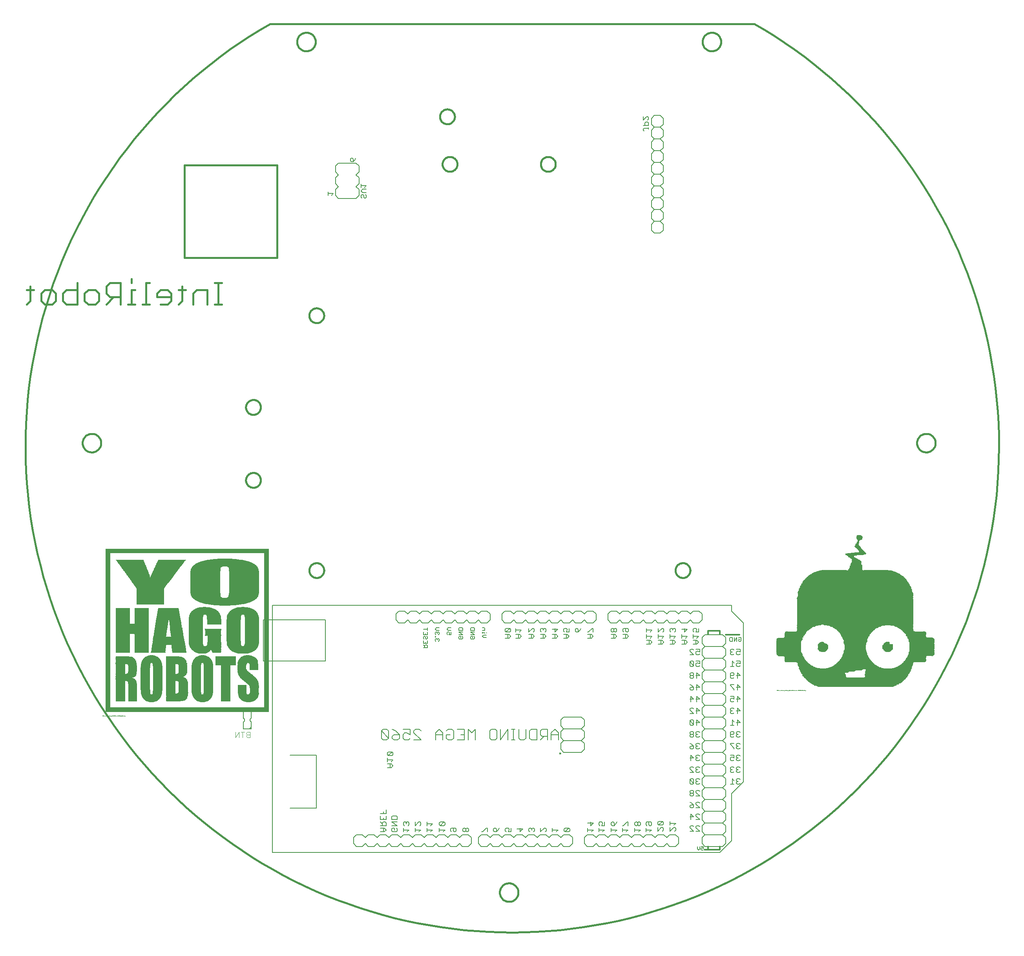
<source format=gbo>
G75*
%MOIN*%
%OFA0B0*%
%FSLAX24Y24*%
%IPPOS*%
%LPD*%
%AMOC8*
5,1,8,0,0,1.08239X$1,22.5*
%
%ADD10C,0.0160*%
%ADD11R,0.6240X0.0020*%
%ADD12R,0.6420X0.0020*%
%ADD13R,0.6480X0.0020*%
%ADD14R,0.6560X0.0020*%
%ADD15R,0.6640X0.0020*%
%ADD16R,0.6900X0.0020*%
%ADD17R,0.6980X0.0020*%
%ADD18R,0.7000X0.0020*%
%ADD19R,0.7020X0.0020*%
%ADD20R,0.7100X0.0020*%
%ADD21R,0.7280X0.0020*%
%ADD22R,0.7360X0.0020*%
%ADD23R,0.7380X0.0020*%
%ADD24R,0.7420X0.0020*%
%ADD25R,0.7460X0.0020*%
%ADD26R,0.7560X0.0020*%
%ADD27R,0.7680X0.0020*%
%ADD28R,0.7720X0.0020*%
%ADD29R,0.7760X0.0020*%
%ADD30R,0.7840X0.0020*%
%ADD31R,0.7920X0.0020*%
%ADD32R,0.7960X0.0020*%
%ADD33R,0.8000X0.0020*%
%ADD34R,0.8020X0.0020*%
%ADD35R,0.8060X0.0020*%
%ADD36R,0.8120X0.0020*%
%ADD37R,0.8160X0.0020*%
%ADD38R,0.8200X0.0020*%
%ADD39R,0.8220X0.0020*%
%ADD40R,0.8260X0.0020*%
%ADD41R,0.8320X0.0020*%
%ADD42R,0.8360X0.0020*%
%ADD43R,0.8400X0.0020*%
%ADD44R,0.8440X0.0020*%
%ADD45R,0.8480X0.0020*%
%ADD46R,0.8520X0.0020*%
%ADD47R,0.8560X0.0020*%
%ADD48R,0.8600X0.0020*%
%ADD49R,0.8620X0.0020*%
%ADD50R,0.8660X0.0020*%
%ADD51R,0.3600X0.0020*%
%ADD52R,0.3620X0.0020*%
%ADD53R,0.3660X0.0020*%
%ADD54R,0.3680X0.0020*%
%ADD55R,0.3640X0.0020*%
%ADD56R,0.3700X0.0020*%
%ADD57R,0.3720X0.0020*%
%ADD58R,0.3740X0.0020*%
%ADD59R,0.3760X0.0020*%
%ADD60R,0.3780X0.0020*%
%ADD61R,0.3840X0.0020*%
%ADD62R,0.3980X0.0020*%
%ADD63R,0.4020X0.0020*%
%ADD64R,0.4060X0.0020*%
%ADD65R,0.3800X0.0020*%
%ADD66R,0.4140X0.0020*%
%ADD67R,0.3820X0.0020*%
%ADD68R,0.4540X0.0020*%
%ADD69R,0.3860X0.0020*%
%ADD70R,0.4620X0.0020*%
%ADD71R,0.4660X0.0020*%
%ADD72R,0.4680X0.0020*%
%ADD73R,0.4740X0.0020*%
%ADD74R,0.5140X0.0020*%
%ADD75R,0.5240X0.0020*%
%ADD76R,0.5280X0.0020*%
%ADD77R,0.5340X0.0020*%
%ADD78R,0.5420X0.0020*%
%ADD79R,0.3880X0.0020*%
%ADD80R,0.9520X0.0020*%
%ADD81R,0.9560X0.0020*%
%ADD82R,0.9580X0.0020*%
%ADD83R,0.1840X0.0020*%
%ADD84R,0.0160X0.0020*%
%ADD85R,0.5060X0.0020*%
%ADD86R,0.0280X0.0020*%
%ADD87R,0.1800X0.0020*%
%ADD88R,0.1780X0.0020*%
%ADD89R,0.4860X0.0020*%
%ADD90R,0.1680X0.0020*%
%ADD91R,0.1540X0.0020*%
%ADD92R,0.1520X0.0020*%
%ADD93R,0.1460X0.0020*%
%ADD94R,0.4400X0.0020*%
%ADD95R,0.1420X0.0020*%
%ADD96R,0.4380X0.0020*%
%ADD97R,0.4320X0.0020*%
%ADD98R,0.1380X0.0020*%
%ADD99R,0.4160X0.0020*%
%ADD100R,0.1360X0.0020*%
%ADD101R,0.1280X0.0020*%
%ADD102R,0.1260X0.0020*%
%ADD103R,0.1240X0.0020*%
%ADD104R,0.3900X0.0020*%
%ADD105R,0.1220X0.0020*%
%ADD106R,0.1180X0.0020*%
%ADD107R,0.1160X0.0020*%
%ADD108R,0.1100X0.0020*%
%ADD109R,0.1120X0.0020*%
%ADD110R,0.3580X0.0020*%
%ADD111R,0.1080X0.0020*%
%ADD112R,0.3540X0.0020*%
%ADD113R,0.3500X0.0020*%
%ADD114R,0.1060X0.0020*%
%ADD115R,0.3440X0.0020*%
%ADD116R,0.1040X0.0020*%
%ADD117R,0.3360X0.0020*%
%ADD118R,0.1020X0.0020*%
%ADD119R,0.3280X0.0020*%
%ADD120R,0.1000X0.0020*%
%ADD121R,0.3260X0.0020*%
%ADD122R,0.0980X0.0020*%
%ADD123R,0.3220X0.0020*%
%ADD124R,0.0960X0.0020*%
%ADD125R,0.3180X0.0020*%
%ADD126R,0.0940X0.0020*%
%ADD127R,0.3120X0.0020*%
%ADD128R,0.0920X0.0020*%
%ADD129R,0.3080X0.0020*%
%ADD130R,0.0900X0.0020*%
%ADD131R,0.3060X0.0020*%
%ADD132R,0.0880X0.0020*%
%ADD133R,0.3020X0.0020*%
%ADD134R,0.2980X0.0020*%
%ADD135R,0.2920X0.0020*%
%ADD136R,0.1880X0.0020*%
%ADD137R,0.2880X0.0020*%
%ADD138R,0.1820X0.0020*%
%ADD139R,0.1860X0.0020*%
%ADD140R,0.2860X0.0020*%
%ADD141R,0.2820X0.0020*%
%ADD142R,0.2780X0.0020*%
%ADD143R,0.2740X0.0020*%
%ADD144R,0.2700X0.0020*%
%ADD145R,0.2660X0.0020*%
%ADD146R,0.2640X0.0020*%
%ADD147R,0.2600X0.0020*%
%ADD148R,0.1740X0.0020*%
%ADD149R,0.2580X0.0020*%
%ADD150R,0.1760X0.0020*%
%ADD151R,0.1720X0.0020*%
%ADD152R,0.2520X0.0020*%
%ADD153R,0.2480X0.0020*%
%ADD154R,0.1700X0.0020*%
%ADD155R,0.2460X0.0020*%
%ADD156R,0.2420X0.0020*%
%ADD157R,0.2400X0.0020*%
%ADD158R,0.1660X0.0020*%
%ADD159R,0.2380X0.0020*%
%ADD160R,0.1640X0.0020*%
%ADD161R,0.2320X0.0020*%
%ADD162R,0.2300X0.0020*%
%ADD163R,0.1620X0.0020*%
%ADD164R,0.2280X0.0020*%
%ADD165R,0.1600X0.0020*%
%ADD166R,0.2260X0.0020*%
%ADD167R,0.2240X0.0020*%
%ADD168R,0.2220X0.0020*%
%ADD169R,0.1980X0.0020*%
%ADD170R,0.2200X0.0020*%
%ADD171R,0.2060X0.0020*%
%ADD172R,0.2180X0.0020*%
%ADD173R,0.0040X0.0020*%
%ADD174R,0.2080X0.0020*%
%ADD175R,0.2160X0.0020*%
%ADD176R,0.2100X0.0020*%
%ADD177R,0.2120X0.0020*%
%ADD178R,0.2140X0.0020*%
%ADD179R,0.2040X0.0020*%
%ADD180R,0.2020X0.0020*%
%ADD181R,0.1960X0.0020*%
%ADD182R,0.1940X0.0020*%
%ADD183R,0.0340X0.0020*%
%ADD184R,0.0320X0.0020*%
%ADD185R,0.0460X0.0020*%
%ADD186R,0.0440X0.0020*%
%ADD187R,0.0540X0.0020*%
%ADD188R,0.1920X0.0020*%
%ADD189R,0.0500X0.0020*%
%ADD190R,0.0580X0.0020*%
%ADD191R,0.0520X0.0020*%
%ADD192R,0.0600X0.0020*%
%ADD193R,0.1900X0.0020*%
%ADD194R,0.0640X0.0020*%
%ADD195R,0.0680X0.0020*%
%ADD196R,0.0660X0.0020*%
%ADD197R,0.0700X0.0020*%
%ADD198R,0.0740X0.0020*%
%ADD199R,0.0720X0.0020*%
%ADD200R,0.0760X0.0020*%
%ADD201R,0.0800X0.0020*%
%ADD202R,0.0780X0.0020*%
%ADD203R,0.0840X0.0020*%
%ADD204R,0.0860X0.0020*%
%ADD205R,0.0820X0.0020*%
%ADD206R,0.0620X0.0020*%
%ADD207R,0.0480X0.0020*%
%ADD208R,0.0420X0.0020*%
%ADD209R,0.0400X0.0020*%
%ADD210R,0.0360X0.0020*%
%ADD211R,0.0220X0.0020*%
%ADD212R,0.0300X0.0020*%
%ADD213R,0.0120X0.0020*%
%ADD214R,0.2000X0.0020*%
%ADD215R,0.1580X0.0020*%
%ADD216R,0.2340X0.0020*%
%ADD217R,0.2440X0.0020*%
%ADD218R,0.2560X0.0020*%
%ADD219R,0.2620X0.0020*%
%ADD220R,0.2720X0.0020*%
%ADD221R,0.2760X0.0020*%
%ADD222R,0.2800X0.0020*%
%ADD223R,0.0080X0.0020*%
%ADD224R,0.2960X0.0020*%
%ADD225R,0.3000X0.0020*%
%ADD226R,0.3160X0.0020*%
%ADD227R,0.3200X0.0020*%
%ADD228R,0.3240X0.0020*%
%ADD229R,0.1140X0.0020*%
%ADD230R,0.3420X0.0020*%
%ADD231R,0.3460X0.0020*%
%ADD232R,0.3480X0.0020*%
%ADD233R,0.1300X0.0020*%
%ADD234R,0.1320X0.0020*%
%ADD235R,0.3920X0.0020*%
%ADD236R,0.4120X0.0020*%
%ADD237R,0.1480X0.0020*%
%ADD238R,0.4260X0.0020*%
%ADD239R,0.1560X0.0020*%
%ADD240R,0.4340X0.0020*%
%ADD241R,0.4460X0.0020*%
%ADD242R,0.4780X0.0020*%
%ADD243R,0.4920X0.0020*%
%ADD244R,0.5200X0.0020*%
%ADD245R,0.7580X0.0020*%
%ADD246R,0.7620X0.0020*%
%ADD247R,0.9860X0.0020*%
%ADD248R,0.9880X0.0020*%
%ADD249R,0.9840X0.0020*%
%ADD250R,0.9820X0.0020*%
%ADD251R,0.9800X0.0020*%
%ADD252R,0.9780X0.0020*%
%ADD253R,0.9740X0.0020*%
%ADD254R,0.9720X0.0020*%
%ADD255R,0.9700X0.0020*%
%ADD256R,0.9680X0.0020*%
%ADD257R,0.9660X0.0020*%
%ADD258R,0.9620X0.0020*%
%ADD259R,0.9600X0.0020*%
%ADD260R,0.9540X0.0020*%
%ADD261R,0.9480X0.0020*%
%ADD262R,0.9460X0.0020*%
%ADD263R,0.9440X0.0020*%
%ADD264R,0.9400X0.0020*%
%ADD265R,0.9380X0.0020*%
%ADD266R,0.9360X0.0020*%
%ADD267R,0.9320X0.0020*%
%ADD268R,0.9260X0.0020*%
%ADD269R,0.9220X0.0020*%
%ADD270R,0.9200X0.0020*%
%ADD271R,0.9180X0.0020*%
%ADD272R,0.9140X0.0020*%
%ADD273R,0.9080X0.0020*%
%ADD274R,0.9040X0.0020*%
%ADD275R,0.9020X0.0020*%
%ADD276R,0.9000X0.0020*%
%ADD277R,0.8980X0.0020*%
%ADD278R,0.8940X0.0020*%
%ADD279R,0.8920X0.0020*%
%ADD280R,0.8900X0.0020*%
%ADD281R,0.8880X0.0020*%
%ADD282R,0.8840X0.0020*%
%ADD283R,0.8820X0.0020*%
%ADD284R,0.8780X0.0020*%
%ADD285R,0.8740X0.0020*%
%ADD286R,0.8680X0.0020*%
%ADD287R,0.8640X0.0020*%
%ADD288R,0.8460X0.0020*%
%ADD289R,0.8420X0.0020*%
%ADD290R,0.8040X0.0020*%
%ADD291R,0.7980X0.0020*%
%ADD292R,0.7860X0.0020*%
%ADD293R,0.7660X0.0020*%
%ADD294R,0.7440X0.0020*%
%ADD295R,0.7340X0.0020*%
%ADD296R,0.7320X0.0020*%
%ADD297R,0.7200X0.0020*%
%ADD298R,0.7060X0.0020*%
%ADD299R,0.6960X0.0020*%
%ADD300R,0.6940X0.0020*%
%ADD301R,0.6880X0.0020*%
%ADD302R,0.6760X0.0020*%
%ADD303R,0.6400X0.0020*%
%ADD304R,0.6360X0.0020*%
%ADD305R,0.6280X0.0020*%
%ADD306R,0.6160X0.0020*%
%ADD307R,0.0560X0.0020*%
%ADD308R,0.0020X0.0020*%
%ADD309R,0.0380X0.0020*%
%ADD310R,0.0260X0.0020*%
%ADD311R,0.0240X0.0020*%
%ADD312R,0.0200X0.0020*%
%ADD313R,0.0180X0.0020*%
%ADD314R,0.0140X0.0020*%
%ADD315C,0.0000*%
%ADD316R,1.3860X0.0015*%
%ADD317R,0.0390X0.0015*%
%ADD318R,0.0375X0.0015*%
%ADD319R,0.0525X0.0015*%
%ADD320R,0.0555X0.0015*%
%ADD321R,0.0630X0.0015*%
%ADD322R,0.0660X0.0015*%
%ADD323R,0.0705X0.0015*%
%ADD324R,0.0750X0.0015*%
%ADD325R,0.0780X0.0015*%
%ADD326R,0.0810X0.0015*%
%ADD327R,0.0735X0.0015*%
%ADD328R,0.0855X0.0015*%
%ADD329R,0.1230X0.0015*%
%ADD330R,0.0795X0.0015*%
%ADD331R,0.0885X0.0015*%
%ADD332R,0.0915X0.0015*%
%ADD333R,0.1395X0.0015*%
%ADD334R,0.0945X0.0015*%
%ADD335R,0.0975X0.0015*%
%ADD336R,0.1485X0.0015*%
%ADD337R,0.0990X0.0015*%
%ADD338R,0.1005X0.0015*%
%ADD339R,0.1545X0.0015*%
%ADD340R,0.1050X0.0015*%
%ADD341R,0.1065X0.0015*%
%ADD342R,0.1575X0.0015*%
%ADD343R,0.1110X0.0015*%
%ADD344R,0.1095X0.0015*%
%ADD345R,0.1605X0.0015*%
%ADD346R,0.1140X0.0015*%
%ADD347R,0.1635X0.0015*%
%ADD348R,0.1185X0.0015*%
%ADD349R,0.1650X0.0015*%
%ADD350R,0.1215X0.0015*%
%ADD351R,0.1680X0.0015*%
%ADD352R,0.1260X0.0015*%
%ADD353R,0.1245X0.0015*%
%ADD354R,0.1695X0.0015*%
%ADD355R,0.1290X0.0015*%
%ADD356R,0.1275X0.0015*%
%ADD357R,0.1710X0.0015*%
%ADD358R,0.1335X0.0015*%
%ADD359R,0.1305X0.0015*%
%ADD360R,0.1365X0.0015*%
%ADD361R,0.1725X0.0015*%
%ADD362R,0.1380X0.0015*%
%ADD363R,0.1740X0.0015*%
%ADD364R,0.1410X0.0015*%
%ADD365R,0.1755X0.0015*%
%ADD366R,0.1440X0.0015*%
%ADD367R,0.1770X0.0015*%
%ADD368R,0.1470X0.0015*%
%ADD369R,0.1425X0.0015*%
%ADD370R,0.1500X0.0015*%
%ADD371R,0.1455X0.0015*%
%ADD372R,0.1785X0.0015*%
%ADD373R,0.1530X0.0015*%
%ADD374R,0.1800X0.0015*%
%ADD375R,0.1560X0.0015*%
%ADD376R,0.1515X0.0015*%
%ADD377R,0.1590X0.0015*%
%ADD378R,0.1815X0.0015*%
%ADD379R,0.1620X0.0015*%
%ADD380R,0.1830X0.0015*%
%ADD381R,0.1665X0.0015*%
%ADD382R,0.1845X0.0015*%
%ADD383R,0.1860X0.0015*%
%ADD384R,0.0825X0.0015*%
%ADD385R,0.0870X0.0015*%
%ADD386R,0.0765X0.0015*%
%ADD387R,0.0840X0.0015*%
%ADD388R,0.1020X0.0015*%
%ADD389R,0.0930X0.0015*%
%ADD390R,0.0720X0.0015*%
%ADD391R,0.0900X0.0015*%
%ADD392R,0.0960X0.0015*%
%ADD393R,0.1080X0.0015*%
%ADD394R,0.1125X0.0015*%
%ADD395R,0.1155X0.0015*%
%ADD396R,0.1170X0.0015*%
%ADD397R,0.1200X0.0015*%
%ADD398R,0.1035X0.0015*%
%ADD399R,0.1350X0.0015*%
%ADD400R,0.1320X0.0015*%
%ADD401R,0.0675X0.0015*%
%ADD402R,0.0615X0.0015*%
%ADD403R,0.0645X0.0015*%
%ADD404R,0.0495X0.0015*%
%ADD405R,0.0330X0.0015*%
%ADD406R,0.0345X0.0015*%
%ADD407R,0.0405X0.0015*%
%ADD408R,0.0570X0.0015*%
%ADD409R,0.1905X0.0015*%
%ADD410R,0.1935X0.0015*%
%ADD411R,0.1995X0.0015*%
%ADD412R,0.2025X0.0015*%
%ADD413R,0.2055X0.0015*%
%ADD414R,0.2100X0.0015*%
%ADD415R,0.2145X0.0015*%
%ADD416R,0.2490X0.0015*%
%ADD417R,0.2175X0.0015*%
%ADD418R,0.2505X0.0015*%
%ADD419R,0.2205X0.0015*%
%ADD420R,0.2520X0.0015*%
%ADD421R,0.2235X0.0015*%
%ADD422R,0.2535X0.0015*%
%ADD423R,0.2265X0.0015*%
%ADD424R,0.2280X0.0015*%
%ADD425R,0.2550X0.0015*%
%ADD426R,0.2310X0.0015*%
%ADD427R,0.2565X0.0015*%
%ADD428R,0.2325X0.0015*%
%ADD429R,0.2580X0.0015*%
%ADD430R,0.2355X0.0015*%
%ADD431R,0.2385X0.0015*%
%ADD432R,0.2595X0.0015*%
%ADD433R,0.2400X0.0015*%
%ADD434R,0.2610X0.0015*%
%ADD435R,0.2415X0.0015*%
%ADD436R,0.2445X0.0015*%
%ADD437R,0.2625X0.0015*%
%ADD438R,0.2475X0.0015*%
%ADD439R,0.2640X0.0015*%
%ADD440R,0.2655X0.0015*%
%ADD441R,0.2670X0.0015*%
%ADD442R,0.2805X0.0015*%
%ADD443R,0.2790X0.0015*%
%ADD444R,0.2775X0.0015*%
%ADD445R,0.2745X0.0015*%
%ADD446R,0.2715X0.0015*%
%ADD447R,0.2700X0.0015*%
%ADD448R,0.2685X0.0015*%
%ADD449R,0.0015X0.0015*%
%ADD450R,0.0135X0.0015*%
%ADD451R,0.2040X0.0015*%
%ADD452R,0.2010X0.0015*%
%ADD453R,0.1980X0.0015*%
%ADD454R,0.1965X0.0015*%
%ADD455R,0.1950X0.0015*%
%ADD456R,0.1920X0.0015*%
%ADD457R,0.1890X0.0015*%
%ADD458R,0.1875X0.0015*%
%ADD459R,0.2430X0.0015*%
%ADD460R,0.2340X0.0015*%
%ADD461R,0.2295X0.0015*%
%ADD462R,0.2250X0.0015*%
%ADD463R,0.2220X0.0015*%
%ADD464R,0.2115X0.0015*%
%ADD465R,0.2070X0.0015*%
%ADD466R,0.2085X0.0015*%
%ADD467R,0.0600X0.0015*%
%ADD468R,0.0240X0.0015*%
%ADD469R,0.2190X0.0015*%
%ADD470R,0.2820X0.0015*%
%ADD471R,0.3000X0.0015*%
%ADD472R,0.3150X0.0015*%
%ADD473R,0.3315X0.0015*%
%ADD474R,0.3450X0.0015*%
%ADD475R,0.3570X0.0015*%
%ADD476R,0.3660X0.0015*%
%ADD477R,0.3780X0.0015*%
%ADD478R,0.3900X0.0015*%
%ADD479R,0.3990X0.0015*%
%ADD480R,0.4095X0.0015*%
%ADD481R,0.4200X0.0015*%
%ADD482R,0.4260X0.0015*%
%ADD483R,0.4350X0.0015*%
%ADD484R,0.4425X0.0015*%
%ADD485R,0.4500X0.0015*%
%ADD486R,0.4560X0.0015*%
%ADD487R,0.4620X0.0015*%
%ADD488R,0.4680X0.0015*%
%ADD489R,0.4740X0.0015*%
%ADD490R,0.4800X0.0015*%
%ADD491R,0.4860X0.0015*%
%ADD492R,0.4920X0.0015*%
%ADD493R,0.4965X0.0015*%
%ADD494R,0.5010X0.0015*%
%ADD495R,0.5055X0.0015*%
%ADD496R,0.5100X0.0015*%
%ADD497R,0.5160X0.0015*%
%ADD498R,0.5190X0.0015*%
%ADD499R,0.5220X0.0015*%
%ADD500R,0.5280X0.0015*%
%ADD501R,0.5310X0.0015*%
%ADD502R,0.5340X0.0015*%
%ADD503R,0.5370X0.0015*%
%ADD504R,0.5400X0.0015*%
%ADD505R,0.5430X0.0015*%
%ADD506R,0.2370X0.0015*%
%ADD507R,0.2460X0.0015*%
%ADD508R,0.2835X0.0015*%
%ADD509R,0.2865X0.0015*%
%ADD510R,0.2895X0.0015*%
%ADD511R,0.2925X0.0015*%
%ADD512R,0.2955X0.0015*%
%ADD513R,0.2985X0.0015*%
%ADD514R,0.3015X0.0015*%
%ADD515R,0.3045X0.0015*%
%ADD516R,0.3060X0.0015*%
%ADD517R,0.3075X0.0015*%
%ADD518R,0.3105X0.0015*%
%ADD519R,0.3135X0.0015*%
%ADD520R,0.3180X0.0015*%
%ADD521R,0.3195X0.0015*%
%ADD522R,0.3210X0.0015*%
%ADD523R,0.3240X0.0015*%
%ADD524R,0.3270X0.0015*%
%ADD525R,0.3285X0.0015*%
%ADD526R,0.3300X0.0015*%
%ADD527R,0.3330X0.0015*%
%ADD528R,0.3360X0.0015*%
%ADD529R,0.3375X0.0015*%
%ADD530R,0.3390X0.0015*%
%ADD531R,0.3420X0.0015*%
%ADD532R,0.3465X0.0015*%
%ADD533R,0.3480X0.0015*%
%ADD534R,0.3510X0.0015*%
%ADD535R,0.3540X0.0015*%
%ADD536R,0.3600X0.0015*%
%ADD537R,0.3630X0.0015*%
%ADD538R,0.3645X0.0015*%
%ADD539R,0.3690X0.0015*%
%ADD540R,0.3705X0.0015*%
%ADD541R,0.2130X0.0015*%
%ADD542R,0.2160X0.0015*%
%ADD543R,0.5250X0.0015*%
%ADD544R,0.5130X0.0015*%
%ADD545R,0.5070X0.0015*%
%ADD546R,0.5025X0.0015*%
%ADD547R,0.4980X0.0015*%
%ADD548R,0.4875X0.0015*%
%ADD549R,0.4830X0.0015*%
%ADD550R,0.4770X0.0015*%
%ADD551R,0.4710X0.0015*%
%ADD552R,0.4650X0.0015*%
%ADD553R,0.4590X0.0015*%
%ADD554R,0.4515X0.0015*%
%ADD555R,0.4440X0.0015*%
%ADD556R,0.4380X0.0015*%
%ADD557R,0.4290X0.0015*%
%ADD558R,0.4110X0.0015*%
%ADD559R,0.4020X0.0015*%
%ADD560R,0.3930X0.0015*%
%ADD561R,0.3840X0.0015*%
%ADD562R,0.3720X0.0015*%
%ADD563R,0.0510X0.0015*%
%ADD564C,0.0080*%
%ADD565C,0.0060*%
%ADD566C,0.0120*%
%ADD567C,0.0050*%
%ADD568C,0.0010*%
%ADD569C,0.0040*%
D10*
X026639Y032780D02*
X026641Y032830D01*
X026647Y032880D01*
X026657Y032929D01*
X026671Y032977D01*
X026688Y033024D01*
X026709Y033069D01*
X026734Y033113D01*
X026762Y033154D01*
X026794Y033193D01*
X026828Y033230D01*
X026865Y033264D01*
X026905Y033294D01*
X026947Y033321D01*
X026991Y033345D01*
X027037Y033366D01*
X027084Y033382D01*
X027132Y033395D01*
X027182Y033404D01*
X027231Y033409D01*
X027282Y033410D01*
X027332Y033407D01*
X027381Y033400D01*
X027430Y033389D01*
X027478Y033374D01*
X027524Y033356D01*
X027569Y033334D01*
X027612Y033308D01*
X027653Y033279D01*
X027692Y033247D01*
X027728Y033212D01*
X027760Y033174D01*
X027790Y033134D01*
X027817Y033091D01*
X027840Y033047D01*
X027859Y033001D01*
X027875Y032953D01*
X027887Y032904D01*
X027895Y032855D01*
X027899Y032805D01*
X027899Y032755D01*
X027895Y032705D01*
X027887Y032656D01*
X027875Y032607D01*
X027859Y032559D01*
X027840Y032513D01*
X027817Y032469D01*
X027790Y032426D01*
X027760Y032386D01*
X027728Y032348D01*
X027692Y032313D01*
X027653Y032281D01*
X027612Y032252D01*
X027569Y032226D01*
X027524Y032204D01*
X027478Y032186D01*
X027430Y032171D01*
X027381Y032160D01*
X027332Y032153D01*
X027282Y032150D01*
X027231Y032151D01*
X027182Y032156D01*
X027132Y032165D01*
X027084Y032178D01*
X027037Y032194D01*
X026991Y032215D01*
X026947Y032239D01*
X026905Y032266D01*
X026865Y032296D01*
X026828Y032330D01*
X026794Y032367D01*
X026762Y032406D01*
X026734Y032447D01*
X026709Y032491D01*
X026688Y032536D01*
X026671Y032583D01*
X026657Y032631D01*
X026647Y032680D01*
X026641Y032730D01*
X026639Y032780D01*
X021261Y040446D02*
X021263Y040496D01*
X021269Y040546D01*
X021279Y040595D01*
X021293Y040643D01*
X021310Y040690D01*
X021331Y040735D01*
X021356Y040779D01*
X021384Y040820D01*
X021416Y040859D01*
X021450Y040896D01*
X021487Y040930D01*
X021527Y040960D01*
X021569Y040987D01*
X021613Y041011D01*
X021659Y041032D01*
X021706Y041048D01*
X021754Y041061D01*
X021804Y041070D01*
X021853Y041075D01*
X021904Y041076D01*
X021954Y041073D01*
X022003Y041066D01*
X022052Y041055D01*
X022100Y041040D01*
X022146Y041022D01*
X022191Y041000D01*
X022234Y040974D01*
X022275Y040945D01*
X022314Y040913D01*
X022350Y040878D01*
X022382Y040840D01*
X022412Y040800D01*
X022439Y040757D01*
X022462Y040713D01*
X022481Y040667D01*
X022497Y040619D01*
X022509Y040570D01*
X022517Y040521D01*
X022521Y040471D01*
X022521Y040421D01*
X022517Y040371D01*
X022509Y040322D01*
X022497Y040273D01*
X022481Y040225D01*
X022462Y040179D01*
X022439Y040135D01*
X022412Y040092D01*
X022382Y040052D01*
X022350Y040014D01*
X022314Y039979D01*
X022275Y039947D01*
X022234Y039918D01*
X022191Y039892D01*
X022146Y039870D01*
X022100Y039852D01*
X022052Y039837D01*
X022003Y039826D01*
X021954Y039819D01*
X021904Y039816D01*
X021853Y039817D01*
X021804Y039822D01*
X021754Y039831D01*
X021706Y039844D01*
X021659Y039860D01*
X021613Y039881D01*
X021569Y039905D01*
X021527Y039932D01*
X021487Y039962D01*
X021450Y039996D01*
X021416Y040033D01*
X021384Y040072D01*
X021356Y040113D01*
X021331Y040157D01*
X021310Y040202D01*
X021293Y040249D01*
X021279Y040297D01*
X021269Y040346D01*
X021263Y040396D01*
X021261Y040446D01*
X021261Y046643D02*
X021263Y046693D01*
X021269Y046743D01*
X021279Y046792D01*
X021293Y046840D01*
X021310Y046887D01*
X021331Y046932D01*
X021356Y046976D01*
X021384Y047017D01*
X021416Y047056D01*
X021450Y047093D01*
X021487Y047127D01*
X021527Y047157D01*
X021569Y047184D01*
X021613Y047208D01*
X021659Y047229D01*
X021706Y047245D01*
X021754Y047258D01*
X021804Y047267D01*
X021853Y047272D01*
X021904Y047273D01*
X021954Y047270D01*
X022003Y047263D01*
X022052Y047252D01*
X022100Y047237D01*
X022146Y047219D01*
X022191Y047197D01*
X022234Y047171D01*
X022275Y047142D01*
X022314Y047110D01*
X022350Y047075D01*
X022382Y047037D01*
X022412Y046997D01*
X022439Y046954D01*
X022462Y046910D01*
X022481Y046864D01*
X022497Y046816D01*
X022509Y046767D01*
X022517Y046718D01*
X022521Y046668D01*
X022521Y046618D01*
X022517Y046568D01*
X022509Y046519D01*
X022497Y046470D01*
X022481Y046422D01*
X022462Y046376D01*
X022439Y046332D01*
X022412Y046289D01*
X022382Y046249D01*
X022350Y046211D01*
X022314Y046176D01*
X022275Y046144D01*
X022234Y046115D01*
X022191Y046089D01*
X022146Y046067D01*
X022100Y046049D01*
X022052Y046034D01*
X022003Y046023D01*
X021954Y046016D01*
X021904Y046013D01*
X021853Y046014D01*
X021804Y046019D01*
X021754Y046028D01*
X021706Y046041D01*
X021659Y046057D01*
X021613Y046078D01*
X021569Y046102D01*
X021527Y046129D01*
X021487Y046159D01*
X021450Y046193D01*
X021416Y046230D01*
X021384Y046269D01*
X021356Y046310D01*
X021331Y046354D01*
X021310Y046399D01*
X021293Y046446D01*
X021279Y046494D01*
X021269Y046543D01*
X021263Y046593D01*
X021261Y046643D01*
X026639Y054434D02*
X026641Y054484D01*
X026647Y054534D01*
X026657Y054583D01*
X026671Y054631D01*
X026688Y054678D01*
X026709Y054723D01*
X026734Y054767D01*
X026762Y054808D01*
X026794Y054847D01*
X026828Y054884D01*
X026865Y054918D01*
X026905Y054948D01*
X026947Y054975D01*
X026991Y054999D01*
X027037Y055020D01*
X027084Y055036D01*
X027132Y055049D01*
X027182Y055058D01*
X027231Y055063D01*
X027282Y055064D01*
X027332Y055061D01*
X027381Y055054D01*
X027430Y055043D01*
X027478Y055028D01*
X027524Y055010D01*
X027569Y054988D01*
X027612Y054962D01*
X027653Y054933D01*
X027692Y054901D01*
X027728Y054866D01*
X027760Y054828D01*
X027790Y054788D01*
X027817Y054745D01*
X027840Y054701D01*
X027859Y054655D01*
X027875Y054607D01*
X027887Y054558D01*
X027895Y054509D01*
X027899Y054459D01*
X027899Y054409D01*
X027895Y054359D01*
X027887Y054310D01*
X027875Y054261D01*
X027859Y054213D01*
X027840Y054167D01*
X027817Y054123D01*
X027790Y054080D01*
X027760Y054040D01*
X027728Y054002D01*
X027692Y053967D01*
X027653Y053935D01*
X027612Y053906D01*
X027569Y053880D01*
X027524Y053858D01*
X027478Y053840D01*
X027430Y053825D01*
X027381Y053814D01*
X027332Y053807D01*
X027282Y053804D01*
X027231Y053805D01*
X027182Y053810D01*
X027132Y053819D01*
X027084Y053832D01*
X027037Y053848D01*
X026991Y053869D01*
X026947Y053893D01*
X026905Y053920D01*
X026865Y053950D01*
X026828Y053984D01*
X026794Y054021D01*
X026762Y054060D01*
X026734Y054101D01*
X026709Y054145D01*
X026688Y054190D01*
X026671Y054237D01*
X026657Y054285D01*
X026647Y054334D01*
X026641Y054384D01*
X026639Y054434D01*
X023922Y059355D02*
X016048Y059355D01*
X016048Y067229D01*
X023922Y067229D01*
X023922Y059355D01*
X019224Y057229D02*
X018610Y057229D01*
X018917Y057229D02*
X018917Y055387D01*
X019224Y055387D02*
X018610Y055387D01*
X017997Y055387D02*
X017997Y056615D01*
X017076Y056615D01*
X016769Y056308D01*
X016769Y055387D01*
X015848Y055694D02*
X015541Y055387D01*
X015848Y055694D02*
X015848Y056922D01*
X016155Y056615D02*
X015541Y056615D01*
X014927Y056308D02*
X014620Y056615D01*
X014007Y056615D01*
X013700Y056308D01*
X013700Y056001D01*
X014927Y056001D01*
X014927Y055694D02*
X014927Y056308D01*
X014927Y055694D02*
X014620Y055387D01*
X014007Y055387D01*
X013086Y055387D02*
X012472Y055387D01*
X012779Y055387D02*
X012779Y057229D01*
X013086Y057229D01*
X011858Y056615D02*
X011551Y056615D01*
X011551Y055387D01*
X011858Y055387D02*
X011244Y055387D01*
X010630Y055387D02*
X010630Y057229D01*
X009710Y057229D01*
X009403Y056922D01*
X009403Y056308D01*
X009710Y056001D01*
X010630Y056001D01*
X010016Y056001D02*
X009403Y055387D01*
X008789Y055694D02*
X008482Y055387D01*
X007868Y055387D01*
X007561Y055694D01*
X007561Y056308D01*
X007868Y056615D01*
X008482Y056615D01*
X008789Y056308D01*
X008789Y055694D01*
X006947Y055387D02*
X006026Y055387D01*
X005719Y055694D01*
X005719Y056308D01*
X006026Y056615D01*
X006947Y056615D01*
X006947Y057229D02*
X006947Y055387D01*
X005106Y055694D02*
X004799Y055387D01*
X004185Y055387D01*
X003878Y055694D01*
X003878Y056308D01*
X004185Y056615D01*
X004799Y056615D01*
X005106Y056308D01*
X005106Y055694D01*
X003264Y056615D02*
X002650Y056615D01*
X002957Y056922D02*
X002957Y055694D01*
X002650Y055387D01*
X011551Y057229D02*
X011551Y057536D01*
X007387Y043607D02*
X007389Y043663D01*
X007395Y043718D01*
X007405Y043772D01*
X007418Y043826D01*
X007436Y043879D01*
X007457Y043930D01*
X007481Y043980D01*
X007509Y044028D01*
X007541Y044074D01*
X007575Y044118D01*
X007613Y044159D01*
X007653Y044197D01*
X007696Y044232D01*
X007741Y044264D01*
X007789Y044293D01*
X007838Y044319D01*
X007889Y044341D01*
X007941Y044359D01*
X007995Y044373D01*
X008050Y044384D01*
X008105Y044391D01*
X008160Y044394D01*
X008216Y044393D01*
X008271Y044388D01*
X008326Y044379D01*
X008380Y044367D01*
X008433Y044350D01*
X008485Y044330D01*
X008535Y044306D01*
X008583Y044279D01*
X008630Y044249D01*
X008674Y044215D01*
X008716Y044178D01*
X008754Y044138D01*
X008791Y044096D01*
X008824Y044051D01*
X008853Y044005D01*
X008880Y043956D01*
X008902Y043905D01*
X008922Y043853D01*
X008937Y043799D01*
X008949Y043745D01*
X008957Y043690D01*
X008961Y043635D01*
X008961Y043579D01*
X008957Y043524D01*
X008949Y043469D01*
X008937Y043415D01*
X008922Y043361D01*
X008902Y043309D01*
X008880Y043258D01*
X008853Y043209D01*
X008824Y043163D01*
X008791Y043118D01*
X008754Y043076D01*
X008716Y043036D01*
X008674Y042999D01*
X008630Y042965D01*
X008583Y042935D01*
X008535Y042908D01*
X008485Y042884D01*
X008433Y042864D01*
X008380Y042847D01*
X008326Y042835D01*
X008271Y042826D01*
X008216Y042821D01*
X008160Y042820D01*
X008105Y042823D01*
X008050Y042830D01*
X007995Y042841D01*
X007941Y042855D01*
X007889Y042873D01*
X007838Y042895D01*
X007789Y042921D01*
X007741Y042950D01*
X007696Y042982D01*
X007653Y043017D01*
X007613Y043055D01*
X007575Y043096D01*
X007541Y043140D01*
X007509Y043186D01*
X007481Y043234D01*
X007457Y043284D01*
X007436Y043335D01*
X007418Y043388D01*
X007405Y043442D01*
X007395Y043496D01*
X007389Y043551D01*
X007387Y043607D01*
X037741Y071335D02*
X037743Y071385D01*
X037749Y071435D01*
X037759Y071484D01*
X037773Y071532D01*
X037790Y071579D01*
X037811Y071624D01*
X037836Y071668D01*
X037864Y071709D01*
X037896Y071748D01*
X037930Y071785D01*
X037967Y071819D01*
X038007Y071849D01*
X038049Y071876D01*
X038093Y071900D01*
X038139Y071921D01*
X038186Y071937D01*
X038234Y071950D01*
X038284Y071959D01*
X038333Y071964D01*
X038384Y071965D01*
X038434Y071962D01*
X038483Y071955D01*
X038532Y071944D01*
X038580Y071929D01*
X038626Y071911D01*
X038671Y071889D01*
X038714Y071863D01*
X038755Y071834D01*
X038794Y071802D01*
X038830Y071767D01*
X038862Y071729D01*
X038892Y071689D01*
X038919Y071646D01*
X038942Y071602D01*
X038961Y071556D01*
X038977Y071508D01*
X038989Y071459D01*
X038997Y071410D01*
X039001Y071360D01*
X039001Y071310D01*
X038997Y071260D01*
X038989Y071211D01*
X038977Y071162D01*
X038961Y071114D01*
X038942Y071068D01*
X038919Y071024D01*
X038892Y070981D01*
X038862Y070941D01*
X038830Y070903D01*
X038794Y070868D01*
X038755Y070836D01*
X038714Y070807D01*
X038671Y070781D01*
X038626Y070759D01*
X038580Y070741D01*
X038532Y070726D01*
X038483Y070715D01*
X038434Y070708D01*
X038384Y070705D01*
X038333Y070706D01*
X038284Y070711D01*
X038234Y070720D01*
X038186Y070733D01*
X038139Y070749D01*
X038093Y070770D01*
X038049Y070794D01*
X038007Y070821D01*
X037967Y070851D01*
X037930Y070885D01*
X037896Y070922D01*
X037864Y070961D01*
X037836Y071002D01*
X037811Y071046D01*
X037790Y071091D01*
X037773Y071138D01*
X037759Y071186D01*
X037749Y071235D01*
X037743Y071285D01*
X037741Y071335D01*
X037953Y067296D02*
X037955Y067346D01*
X037961Y067396D01*
X037971Y067445D01*
X037985Y067493D01*
X038002Y067540D01*
X038023Y067585D01*
X038048Y067629D01*
X038076Y067670D01*
X038108Y067709D01*
X038142Y067746D01*
X038179Y067780D01*
X038219Y067810D01*
X038261Y067837D01*
X038305Y067861D01*
X038351Y067882D01*
X038398Y067898D01*
X038446Y067911D01*
X038496Y067920D01*
X038545Y067925D01*
X038596Y067926D01*
X038646Y067923D01*
X038695Y067916D01*
X038744Y067905D01*
X038792Y067890D01*
X038838Y067872D01*
X038883Y067850D01*
X038926Y067824D01*
X038967Y067795D01*
X039006Y067763D01*
X039042Y067728D01*
X039074Y067690D01*
X039104Y067650D01*
X039131Y067607D01*
X039154Y067563D01*
X039173Y067517D01*
X039189Y067469D01*
X039201Y067420D01*
X039209Y067371D01*
X039213Y067321D01*
X039213Y067271D01*
X039209Y067221D01*
X039201Y067172D01*
X039189Y067123D01*
X039173Y067075D01*
X039154Y067029D01*
X039131Y066985D01*
X039104Y066942D01*
X039074Y066902D01*
X039042Y066864D01*
X039006Y066829D01*
X038967Y066797D01*
X038926Y066768D01*
X038883Y066742D01*
X038838Y066720D01*
X038792Y066702D01*
X038744Y066687D01*
X038695Y066676D01*
X038646Y066669D01*
X038596Y066666D01*
X038545Y066667D01*
X038496Y066672D01*
X038446Y066681D01*
X038398Y066694D01*
X038351Y066710D01*
X038305Y066731D01*
X038261Y066755D01*
X038219Y066782D01*
X038179Y066812D01*
X038142Y066846D01*
X038108Y066883D01*
X038076Y066922D01*
X038048Y066963D01*
X038023Y067007D01*
X038002Y067052D01*
X037985Y067099D01*
X037971Y067147D01*
X037961Y067196D01*
X037955Y067246D01*
X037953Y067296D01*
X046300Y067296D02*
X046302Y067346D01*
X046308Y067396D01*
X046318Y067445D01*
X046332Y067493D01*
X046349Y067540D01*
X046370Y067585D01*
X046395Y067629D01*
X046423Y067670D01*
X046455Y067709D01*
X046489Y067746D01*
X046526Y067780D01*
X046566Y067810D01*
X046608Y067837D01*
X046652Y067861D01*
X046698Y067882D01*
X046745Y067898D01*
X046793Y067911D01*
X046843Y067920D01*
X046892Y067925D01*
X046943Y067926D01*
X046993Y067923D01*
X047042Y067916D01*
X047091Y067905D01*
X047139Y067890D01*
X047185Y067872D01*
X047230Y067850D01*
X047273Y067824D01*
X047314Y067795D01*
X047353Y067763D01*
X047389Y067728D01*
X047421Y067690D01*
X047451Y067650D01*
X047478Y067607D01*
X047501Y067563D01*
X047520Y067517D01*
X047536Y067469D01*
X047548Y067420D01*
X047556Y067371D01*
X047560Y067321D01*
X047560Y067271D01*
X047556Y067221D01*
X047548Y067172D01*
X047536Y067123D01*
X047520Y067075D01*
X047501Y067029D01*
X047478Y066985D01*
X047451Y066942D01*
X047421Y066902D01*
X047389Y066864D01*
X047353Y066829D01*
X047314Y066797D01*
X047273Y066768D01*
X047230Y066742D01*
X047185Y066720D01*
X047139Y066702D01*
X047091Y066687D01*
X047042Y066676D01*
X046993Y066669D01*
X046943Y066666D01*
X046892Y066667D01*
X046843Y066672D01*
X046793Y066681D01*
X046745Y066694D01*
X046698Y066710D01*
X046652Y066731D01*
X046608Y066755D01*
X046566Y066782D01*
X046526Y066812D01*
X046489Y066846D01*
X046455Y066883D01*
X046423Y066922D01*
X046395Y066963D01*
X046370Y067007D01*
X046349Y067052D01*
X046332Y067099D01*
X046318Y067147D01*
X046308Y067196D01*
X046302Y067246D01*
X046300Y067296D01*
X060037Y077694D02*
X060039Y077750D01*
X060045Y077805D01*
X060055Y077859D01*
X060068Y077913D01*
X060086Y077966D01*
X060107Y078017D01*
X060131Y078067D01*
X060159Y078115D01*
X060191Y078161D01*
X060225Y078205D01*
X060263Y078246D01*
X060303Y078284D01*
X060346Y078319D01*
X060391Y078351D01*
X060439Y078380D01*
X060488Y078406D01*
X060539Y078428D01*
X060591Y078446D01*
X060645Y078460D01*
X060700Y078471D01*
X060755Y078478D01*
X060810Y078481D01*
X060866Y078480D01*
X060921Y078475D01*
X060976Y078466D01*
X061030Y078454D01*
X061083Y078437D01*
X061135Y078417D01*
X061185Y078393D01*
X061233Y078366D01*
X061280Y078336D01*
X061324Y078302D01*
X061366Y078265D01*
X061404Y078225D01*
X061441Y078183D01*
X061474Y078138D01*
X061503Y078092D01*
X061530Y078043D01*
X061552Y077992D01*
X061572Y077940D01*
X061587Y077886D01*
X061599Y077832D01*
X061607Y077777D01*
X061611Y077722D01*
X061611Y077666D01*
X061607Y077611D01*
X061599Y077556D01*
X061587Y077502D01*
X061572Y077448D01*
X061552Y077396D01*
X061530Y077345D01*
X061503Y077296D01*
X061474Y077250D01*
X061441Y077205D01*
X061404Y077163D01*
X061366Y077123D01*
X061324Y077086D01*
X061280Y077052D01*
X061233Y077022D01*
X061185Y076995D01*
X061135Y076971D01*
X061083Y076951D01*
X061030Y076934D01*
X060976Y076922D01*
X060921Y076913D01*
X060866Y076908D01*
X060810Y076907D01*
X060755Y076910D01*
X060700Y076917D01*
X060645Y076928D01*
X060591Y076942D01*
X060539Y076960D01*
X060488Y076982D01*
X060439Y077008D01*
X060391Y077037D01*
X060346Y077069D01*
X060303Y077104D01*
X060263Y077142D01*
X060225Y077183D01*
X060191Y077227D01*
X060159Y077273D01*
X060131Y077321D01*
X060107Y077371D01*
X060086Y077422D01*
X060068Y077475D01*
X060055Y077529D01*
X060045Y077583D01*
X060039Y077638D01*
X060037Y077694D01*
X064438Y079225D02*
X023304Y079225D01*
X025604Y077694D02*
X025606Y077750D01*
X025612Y077805D01*
X025622Y077859D01*
X025635Y077913D01*
X025653Y077966D01*
X025674Y078017D01*
X025698Y078067D01*
X025726Y078115D01*
X025758Y078161D01*
X025792Y078205D01*
X025830Y078246D01*
X025870Y078284D01*
X025913Y078319D01*
X025958Y078351D01*
X026006Y078380D01*
X026055Y078406D01*
X026106Y078428D01*
X026158Y078446D01*
X026212Y078460D01*
X026267Y078471D01*
X026322Y078478D01*
X026377Y078481D01*
X026433Y078480D01*
X026488Y078475D01*
X026543Y078466D01*
X026597Y078454D01*
X026650Y078437D01*
X026702Y078417D01*
X026752Y078393D01*
X026800Y078366D01*
X026847Y078336D01*
X026891Y078302D01*
X026933Y078265D01*
X026971Y078225D01*
X027008Y078183D01*
X027041Y078138D01*
X027070Y078092D01*
X027097Y078043D01*
X027119Y077992D01*
X027139Y077940D01*
X027154Y077886D01*
X027166Y077832D01*
X027174Y077777D01*
X027178Y077722D01*
X027178Y077666D01*
X027174Y077611D01*
X027166Y077556D01*
X027154Y077502D01*
X027139Y077448D01*
X027119Y077396D01*
X027097Y077345D01*
X027070Y077296D01*
X027041Y077250D01*
X027008Y077205D01*
X026971Y077163D01*
X026933Y077123D01*
X026891Y077086D01*
X026847Y077052D01*
X026800Y077022D01*
X026752Y076995D01*
X026702Y076971D01*
X026650Y076951D01*
X026597Y076934D01*
X026543Y076922D01*
X026488Y076913D01*
X026433Y076908D01*
X026377Y076907D01*
X026322Y076910D01*
X026267Y076917D01*
X026212Y076928D01*
X026158Y076942D01*
X026106Y076960D01*
X026055Y076982D01*
X026006Y077008D01*
X025958Y077037D01*
X025913Y077069D01*
X025870Y077104D01*
X025830Y077142D01*
X025792Y077183D01*
X025758Y077227D01*
X025726Y077273D01*
X025698Y077321D01*
X025674Y077371D01*
X025653Y077422D01*
X025635Y077475D01*
X025622Y077529D01*
X025612Y077583D01*
X025606Y077638D01*
X025604Y077694D01*
X023304Y079226D02*
X022432Y078711D01*
X021573Y078175D01*
X020727Y077619D01*
X019895Y077042D01*
X019077Y076444D01*
X018274Y075827D01*
X017487Y075191D01*
X016716Y074535D01*
X015960Y073860D01*
X015222Y073168D01*
X014501Y072457D01*
X013797Y071729D01*
X013111Y070984D01*
X012444Y070222D01*
X011796Y069445D01*
X011167Y068651D01*
X010557Y067843D01*
X009968Y067019D01*
X009399Y066182D01*
X008850Y065331D01*
X008323Y064467D01*
X007817Y063590D01*
X007332Y062701D01*
X006870Y061800D01*
X006429Y060888D01*
X006011Y059966D01*
X005616Y059034D01*
X005244Y058092D01*
X004895Y057142D01*
X004569Y056183D01*
X004267Y055216D01*
X003989Y054243D01*
X003734Y053263D01*
X003504Y052277D01*
X003298Y051286D01*
X003116Y050289D01*
X002959Y049289D01*
X002826Y048285D01*
X002718Y047279D01*
X002634Y046270D01*
X002575Y045259D01*
X002541Y044247D01*
X002532Y043234D01*
X002548Y042222D01*
X002588Y041210D01*
X002653Y040200D01*
X002743Y039191D01*
X002858Y038185D01*
X002997Y037182D01*
X003161Y036183D01*
X003349Y035188D01*
X003561Y034198D01*
X003798Y033214D01*
X004059Y032235D01*
X004343Y031264D01*
X004651Y030299D01*
X004983Y029343D01*
X005338Y028394D01*
X005717Y027455D01*
X006118Y026525D01*
X006542Y025606D01*
X006988Y024697D01*
X007456Y023799D01*
X007946Y022913D01*
X008458Y022039D01*
X008991Y021179D01*
X009545Y020331D01*
X010119Y019497D01*
X010714Y018678D01*
X011328Y017873D01*
X011963Y017084D01*
X012616Y016310D01*
X013288Y015553D01*
X013978Y014812D01*
X014686Y014088D01*
X015412Y013382D01*
X016155Y012694D01*
X016915Y012025D01*
X017690Y011374D01*
X018482Y010742D01*
X019288Y010130D01*
X020110Y009538D01*
X020945Y008966D01*
X021795Y008415D01*
X022657Y007885D01*
X023533Y007376D01*
X024420Y006889D01*
X025319Y006423D01*
X026230Y005980D01*
X027151Y005559D01*
X028082Y005161D01*
X029022Y004786D01*
X029971Y004434D01*
X030929Y004105D01*
X031895Y003800D01*
X032867Y003518D01*
X033846Y003261D01*
X034832Y003027D01*
X035822Y002818D01*
X036818Y002633D01*
X037818Y002473D01*
X038821Y002337D01*
X039827Y002225D01*
X040836Y002139D01*
X041847Y002077D01*
X042859Y002039D01*
X043871Y002027D01*
X044883Y002039D01*
X045895Y002077D01*
X046906Y002139D01*
X047915Y002225D01*
X048921Y002337D01*
X049924Y002473D01*
X050924Y002633D01*
X051920Y002818D01*
X052910Y003027D01*
X053896Y003261D01*
X054875Y003518D01*
X055847Y003800D01*
X056813Y004105D01*
X057771Y004434D01*
X058720Y004786D01*
X059660Y005161D01*
X060591Y005559D01*
X061512Y005980D01*
X062423Y006423D01*
X063322Y006889D01*
X064209Y007376D01*
X065085Y007885D01*
X065947Y008415D01*
X066797Y008966D01*
X067632Y009538D01*
X068454Y010130D01*
X069260Y010742D01*
X070052Y011374D01*
X070827Y012025D01*
X071587Y012694D01*
X072330Y013382D01*
X073056Y014088D01*
X073764Y014812D01*
X074454Y015553D01*
X075126Y016310D01*
X075779Y017084D01*
X076414Y017873D01*
X077028Y018678D01*
X077623Y019497D01*
X078197Y020331D01*
X078751Y021179D01*
X079284Y022039D01*
X079796Y022913D01*
X080286Y023799D01*
X080754Y024697D01*
X081200Y025606D01*
X081624Y026525D01*
X082025Y027455D01*
X082404Y028394D01*
X082759Y029343D01*
X083091Y030299D01*
X083399Y031264D01*
X083683Y032235D01*
X083944Y033214D01*
X084181Y034198D01*
X084393Y035188D01*
X084581Y036183D01*
X084745Y037182D01*
X084884Y038185D01*
X084999Y039191D01*
X085089Y040200D01*
X085154Y041210D01*
X085194Y042222D01*
X085210Y043234D01*
X085201Y044247D01*
X085167Y045259D01*
X085108Y046270D01*
X085024Y047279D01*
X084916Y048285D01*
X084783Y049289D01*
X084626Y050289D01*
X084444Y051286D01*
X084238Y052277D01*
X084008Y053263D01*
X083753Y054243D01*
X083475Y055216D01*
X083173Y056183D01*
X082847Y057142D01*
X082498Y058092D01*
X082126Y059034D01*
X081731Y059966D01*
X081313Y060888D01*
X080872Y061800D01*
X080410Y062701D01*
X079925Y063590D01*
X079419Y064467D01*
X078892Y065331D01*
X078343Y066182D01*
X077774Y067019D01*
X077185Y067843D01*
X076575Y068651D01*
X075946Y069445D01*
X075298Y070222D01*
X074631Y070984D01*
X073945Y071729D01*
X073241Y072457D01*
X072520Y073168D01*
X071782Y073860D01*
X071026Y074535D01*
X070255Y075191D01*
X069468Y075827D01*
X068665Y076444D01*
X067847Y077042D01*
X067015Y077619D01*
X066169Y078175D01*
X065310Y078711D01*
X064438Y079226D01*
X078253Y043607D02*
X078255Y043663D01*
X078261Y043718D01*
X078271Y043772D01*
X078284Y043826D01*
X078302Y043879D01*
X078323Y043930D01*
X078347Y043980D01*
X078375Y044028D01*
X078407Y044074D01*
X078441Y044118D01*
X078479Y044159D01*
X078519Y044197D01*
X078562Y044232D01*
X078607Y044264D01*
X078655Y044293D01*
X078704Y044319D01*
X078755Y044341D01*
X078807Y044359D01*
X078861Y044373D01*
X078916Y044384D01*
X078971Y044391D01*
X079026Y044394D01*
X079082Y044393D01*
X079137Y044388D01*
X079192Y044379D01*
X079246Y044367D01*
X079299Y044350D01*
X079351Y044330D01*
X079401Y044306D01*
X079449Y044279D01*
X079496Y044249D01*
X079540Y044215D01*
X079582Y044178D01*
X079620Y044138D01*
X079657Y044096D01*
X079690Y044051D01*
X079719Y044005D01*
X079746Y043956D01*
X079768Y043905D01*
X079788Y043853D01*
X079803Y043799D01*
X079815Y043745D01*
X079823Y043690D01*
X079827Y043635D01*
X079827Y043579D01*
X079823Y043524D01*
X079815Y043469D01*
X079803Y043415D01*
X079788Y043361D01*
X079768Y043309D01*
X079746Y043258D01*
X079719Y043209D01*
X079690Y043163D01*
X079657Y043118D01*
X079620Y043076D01*
X079582Y043036D01*
X079540Y042999D01*
X079496Y042965D01*
X079449Y042935D01*
X079401Y042908D01*
X079351Y042884D01*
X079299Y042864D01*
X079246Y042847D01*
X079192Y042835D01*
X079137Y042826D01*
X079082Y042821D01*
X079026Y042820D01*
X078971Y042823D01*
X078916Y042830D01*
X078861Y042841D01*
X078807Y042855D01*
X078755Y042873D01*
X078704Y042895D01*
X078655Y042921D01*
X078607Y042950D01*
X078562Y042982D01*
X078519Y043017D01*
X078479Y043055D01*
X078441Y043096D01*
X078407Y043140D01*
X078375Y043186D01*
X078347Y043234D01*
X078323Y043284D01*
X078302Y043335D01*
X078284Y043388D01*
X078271Y043442D01*
X078261Y043496D01*
X078255Y043551D01*
X078253Y043607D01*
X057741Y032780D02*
X057743Y032830D01*
X057749Y032880D01*
X057759Y032929D01*
X057773Y032977D01*
X057790Y033024D01*
X057811Y033069D01*
X057836Y033113D01*
X057864Y033154D01*
X057896Y033193D01*
X057930Y033230D01*
X057967Y033264D01*
X058007Y033294D01*
X058049Y033321D01*
X058093Y033345D01*
X058139Y033366D01*
X058186Y033382D01*
X058234Y033395D01*
X058284Y033404D01*
X058333Y033409D01*
X058384Y033410D01*
X058434Y033407D01*
X058483Y033400D01*
X058532Y033389D01*
X058580Y033374D01*
X058626Y033356D01*
X058671Y033334D01*
X058714Y033308D01*
X058755Y033279D01*
X058794Y033247D01*
X058830Y033212D01*
X058862Y033174D01*
X058892Y033134D01*
X058919Y033091D01*
X058942Y033047D01*
X058961Y033001D01*
X058977Y032953D01*
X058989Y032904D01*
X058997Y032855D01*
X059001Y032805D01*
X059001Y032755D01*
X058997Y032705D01*
X058989Y032656D01*
X058977Y032607D01*
X058961Y032559D01*
X058942Y032513D01*
X058919Y032469D01*
X058892Y032426D01*
X058862Y032386D01*
X058830Y032348D01*
X058794Y032313D01*
X058755Y032281D01*
X058714Y032252D01*
X058671Y032226D01*
X058626Y032204D01*
X058580Y032186D01*
X058532Y032171D01*
X058483Y032160D01*
X058434Y032153D01*
X058384Y032150D01*
X058333Y032151D01*
X058284Y032156D01*
X058234Y032165D01*
X058186Y032178D01*
X058139Y032194D01*
X058093Y032215D01*
X058049Y032239D01*
X058007Y032266D01*
X057967Y032296D01*
X057930Y032330D01*
X057896Y032367D01*
X057864Y032406D01*
X057836Y032447D01*
X057811Y032491D01*
X057790Y032536D01*
X057773Y032583D01*
X057759Y032631D01*
X057749Y032680D01*
X057743Y032730D01*
X057741Y032780D01*
X042820Y005418D02*
X042822Y005474D01*
X042828Y005529D01*
X042838Y005583D01*
X042851Y005637D01*
X042869Y005690D01*
X042890Y005741D01*
X042914Y005791D01*
X042942Y005839D01*
X042974Y005885D01*
X043008Y005929D01*
X043046Y005970D01*
X043086Y006008D01*
X043129Y006043D01*
X043174Y006075D01*
X043222Y006104D01*
X043271Y006130D01*
X043322Y006152D01*
X043374Y006170D01*
X043428Y006184D01*
X043483Y006195D01*
X043538Y006202D01*
X043593Y006205D01*
X043649Y006204D01*
X043704Y006199D01*
X043759Y006190D01*
X043813Y006178D01*
X043866Y006161D01*
X043918Y006141D01*
X043968Y006117D01*
X044016Y006090D01*
X044063Y006060D01*
X044107Y006026D01*
X044149Y005989D01*
X044187Y005949D01*
X044224Y005907D01*
X044257Y005862D01*
X044286Y005816D01*
X044313Y005767D01*
X044335Y005716D01*
X044355Y005664D01*
X044370Y005610D01*
X044382Y005556D01*
X044390Y005501D01*
X044394Y005446D01*
X044394Y005390D01*
X044390Y005335D01*
X044382Y005280D01*
X044370Y005226D01*
X044355Y005172D01*
X044335Y005120D01*
X044313Y005069D01*
X044286Y005020D01*
X044257Y004974D01*
X044224Y004929D01*
X044187Y004887D01*
X044149Y004847D01*
X044107Y004810D01*
X044063Y004776D01*
X044016Y004746D01*
X043968Y004719D01*
X043918Y004695D01*
X043866Y004675D01*
X043813Y004658D01*
X043759Y004646D01*
X043704Y004637D01*
X043649Y004632D01*
X043593Y004631D01*
X043538Y004634D01*
X043483Y004641D01*
X043428Y004652D01*
X043374Y004666D01*
X043322Y004684D01*
X043271Y004706D01*
X043222Y004732D01*
X043174Y004761D01*
X043129Y004793D01*
X043086Y004828D01*
X043046Y004866D01*
X043008Y004907D01*
X042974Y004951D01*
X042942Y004997D01*
X042914Y005045D01*
X042890Y005095D01*
X042869Y005146D01*
X042851Y005199D01*
X042838Y005253D01*
X042828Y005307D01*
X042822Y005362D01*
X042820Y005418D01*
D11*
X073037Y022867D03*
D12*
X073047Y022887D03*
D13*
X073037Y022907D03*
D14*
X073037Y022927D03*
X073017Y032667D03*
D15*
X073037Y022947D03*
D16*
X073007Y022967D03*
D17*
X073027Y022987D03*
D18*
X073017Y023007D03*
D19*
X073027Y023027D03*
D20*
X073007Y023047D03*
D21*
X073017Y023067D03*
D22*
X073037Y023087D03*
D23*
X073027Y023107D03*
X073027Y032487D03*
D24*
X073027Y023127D03*
D25*
X073027Y023147D03*
D26*
X073037Y023167D03*
X073037Y032447D03*
D27*
X073017Y032387D03*
X073037Y023187D03*
D28*
X073037Y023207D03*
D29*
X073037Y023227D03*
X073017Y032367D03*
D30*
X073037Y023247D03*
D31*
X073037Y023267D03*
X073017Y032327D03*
D32*
X073017Y032307D03*
X073037Y023287D03*
D33*
X073037Y023307D03*
D34*
X073027Y023327D03*
D35*
X073027Y023347D03*
D36*
X073037Y023367D03*
X073037Y032247D03*
D37*
X073037Y032227D03*
X073037Y023387D03*
D38*
X073037Y023407D03*
X073037Y032207D03*
D39*
X073027Y032187D03*
X073027Y023427D03*
D40*
X073027Y023447D03*
X073027Y032167D03*
D41*
X073037Y032147D03*
X073037Y023467D03*
D42*
X073037Y023487D03*
X073037Y032127D03*
D43*
X073037Y032107D03*
X073037Y023507D03*
D44*
X073037Y023527D03*
D45*
X073037Y023547D03*
D46*
X073037Y023567D03*
X073037Y032047D03*
D47*
X073037Y032027D03*
X073037Y023587D03*
D48*
X073037Y023607D03*
X073037Y031987D03*
X073037Y032007D03*
D49*
X073027Y023627D03*
D50*
X073027Y023647D03*
D51*
X070477Y023667D03*
X070457Y023687D03*
X070437Y023707D03*
X070437Y023727D03*
X075597Y023667D03*
X075617Y023687D03*
X075637Y023707D03*
X075637Y023727D03*
X075637Y023747D03*
D52*
X075647Y023767D03*
X075647Y023787D03*
X070427Y023747D03*
D53*
X070407Y023767D03*
X075667Y023827D03*
D54*
X075677Y023847D03*
X075677Y023867D03*
X070397Y023807D03*
X070397Y023787D03*
X070377Y023867D03*
X070377Y023887D03*
X070357Y023927D03*
X070337Y023947D03*
D55*
X073017Y024667D03*
X075657Y023807D03*
D56*
X075687Y023887D03*
X075687Y023907D03*
X075687Y023927D03*
X070387Y023847D03*
X070387Y023827D03*
X070367Y023907D03*
X070307Y023967D03*
X070307Y023987D03*
D57*
X070297Y024007D03*
X070297Y024027D03*
X073037Y027867D03*
X075697Y023947D03*
D58*
X075707Y023967D03*
X073027Y024647D03*
D59*
X075717Y023987D03*
X075737Y024007D03*
X075737Y024027D03*
X070297Y024047D03*
D60*
X073047Y027887D03*
X075747Y024107D03*
X075747Y024087D03*
X075747Y024067D03*
X075747Y024047D03*
D61*
X075817Y024247D03*
X075837Y024307D03*
X075837Y024327D03*
X073017Y024607D03*
X070337Y024067D03*
X073037Y027927D03*
D62*
X073007Y024567D03*
X070407Y024087D03*
D63*
X070407Y024107D03*
D64*
X070407Y024127D03*
D65*
X073017Y024627D03*
X075757Y024127D03*
X073037Y027907D03*
D66*
X070427Y024147D03*
D67*
X075767Y024147D03*
X075827Y024267D03*
X075827Y024287D03*
D68*
X072987Y024467D03*
X070627Y024167D03*
D69*
X075787Y024167D03*
X075787Y024187D03*
X075807Y024207D03*
X075807Y024227D03*
D70*
X070647Y024187D03*
D71*
X070667Y024207D03*
D72*
X070677Y024227D03*
D73*
X070687Y024247D03*
D74*
X070887Y024267D03*
D75*
X070937Y024287D03*
D76*
X070937Y024307D03*
D77*
X070947Y024327D03*
D78*
X070967Y024347D03*
D79*
X075817Y024347D03*
D80*
X073017Y024367D03*
X073017Y031227D03*
D81*
X073017Y031187D03*
X073017Y024387D03*
D82*
X073027Y024407D03*
X073027Y031147D03*
X073027Y031167D03*
D83*
X073017Y026467D03*
X073017Y026447D03*
X073017Y026007D03*
X073017Y025987D03*
X069157Y024427D03*
X068037Y024967D03*
X067957Y025047D03*
X078057Y025007D03*
X078077Y025027D03*
X078097Y025047D03*
X078117Y027447D03*
D84*
X070257Y024427D03*
X073257Y035187D03*
X073317Y035307D03*
D85*
X072987Y024427D03*
D86*
X075757Y024427D03*
X075777Y028107D03*
X073177Y034927D03*
X073177Y034947D03*
X073357Y035347D03*
D87*
X078137Y027407D03*
X078137Y027387D03*
X078137Y025127D03*
X078137Y025107D03*
X078137Y025087D03*
X078117Y025067D03*
X078017Y024967D03*
X076917Y024427D03*
X067917Y025127D03*
X067917Y027407D03*
X067917Y027427D03*
X067937Y027447D03*
X067937Y027467D03*
X067957Y027527D03*
D88*
X067907Y027387D03*
X067907Y025147D03*
X069127Y024447D03*
X078147Y025147D03*
X078147Y027367D03*
D89*
X072987Y024447D03*
D90*
X076977Y024447D03*
X078197Y025287D03*
X078197Y025307D03*
X078197Y025327D03*
X078197Y027187D03*
X078197Y027207D03*
X067857Y025287D03*
D91*
X069007Y024467D03*
X068847Y028007D03*
D92*
X068837Y027987D03*
X072957Y034087D03*
X073157Y034227D03*
X077177Y027987D03*
X077077Y024467D03*
D93*
X077107Y024487D03*
X068967Y024487D03*
X068807Y027967D03*
D94*
X073017Y024487D03*
D95*
X068947Y024507D03*
X068947Y024527D03*
X077127Y024527D03*
X077127Y024507D03*
D96*
X073007Y024507D03*
D97*
X072997Y024527D03*
X073057Y028007D03*
D98*
X068907Y024547D03*
X077247Y027947D03*
D99*
X072977Y024547D03*
D100*
X077157Y024547D03*
X068757Y027947D03*
D101*
X068717Y027907D03*
X068717Y027887D03*
X068857Y024567D03*
X073037Y032767D03*
X077297Y027867D03*
D102*
X077207Y024567D03*
X068807Y024627D03*
D103*
X068817Y024607D03*
X068837Y024587D03*
X068777Y024647D03*
X068697Y027867D03*
X073277Y034247D03*
D104*
X073007Y024587D03*
D105*
X077227Y024587D03*
X077247Y024607D03*
X077247Y024627D03*
X077327Y027847D03*
X073027Y032787D03*
D106*
X073027Y032807D03*
X073027Y032827D03*
X073027Y032847D03*
X077347Y027827D03*
X077267Y024647D03*
X068667Y027847D03*
D107*
X068657Y027827D03*
X068657Y027807D03*
X068737Y024667D03*
X073037Y032867D03*
X073037Y032887D03*
X073037Y032907D03*
X077357Y027807D03*
D108*
X077307Y024667D03*
X073067Y032947D03*
X073067Y032967D03*
X068627Y027767D03*
X068687Y024727D03*
X068707Y024707D03*
D109*
X068717Y024687D03*
D110*
X073007Y024687D03*
X073007Y027847D03*
D111*
X077397Y027767D03*
X077357Y024707D03*
X077337Y024687D03*
X073077Y032987D03*
X073077Y033007D03*
X073077Y033027D03*
X073077Y033047D03*
X073077Y033067D03*
X068677Y024747D03*
D112*
X073007Y024707D03*
D113*
X073007Y024727D03*
D114*
X077367Y024727D03*
X077387Y024747D03*
X068607Y027747D03*
X073087Y033087D03*
X073087Y033107D03*
X073087Y033127D03*
D115*
X072997Y024747D03*
D116*
X068657Y024767D03*
X077417Y027747D03*
X073097Y033147D03*
D117*
X073037Y027767D03*
X072997Y024767D03*
D118*
X068647Y024787D03*
X077407Y024767D03*
X077427Y024787D03*
X077427Y027727D03*
X073107Y033167D03*
D119*
X073037Y027747D03*
X072997Y024787D03*
D120*
X068637Y024807D03*
X068577Y027727D03*
X077437Y027707D03*
X077437Y024807D03*
D121*
X073007Y024807D03*
D122*
X068627Y024827D03*
X068567Y027687D03*
X068567Y027707D03*
X073107Y033187D03*
X073107Y033207D03*
X077447Y027687D03*
X077467Y027667D03*
X077567Y027567D03*
X077447Y024827D03*
D123*
X073007Y024827D03*
D124*
X068617Y024847D03*
X068497Y024947D03*
X077457Y024847D03*
X077477Y027647D03*
X073097Y033227D03*
D125*
X073007Y024847D03*
D126*
X068587Y024867D03*
X068547Y024927D03*
X068527Y027647D03*
X068547Y027667D03*
X073407Y034267D03*
X077487Y027627D03*
X077507Y027607D03*
X077527Y027587D03*
D127*
X073037Y027667D03*
X072997Y024867D03*
D128*
X068577Y024887D03*
X068557Y024907D03*
X077477Y024867D03*
X073097Y033247D03*
X073097Y033267D03*
D129*
X072997Y024887D03*
D130*
X075787Y026127D03*
X075787Y026147D03*
X075787Y026167D03*
X075787Y026187D03*
X075787Y026207D03*
X075787Y026227D03*
X075787Y026247D03*
X075787Y026267D03*
X075787Y026287D03*
X075787Y026307D03*
X075787Y026327D03*
X075787Y026347D03*
X075787Y026367D03*
X077507Y024927D03*
X077487Y024887D03*
X068507Y027607D03*
X068507Y027627D03*
X068487Y027587D03*
X068467Y027567D03*
X073087Y033287D03*
X073087Y033307D03*
X073087Y033327D03*
D131*
X073027Y027647D03*
X073007Y024907D03*
D132*
X070277Y026167D03*
X070277Y026187D03*
X070277Y026207D03*
X070277Y026227D03*
X070277Y026247D03*
X070277Y026267D03*
X070277Y026287D03*
X070277Y026307D03*
X070277Y026327D03*
X070277Y026347D03*
X070277Y026367D03*
X075797Y026387D03*
X075797Y026407D03*
X075797Y026427D03*
X075797Y026107D03*
X075797Y026087D03*
X077497Y024907D03*
X077537Y024947D03*
X073097Y033347D03*
X073097Y033367D03*
D133*
X073027Y027627D03*
X073007Y024927D03*
D134*
X073007Y024947D03*
D135*
X072997Y024967D03*
X073037Y027567D03*
D136*
X076997Y028067D03*
X078097Y027487D03*
X067997Y024987D03*
X067977Y025027D03*
D137*
X072997Y024987D03*
D138*
X073027Y026027D03*
X073027Y026047D03*
X073027Y026067D03*
X073027Y026087D03*
X073027Y026107D03*
X073027Y026127D03*
X073027Y026147D03*
X073027Y026167D03*
X073027Y026187D03*
X073027Y026207D03*
X073027Y026227D03*
X073027Y026247D03*
X073027Y026267D03*
X073027Y026287D03*
X073027Y026307D03*
X073027Y026327D03*
X073027Y026347D03*
X073027Y026367D03*
X073027Y026387D03*
X073027Y026407D03*
X073027Y026427D03*
X068987Y028087D03*
X067987Y027547D03*
X067947Y027507D03*
X067947Y027487D03*
X067927Y025107D03*
X067927Y025087D03*
X067947Y025067D03*
X078047Y024987D03*
X078127Y027427D03*
D139*
X078107Y027467D03*
X073007Y026527D03*
X073007Y026507D03*
X073007Y026487D03*
X073007Y025967D03*
X067987Y025007D03*
D140*
X073007Y025007D03*
X073027Y027547D03*
D141*
X073027Y027527D03*
X073007Y025027D03*
D142*
X073007Y025047D03*
D143*
X073007Y025067D03*
D144*
X073007Y025087D03*
D145*
X073007Y025107D03*
X073027Y027447D03*
D146*
X073017Y025127D03*
D147*
X073017Y025147D03*
X073037Y027387D03*
X073037Y027407D03*
D148*
X068947Y028067D03*
X067887Y027347D03*
X067887Y025167D03*
X073047Y034147D03*
X073047Y034167D03*
X078167Y027347D03*
D149*
X073007Y025167D03*
D150*
X078157Y025167D03*
X067897Y027367D03*
D151*
X067877Y027327D03*
X067877Y027307D03*
X067877Y027287D03*
X067877Y025227D03*
X067877Y025207D03*
X067877Y025187D03*
X078177Y025187D03*
X078177Y025207D03*
X078177Y027307D03*
X078177Y027327D03*
D152*
X073017Y027347D03*
X072997Y025207D03*
X072997Y025187D03*
D153*
X072997Y025227D03*
X073017Y027307D03*
X073017Y027327D03*
D154*
X067867Y027267D03*
X067867Y025267D03*
X067867Y025247D03*
X078187Y025247D03*
X078187Y025227D03*
X078187Y025267D03*
X078187Y027227D03*
X078187Y027247D03*
X078187Y027267D03*
X078187Y027287D03*
D155*
X073007Y025247D03*
D156*
X073027Y025267D03*
X073027Y027247D03*
X073027Y027267D03*
D157*
X073037Y027227D03*
X073017Y025287D03*
D158*
X067847Y025307D03*
X067847Y025327D03*
X067787Y025447D03*
X067847Y027247D03*
D159*
X073027Y027207D03*
X073027Y027187D03*
X073027Y025327D03*
X073027Y025307D03*
D160*
X068897Y028047D03*
X067837Y027227D03*
X067837Y025367D03*
X067837Y025347D03*
X078217Y025347D03*
X078257Y027067D03*
X078217Y027167D03*
D161*
X073017Y025347D03*
D162*
X073007Y025367D03*
X073007Y027147D03*
D163*
X077127Y028047D03*
X078227Y027147D03*
X078247Y027087D03*
X078267Y025487D03*
X078247Y025467D03*
X078247Y025447D03*
X078227Y025367D03*
X067827Y025387D03*
X067827Y025407D03*
X067827Y025427D03*
X067727Y027027D03*
X067827Y027147D03*
X067827Y027167D03*
X067827Y027187D03*
X067827Y027207D03*
D164*
X072997Y025387D03*
D165*
X078237Y025387D03*
X078237Y025407D03*
X078237Y025427D03*
X078237Y027107D03*
X078237Y027127D03*
X073137Y034187D03*
X067817Y027127D03*
X067817Y027107D03*
X067757Y027047D03*
D166*
X073027Y027127D03*
X073007Y025407D03*
D167*
X073017Y025427D03*
D168*
X073027Y025447D03*
X073027Y027067D03*
X073027Y027087D03*
X073027Y027107D03*
X078627Y026947D03*
X078627Y026927D03*
X078627Y025607D03*
X078627Y025587D03*
D169*
X073027Y025747D03*
X073027Y025767D03*
X073027Y026667D03*
X073027Y026687D03*
X073027Y026707D03*
X067607Y025467D03*
D170*
X067437Y025567D03*
X067437Y025587D03*
X067437Y025607D03*
X067437Y025627D03*
X067437Y025647D03*
X067437Y026887D03*
X067437Y026907D03*
X067437Y026927D03*
X067437Y026947D03*
X067437Y026967D03*
X073017Y025467D03*
X078637Y025627D03*
X078637Y025647D03*
X078637Y025667D03*
X078637Y025687D03*
X078637Y025707D03*
X078637Y025727D03*
X078637Y025747D03*
X078637Y025767D03*
X078637Y026767D03*
X078637Y026787D03*
X078637Y026807D03*
X078637Y026827D03*
X078637Y026847D03*
X078637Y026867D03*
X078637Y026887D03*
X078637Y026907D03*
X078557Y026987D03*
D171*
X073007Y026927D03*
X073007Y026907D03*
X073007Y025647D03*
X067527Y025487D03*
X074787Y032767D03*
D172*
X073027Y027047D03*
X073027Y027027D03*
X073027Y027007D03*
X073027Y025507D03*
X073027Y025487D03*
X067427Y025667D03*
X067427Y025687D03*
X067427Y025707D03*
X067427Y026847D03*
X067427Y026867D03*
X078547Y027007D03*
X078547Y027027D03*
X078587Y026967D03*
X078647Y026747D03*
X078647Y026727D03*
X078647Y026707D03*
X078647Y025827D03*
X078647Y025807D03*
X078647Y025787D03*
X078607Y025567D03*
X078567Y025547D03*
D173*
X079557Y025487D03*
X076097Y026487D03*
X073077Y034027D03*
D174*
X069117Y028147D03*
X067497Y027007D03*
X067517Y025507D03*
X072997Y025587D03*
X072997Y025607D03*
X072997Y025627D03*
D175*
X073017Y025527D03*
X073017Y026987D03*
X067417Y026827D03*
X067417Y025727D03*
X078537Y025527D03*
X078537Y025507D03*
X078657Y025847D03*
X078657Y026687D03*
D176*
X078687Y026587D03*
X078687Y026567D03*
X078687Y026547D03*
X078687Y026527D03*
X078687Y026067D03*
X078687Y026047D03*
X078687Y026027D03*
X078687Y026007D03*
X073007Y026947D03*
X073007Y026967D03*
X067387Y026727D03*
X067387Y026707D03*
X067387Y026687D03*
X067387Y026667D03*
X067387Y026647D03*
X067387Y026627D03*
X067387Y026607D03*
X067387Y026587D03*
X067387Y026567D03*
X067387Y026547D03*
X067387Y026527D03*
X067387Y026507D03*
X067387Y026487D03*
X067387Y026467D03*
X067387Y026447D03*
X067387Y026427D03*
X067387Y026407D03*
X067387Y026387D03*
X067387Y026367D03*
X067387Y026347D03*
X067387Y026327D03*
X067387Y026307D03*
X067387Y026287D03*
X067387Y026267D03*
X067387Y026247D03*
X067387Y026227D03*
X067387Y026207D03*
X067387Y026187D03*
X067387Y026167D03*
X067387Y026147D03*
X067387Y026127D03*
X067387Y026107D03*
X067387Y026087D03*
X067387Y026067D03*
X067387Y026047D03*
X067387Y026027D03*
X067387Y026007D03*
X067387Y025987D03*
X067387Y025967D03*
X067387Y025947D03*
X067387Y025927D03*
X067387Y025907D03*
X067387Y025887D03*
X067387Y025867D03*
X067387Y025847D03*
X067507Y025527D03*
D177*
X067477Y025547D03*
X067397Y025767D03*
X067397Y025787D03*
X067397Y025807D03*
X067397Y025827D03*
X067397Y026747D03*
X067397Y026767D03*
X067397Y026787D03*
X067477Y026987D03*
X072997Y025567D03*
X078677Y025887D03*
X078677Y025907D03*
X078677Y025927D03*
X078677Y025947D03*
X078677Y025967D03*
X078677Y025987D03*
X078677Y026087D03*
X078677Y026107D03*
X078677Y026127D03*
X078677Y026147D03*
X078677Y026167D03*
X078677Y026187D03*
X078677Y026207D03*
X078677Y026227D03*
X078677Y026247D03*
X078677Y026267D03*
X078677Y026287D03*
X078677Y026307D03*
X078677Y026327D03*
X078677Y026347D03*
X078677Y026367D03*
X078677Y026387D03*
X078677Y026407D03*
X078677Y026427D03*
X078677Y026447D03*
X078677Y026467D03*
X078677Y026487D03*
X078677Y026507D03*
X078677Y026607D03*
X078677Y026627D03*
X078677Y026647D03*
D178*
X078667Y026667D03*
X078527Y027047D03*
X078667Y025867D03*
X073007Y025547D03*
X067407Y025747D03*
X067407Y026807D03*
X071227Y032767D03*
D179*
X069097Y028127D03*
X073017Y026887D03*
X073017Y025667D03*
D180*
X073027Y025687D03*
X073027Y025707D03*
X073027Y025727D03*
X073027Y026847D03*
X073027Y026867D03*
X069087Y028107D03*
D181*
X073017Y026647D03*
X073017Y025807D03*
X073017Y025787D03*
X076957Y028107D03*
D182*
X073007Y026627D03*
X073007Y025867D03*
X073007Y025847D03*
X073007Y025827D03*
D183*
X070287Y025847D03*
X070187Y026647D03*
X066647Y027027D03*
X073367Y035367D03*
D184*
X073177Y034887D03*
X075777Y025847D03*
D185*
X075707Y026567D03*
X070267Y025867D03*
X072727Y033867D03*
X073567Y034347D03*
X073207Y034767D03*
X073187Y034827D03*
X073387Y035427D03*
X073367Y035647D03*
D186*
X073357Y035667D03*
X073377Y035407D03*
X073237Y034747D03*
X073257Y034707D03*
X073277Y034687D03*
X073297Y034667D03*
X073557Y034367D03*
X070177Y026587D03*
X075797Y025867D03*
D187*
X075787Y025927D03*
X070247Y025887D03*
X072987Y033707D03*
X072967Y033727D03*
X072647Y033967D03*
D188*
X076977Y028087D03*
X072997Y026607D03*
X072997Y026587D03*
X072997Y025907D03*
X072997Y025887D03*
D189*
X075787Y025887D03*
X072687Y033907D03*
X072667Y033947D03*
X073567Y034327D03*
X073387Y035487D03*
X073387Y035507D03*
X073387Y035527D03*
X073367Y035627D03*
D190*
X070247Y025907D03*
D191*
X075697Y026487D03*
X075697Y026507D03*
X075697Y026527D03*
X075797Y025907D03*
X072897Y033767D03*
X073577Y034307D03*
X073377Y035547D03*
X073377Y035567D03*
X073377Y035587D03*
X073377Y035607D03*
D192*
X072637Y034007D03*
X073017Y033667D03*
X075797Y025947D03*
X070257Y025927D03*
D193*
X073007Y025927D03*
X073007Y025947D03*
X073007Y026547D03*
X073007Y026567D03*
X078047Y027547D03*
X078067Y027527D03*
X078087Y027507D03*
D194*
X072637Y034027D03*
X070257Y025947D03*
D195*
X070257Y025967D03*
D196*
X075787Y025967D03*
X073067Y033647D03*
D197*
X073087Y033627D03*
X073087Y033607D03*
X070247Y026527D03*
X070267Y025987D03*
X075787Y025987D03*
D198*
X075787Y026027D03*
X070267Y026007D03*
X070247Y026487D03*
X070247Y026507D03*
D199*
X075797Y026007D03*
X073097Y033587D03*
D200*
X073117Y033567D03*
X070257Y026027D03*
D201*
X070257Y026047D03*
X070257Y026067D03*
X070257Y026447D03*
X073137Y033487D03*
X073137Y033507D03*
X073137Y033527D03*
D202*
X073127Y033547D03*
X075807Y026467D03*
X075807Y026047D03*
X070247Y026467D03*
D203*
X070257Y026427D03*
X070257Y026107D03*
X070257Y026087D03*
X075797Y026067D03*
X073117Y033407D03*
D204*
X073107Y033387D03*
X072727Y034047D03*
X070267Y026407D03*
X070267Y026387D03*
X070267Y026147D03*
X070267Y026127D03*
D205*
X075807Y026447D03*
X073127Y033427D03*
X073127Y033447D03*
X073127Y033467D03*
D206*
X070227Y026547D03*
D207*
X070177Y026567D03*
X075697Y026547D03*
X072857Y033787D03*
X072837Y033807D03*
X072817Y033827D03*
X072777Y033847D03*
X072697Y033887D03*
X072677Y033927D03*
X073197Y034787D03*
X073197Y034807D03*
X073377Y035447D03*
X073377Y035467D03*
D208*
X073347Y035687D03*
X073187Y034847D03*
X073247Y034727D03*
X073327Y034647D03*
X073347Y034627D03*
X073347Y034607D03*
X073367Y034587D03*
X073387Y034567D03*
X073547Y034387D03*
X075727Y026607D03*
X075727Y026587D03*
X070167Y026607D03*
X070167Y026627D03*
D209*
X075737Y026627D03*
X073537Y034407D03*
X073477Y034467D03*
X073457Y034487D03*
X073437Y034507D03*
X073437Y034527D03*
X073417Y034547D03*
X073377Y035387D03*
D210*
X073337Y035727D03*
X073177Y034867D03*
X075737Y026647D03*
D211*
X075787Y026687D03*
X070227Y026667D03*
X073167Y035007D03*
X073207Y035047D03*
D212*
X073187Y034907D03*
X073347Y035747D03*
X075767Y026667D03*
D213*
X070237Y026687D03*
D214*
X073037Y026727D03*
X073037Y026747D03*
X073037Y026767D03*
X073037Y026787D03*
X073037Y026807D03*
X073037Y026827D03*
D215*
X077147Y028027D03*
X073147Y034207D03*
X072967Y034127D03*
X067807Y027087D03*
X067787Y027067D03*
D216*
X073027Y027167D03*
D217*
X073017Y027287D03*
D218*
X073037Y027367D03*
D219*
X073027Y027427D03*
D220*
X073037Y027467D03*
D221*
X073037Y027487D03*
D222*
X073037Y027507D03*
D223*
X067217Y027567D03*
X078857Y027567D03*
D224*
X073037Y027587D03*
D225*
X073037Y027607D03*
D226*
X073037Y027687D03*
D227*
X073037Y027707D03*
D228*
X073037Y027727D03*
D229*
X077367Y027787D03*
X073047Y032927D03*
X068647Y027787D03*
D230*
X073027Y027787D03*
D231*
X073027Y027807D03*
D232*
X073017Y027827D03*
D233*
X077287Y027887D03*
X068727Y027927D03*
D234*
X072917Y034067D03*
X077277Y027927D03*
X077277Y027907D03*
D235*
X073057Y027947D03*
D236*
X073057Y027967D03*
D237*
X077197Y027967D03*
D238*
X073047Y027987D03*
D239*
X077157Y028007D03*
X072957Y034107D03*
X068857Y028027D03*
D240*
X073047Y028027D03*
D241*
X073047Y028047D03*
D242*
X073047Y028067D03*
D243*
X073077Y028087D03*
D244*
X072997Y028107D03*
D245*
X074147Y028127D03*
D246*
X074127Y028147D03*
X073027Y032427D03*
D247*
X073007Y030427D03*
X073007Y030327D03*
X073007Y030307D03*
X073007Y030287D03*
X073007Y030267D03*
X073007Y030247D03*
X073007Y030227D03*
X073007Y030207D03*
X073007Y030187D03*
X073007Y030167D03*
X073007Y030147D03*
X073007Y030127D03*
X073007Y030107D03*
X073007Y030087D03*
X073007Y030067D03*
X073007Y030047D03*
X073007Y030027D03*
X073007Y030007D03*
X073007Y029987D03*
X073007Y029967D03*
X073007Y029947D03*
X073007Y029927D03*
X073007Y029907D03*
X073007Y029887D03*
X073007Y029867D03*
X073007Y029847D03*
X073007Y029827D03*
X073007Y029807D03*
X073007Y029787D03*
X073007Y029767D03*
X073007Y029747D03*
X073007Y029727D03*
X073007Y029707D03*
X073007Y029687D03*
X073007Y029667D03*
X073007Y029647D03*
X073007Y029627D03*
X073007Y029607D03*
X073007Y029587D03*
X073007Y029567D03*
X073007Y029547D03*
X073007Y029527D03*
X073007Y029507D03*
X073007Y029487D03*
X073007Y029467D03*
X073007Y029447D03*
X073007Y029427D03*
X073007Y029407D03*
X073007Y029387D03*
X073007Y029367D03*
X073007Y029347D03*
X073007Y029327D03*
X073007Y029307D03*
X073007Y029287D03*
X073007Y029267D03*
X073007Y029247D03*
X073007Y029227D03*
X073007Y029207D03*
X073007Y029187D03*
X073007Y029167D03*
X073007Y029147D03*
X073007Y029127D03*
X073007Y029107D03*
X073007Y029087D03*
X073007Y029067D03*
X073007Y029047D03*
X073007Y029027D03*
X073007Y029007D03*
X073007Y028987D03*
X073007Y028967D03*
X073007Y028947D03*
X073007Y028927D03*
X073007Y028907D03*
X073007Y028887D03*
X073007Y028867D03*
X073007Y028847D03*
X073007Y028827D03*
X073007Y028807D03*
X073007Y028787D03*
X073007Y028767D03*
X073007Y028747D03*
X073007Y028727D03*
X073007Y028707D03*
X073007Y028687D03*
X073007Y028667D03*
X073007Y028647D03*
X073007Y028627D03*
X073007Y028607D03*
X073007Y028587D03*
X073007Y028567D03*
X073007Y028547D03*
X073007Y028527D03*
X073007Y028507D03*
X073007Y028487D03*
X073007Y028467D03*
X073007Y028447D03*
X073007Y028427D03*
X073007Y028407D03*
X073007Y028387D03*
X073007Y028367D03*
X073007Y028347D03*
X073007Y028327D03*
X073007Y028307D03*
X073007Y028287D03*
X073007Y028267D03*
X073007Y028247D03*
X073007Y028227D03*
X073007Y028207D03*
X073007Y028187D03*
X073007Y028167D03*
D248*
X072997Y030347D03*
X072997Y030367D03*
X072997Y030387D03*
X072997Y030407D03*
D249*
X073017Y030447D03*
X073017Y030467D03*
D250*
X073027Y030487D03*
X073027Y030507D03*
X073027Y030527D03*
X073027Y030547D03*
D251*
X073037Y030567D03*
X073037Y030587D03*
X073037Y030607D03*
X073037Y030627D03*
X073037Y030647D03*
X073037Y030667D03*
X073037Y030687D03*
X073037Y030707D03*
X073037Y030727D03*
X073037Y030747D03*
X073037Y030767D03*
X073037Y030787D03*
X073037Y030807D03*
X073037Y030827D03*
D252*
X073027Y030847D03*
X073027Y030867D03*
X073027Y030887D03*
D253*
X073027Y030907D03*
D254*
X073017Y030927D03*
D255*
X073007Y030947D03*
X073007Y030967D03*
D256*
X073017Y030987D03*
D257*
X073027Y031007D03*
D258*
X073027Y031027D03*
X073027Y031047D03*
X073027Y031067D03*
D259*
X073037Y031087D03*
X073037Y031107D03*
X073037Y031127D03*
D260*
X073027Y031207D03*
D261*
X073017Y031247D03*
D262*
X073027Y031267D03*
D263*
X073037Y031287D03*
X073037Y031307D03*
D264*
X073037Y031327D03*
X073037Y031347D03*
X073037Y031367D03*
D265*
X073027Y031387D03*
X073027Y031407D03*
D266*
X073037Y031427D03*
D267*
X073017Y031447D03*
D268*
X073027Y031467D03*
D269*
X073027Y031487D03*
X073027Y031507D03*
D270*
X073037Y031527D03*
X073037Y031547D03*
D271*
X073027Y031567D03*
X073027Y031587D03*
X073027Y031607D03*
D272*
X073027Y031627D03*
D273*
X073017Y031647D03*
D274*
X073037Y031667D03*
D275*
X073027Y031687D03*
D276*
X073037Y031707D03*
X073037Y031727D03*
D277*
X073027Y031747D03*
D278*
X073027Y031767D03*
D279*
X073017Y031787D03*
D280*
X073007Y031807D03*
D281*
X073017Y031827D03*
D282*
X073017Y031847D03*
D283*
X073027Y031867D03*
D284*
X073027Y031887D03*
X073027Y031907D03*
D285*
X073027Y031927D03*
D286*
X073017Y031947D03*
D287*
X073037Y031967D03*
D288*
X073027Y032067D03*
D289*
X073027Y032087D03*
D290*
X073037Y032267D03*
D291*
X073027Y032287D03*
D292*
X073007Y032347D03*
D293*
X073027Y032407D03*
D294*
X073037Y032467D03*
D295*
X073027Y032507D03*
D296*
X073017Y032527D03*
D297*
X073017Y032547D03*
D298*
X073027Y032567D03*
D299*
X073037Y032587D03*
D300*
X073027Y032607D03*
D301*
X073037Y032627D03*
D302*
X073037Y032647D03*
D303*
X073017Y032687D03*
D304*
X073037Y032707D03*
D305*
X073037Y032727D03*
D306*
X073037Y032747D03*
D307*
X072997Y033687D03*
X072937Y033747D03*
X072637Y033987D03*
X073577Y034287D03*
D308*
X073867Y034127D03*
D309*
X073527Y034427D03*
X073507Y034447D03*
X073347Y035707D03*
D310*
X073167Y034967D03*
D311*
X073157Y034987D03*
X073177Y035027D03*
D312*
X073217Y035067D03*
X073237Y035087D03*
X073237Y035107D03*
X073237Y035127D03*
D313*
X073247Y035147D03*
X073247Y035167D03*
X073327Y035327D03*
D314*
X073307Y035287D03*
X073287Y035267D03*
X073287Y035247D03*
X073267Y035227D03*
X073267Y035207D03*
D315*
X068810Y022594D02*
X068817Y022587D01*
X068817Y022574D01*
X068810Y022567D01*
X068790Y022567D01*
X068780Y022567D02*
X068780Y022587D01*
X068773Y022594D01*
X068767Y022587D01*
X068767Y022567D01*
X068753Y022567D02*
X068753Y022594D01*
X068760Y022594D01*
X068767Y022587D01*
X068743Y022587D02*
X068737Y022594D01*
X068717Y022594D01*
X068717Y022607D02*
X068717Y022567D01*
X068737Y022567D01*
X068743Y022574D01*
X068743Y022587D01*
X068705Y022574D02*
X068705Y022567D01*
X068698Y022567D01*
X068698Y022574D01*
X068705Y022574D01*
X068687Y022567D02*
X068680Y022574D01*
X068680Y022600D01*
X068674Y022594D02*
X068687Y022594D01*
X068663Y022587D02*
X068657Y022594D01*
X068643Y022594D01*
X068637Y022587D01*
X068637Y022574D01*
X068643Y022567D01*
X068657Y022567D01*
X068663Y022574D01*
X068663Y022587D01*
X068627Y022587D02*
X068620Y022594D01*
X068600Y022594D01*
X068590Y022587D02*
X068583Y022594D01*
X068570Y022594D01*
X068563Y022587D01*
X068563Y022574D01*
X068570Y022567D01*
X068583Y022567D01*
X068590Y022574D01*
X068590Y022587D01*
X068600Y022567D02*
X068620Y022567D01*
X068627Y022574D01*
X068627Y022587D01*
X068600Y022607D02*
X068600Y022567D01*
X068553Y022567D02*
X068540Y022580D01*
X068546Y022580D02*
X068526Y022580D01*
X068526Y022567D02*
X068526Y022607D01*
X068546Y022607D01*
X068553Y022600D01*
X068553Y022587D01*
X068546Y022580D01*
X068515Y022567D02*
X068502Y022567D01*
X068508Y022567D02*
X068508Y022594D01*
X068502Y022594D01*
X068508Y022607D02*
X068508Y022614D01*
X068484Y022607D02*
X068484Y022567D01*
X068490Y022567D02*
X068477Y022567D01*
X068460Y022567D02*
X068447Y022567D01*
X068440Y022574D01*
X068440Y022587D01*
X068447Y022594D01*
X068460Y022594D01*
X068467Y022587D01*
X068467Y022580D01*
X068440Y022580D01*
X068429Y022567D02*
X068422Y022574D01*
X068422Y022600D01*
X068416Y022594D02*
X068429Y022594D01*
X068406Y022587D02*
X068406Y022567D01*
X068406Y022587D02*
X068399Y022594D01*
X068379Y022594D01*
X068379Y022567D01*
X068368Y022567D02*
X068354Y022567D01*
X068361Y022567D02*
X068361Y022607D01*
X068354Y022607D02*
X068368Y022607D01*
X068344Y022607D02*
X068318Y022567D01*
X068307Y022567D02*
X068281Y022567D01*
X068307Y022594D01*
X068307Y022600D01*
X068301Y022607D01*
X068287Y022607D01*
X068281Y022600D01*
X068271Y022587D02*
X068244Y022587D01*
X068234Y022574D02*
X068227Y022567D01*
X068214Y022567D01*
X068207Y022574D01*
X068207Y022600D01*
X068214Y022607D01*
X068227Y022607D01*
X068234Y022600D01*
X068197Y022600D02*
X068197Y022594D01*
X068190Y022587D01*
X068170Y022587D01*
X068160Y022587D02*
X068153Y022580D01*
X068133Y022580D01*
X068133Y022567D02*
X068133Y022607D01*
X068153Y022607D01*
X068160Y022600D01*
X068160Y022587D01*
X068170Y022567D02*
X068190Y022567D01*
X068197Y022574D01*
X068197Y022580D01*
X068190Y022587D01*
X068197Y022600D02*
X068190Y022607D01*
X068170Y022607D01*
X068170Y022567D01*
X068123Y022607D02*
X068097Y022567D01*
X068086Y022567D02*
X068066Y022567D01*
X068060Y022574D01*
X068066Y022580D01*
X068086Y022580D01*
X068086Y022587D02*
X068086Y022567D01*
X068086Y022587D02*
X068080Y022594D01*
X068066Y022594D01*
X068050Y022594D02*
X068030Y022594D01*
X068023Y022587D01*
X068023Y022574D01*
X068030Y022567D01*
X068050Y022567D01*
X068012Y022567D02*
X067998Y022567D01*
X068005Y022567D02*
X068005Y022594D01*
X067998Y022594D01*
X067988Y022587D02*
X067988Y022567D01*
X067988Y022587D02*
X067982Y022594D01*
X067961Y022594D01*
X067961Y022567D01*
X067951Y022574D02*
X067951Y022587D01*
X067945Y022594D01*
X067931Y022594D01*
X067925Y022587D01*
X067925Y022574D01*
X067931Y022567D01*
X067945Y022567D01*
X067951Y022574D01*
X067914Y022594D02*
X067907Y022594D01*
X067894Y022580D01*
X067894Y022567D02*
X067894Y022594D01*
X067883Y022594D02*
X067869Y022594D01*
X067876Y022600D02*
X067876Y022574D01*
X067883Y022567D01*
X067859Y022567D02*
X067839Y022567D01*
X067833Y022574D01*
X067833Y022587D01*
X067839Y022594D01*
X067859Y022594D01*
X067822Y022587D02*
X067822Y022580D01*
X067796Y022580D01*
X067796Y022574D02*
X067796Y022587D01*
X067802Y022594D01*
X067816Y022594D01*
X067822Y022587D01*
X067816Y022567D02*
X067802Y022567D01*
X067796Y022574D01*
X067785Y022567D02*
X067771Y022567D01*
X067778Y022567D02*
X067778Y022607D01*
X067771Y022607D01*
X067754Y022594D02*
X067761Y022587D01*
X067761Y022580D01*
X067734Y022580D01*
X067734Y022574D02*
X067734Y022587D01*
X067741Y022594D01*
X067754Y022594D01*
X067754Y022567D02*
X067741Y022567D01*
X067734Y022574D01*
X067724Y022607D02*
X067698Y022567D01*
X067687Y022574D02*
X067687Y022580D01*
X067681Y022587D01*
X067661Y022587D01*
X067661Y022574D01*
X067667Y022567D01*
X067681Y022567D01*
X067687Y022574D01*
X067674Y022600D02*
X067661Y022587D01*
X067674Y022600D02*
X067687Y022607D01*
X067637Y022607D02*
X067637Y022567D01*
X067624Y022567D02*
X067651Y022567D01*
X067614Y022567D02*
X067587Y022567D01*
X067587Y022607D01*
X067577Y022607D02*
X067550Y022567D01*
X067540Y022574D02*
X067540Y022587D01*
X067533Y022594D01*
X067513Y022594D01*
X067503Y022594D02*
X067503Y022567D01*
X067483Y022567D01*
X067477Y022574D01*
X067477Y022594D01*
X067466Y022587D02*
X067466Y022567D01*
X067466Y022587D02*
X067460Y022594D01*
X067446Y022594D01*
X067440Y022587D01*
X067429Y022594D02*
X067415Y022594D01*
X067422Y022600D02*
X067422Y022574D01*
X067429Y022567D01*
X067440Y022567D02*
X067440Y022607D01*
X067397Y022614D02*
X067397Y022607D01*
X067397Y022594D02*
X067397Y022567D01*
X067391Y022567D02*
X067404Y022567D01*
X067380Y022567D02*
X067360Y022567D01*
X067354Y022574D01*
X067354Y022587D01*
X067360Y022594D01*
X067380Y022594D01*
X067380Y022560D01*
X067374Y022554D01*
X067367Y022554D01*
X067391Y022594D02*
X067397Y022594D01*
X067344Y022607D02*
X067317Y022567D01*
X067307Y022574D02*
X067300Y022567D01*
X067280Y022567D01*
X067270Y022574D02*
X067270Y022587D01*
X067263Y022594D01*
X067250Y022594D01*
X067243Y022587D01*
X067243Y022574D01*
X067250Y022567D01*
X067263Y022567D01*
X067270Y022574D01*
X067280Y022594D02*
X067300Y022594D01*
X067307Y022587D01*
X067307Y022574D01*
X067280Y022554D02*
X067280Y022594D01*
X067232Y022594D02*
X067219Y022594D01*
X067225Y022600D02*
X067225Y022574D01*
X067232Y022567D01*
X067208Y022567D02*
X067188Y022580D01*
X067208Y022594D01*
X067188Y022607D02*
X067188Y022567D01*
X067178Y022574D02*
X067171Y022580D01*
X067158Y022580D01*
X067151Y022587D01*
X067158Y022594D01*
X067178Y022594D01*
X067178Y022574D02*
X067171Y022567D01*
X067151Y022567D01*
X067134Y022567D02*
X067121Y022567D01*
X067114Y022574D01*
X067114Y022587D01*
X067121Y022594D01*
X067134Y022594D01*
X067141Y022587D01*
X067141Y022580D01*
X067114Y022580D01*
X067104Y022574D02*
X067104Y022600D01*
X067098Y022607D01*
X067078Y022607D01*
X067078Y022567D01*
X067098Y022567D01*
X067104Y022574D01*
X067067Y022607D02*
X067041Y022567D01*
X067031Y022574D02*
X067031Y022587D01*
X067024Y022594D01*
X067011Y022594D01*
X067004Y022587D01*
X067004Y022574D01*
X067011Y022567D01*
X067024Y022567D01*
X067031Y022574D01*
X066994Y022567D02*
X066974Y022567D01*
X066967Y022574D01*
X066967Y022587D01*
X066974Y022594D01*
X066994Y022594D01*
X066994Y022560D01*
X066987Y022554D01*
X066980Y022554D01*
X066957Y022567D02*
X066957Y022594D01*
X066930Y022594D02*
X066930Y022574D01*
X066937Y022567D01*
X066957Y022567D01*
X066920Y022567D02*
X066920Y022587D01*
X066913Y022594D01*
X066900Y022594D01*
X066893Y022587D01*
X066893Y022607D02*
X066893Y022567D01*
X066846Y022574D02*
X066840Y022580D01*
X066826Y022580D01*
X066820Y022587D01*
X066826Y022594D01*
X066846Y022594D01*
X066846Y022574D02*
X066840Y022567D01*
X066820Y022567D01*
X066810Y022574D02*
X066810Y022587D01*
X066803Y022594D01*
X066790Y022594D01*
X066783Y022587D01*
X066783Y022574D01*
X066790Y022567D01*
X066803Y022567D01*
X066810Y022574D01*
X066772Y022567D02*
X066758Y022567D01*
X066765Y022567D02*
X066765Y022607D01*
X066758Y022607D01*
X066748Y022594D02*
X066741Y022594D01*
X066728Y022580D01*
X066718Y022580D02*
X066698Y022580D01*
X066691Y022574D01*
X066698Y022567D01*
X066718Y022567D01*
X066718Y022587D01*
X066711Y022594D01*
X066698Y022594D01*
X066681Y022594D02*
X066661Y022594D01*
X066654Y022587D01*
X066654Y022574D01*
X066661Y022567D01*
X066681Y022567D01*
X066728Y022567D02*
X066728Y022594D01*
X066644Y022607D02*
X066617Y022567D01*
X066607Y022574D02*
X066600Y022580D01*
X066587Y022580D01*
X066580Y022587D01*
X066587Y022594D01*
X066607Y022594D01*
X066607Y022574D02*
X066600Y022567D01*
X066580Y022567D01*
X066570Y022594D02*
X066563Y022594D01*
X066550Y022580D01*
X066540Y022580D02*
X066513Y022580D01*
X066513Y022574D02*
X066513Y022587D01*
X066519Y022594D01*
X066533Y022594D01*
X066540Y022587D01*
X066540Y022580D01*
X066533Y022567D02*
X066519Y022567D01*
X066513Y022574D01*
X066503Y022574D02*
X066496Y022580D01*
X066483Y022580D01*
X066476Y022587D01*
X066483Y022594D01*
X066503Y022594D01*
X066503Y022574D02*
X066496Y022567D01*
X066476Y022567D01*
X066466Y022574D02*
X066466Y022607D01*
X066439Y022607D02*
X066439Y022574D01*
X066446Y022567D01*
X066459Y022567D01*
X066466Y022574D01*
X066429Y022607D02*
X066402Y022567D01*
X066391Y022567D02*
X066384Y022567D01*
X066384Y022574D01*
X066391Y022574D01*
X066391Y022567D01*
X066374Y022574D02*
X066367Y022567D01*
X066354Y022567D01*
X066347Y022574D01*
X066347Y022600D01*
X066354Y022607D01*
X066367Y022607D01*
X066374Y022600D01*
X066384Y022594D02*
X066384Y022587D01*
X066391Y022587D01*
X066391Y022594D01*
X066384Y022594D01*
X066550Y022594D02*
X066550Y022567D01*
X067513Y022567D02*
X067533Y022567D01*
X067540Y022574D01*
X067513Y022567D02*
X067513Y022607D01*
X067624Y022594D02*
X067637Y022607D01*
X068005Y022614D02*
X068005Y022607D01*
X068477Y022607D02*
X068484Y022607D01*
X068790Y022594D02*
X068810Y022594D01*
X068790Y022594D02*
X068790Y022554D01*
X011009Y020417D02*
X011009Y020407D01*
X011004Y020402D01*
X010989Y020402D01*
X010981Y020402D02*
X010981Y020417D01*
X010976Y020422D01*
X010971Y020417D01*
X010971Y020402D01*
X010961Y020402D02*
X010961Y020422D01*
X010966Y020422D01*
X010971Y020417D01*
X010954Y020417D02*
X010949Y020422D01*
X010934Y020422D01*
X010934Y020432D02*
X010934Y020402D01*
X010949Y020402D01*
X010954Y020407D01*
X010954Y020417D01*
X010925Y020407D02*
X010925Y020402D01*
X010920Y020402D01*
X010920Y020407D01*
X010925Y020407D01*
X010912Y020407D02*
X010907Y020412D01*
X010897Y020412D01*
X010892Y020417D01*
X010897Y020422D01*
X010912Y020422D01*
X010912Y020407D02*
X010907Y020402D01*
X010892Y020402D01*
X010884Y020402D02*
X010879Y020407D01*
X010879Y020427D01*
X010874Y020422D02*
X010884Y020422D01*
X010866Y020417D02*
X010861Y020422D01*
X010851Y020422D01*
X010846Y020417D01*
X010846Y020407D01*
X010851Y020402D01*
X010861Y020402D01*
X010866Y020407D01*
X010866Y020417D01*
X010839Y020417D02*
X010834Y020422D01*
X010819Y020422D01*
X010811Y020417D02*
X010806Y020422D01*
X010796Y020422D01*
X010791Y020417D01*
X010791Y020407D01*
X010796Y020402D01*
X010806Y020402D01*
X010811Y020407D01*
X010811Y020417D01*
X010819Y020402D02*
X010834Y020402D01*
X010839Y020407D01*
X010839Y020417D01*
X010819Y020432D02*
X010819Y020402D01*
X010783Y020402D02*
X010773Y020412D01*
X010778Y020412D02*
X010763Y020412D01*
X010756Y020407D02*
X010756Y020417D01*
X010751Y020422D01*
X010741Y020422D01*
X010736Y020417D01*
X010736Y020407D01*
X010741Y020402D01*
X010751Y020402D01*
X010756Y020407D01*
X010763Y020402D02*
X010763Y020432D01*
X010778Y020432D01*
X010783Y020427D01*
X010783Y020417D01*
X010778Y020412D01*
X010728Y020402D02*
X010713Y020402D01*
X010708Y020407D01*
X010708Y020417D01*
X010713Y020422D01*
X010728Y020422D01*
X010728Y020397D01*
X010723Y020392D01*
X010718Y020392D01*
X010700Y020402D02*
X010685Y020402D01*
X010680Y020407D01*
X010685Y020412D01*
X010700Y020412D01*
X010700Y020417D02*
X010700Y020402D01*
X010700Y020417D02*
X010695Y020422D01*
X010685Y020422D01*
X010673Y020417D02*
X010653Y020417D01*
X010645Y020417D02*
X010640Y020422D01*
X010630Y020422D01*
X010625Y020417D01*
X010625Y020407D01*
X010630Y020402D01*
X010640Y020402D01*
X010645Y020407D01*
X010645Y020417D01*
X010653Y020402D02*
X010653Y020432D01*
X010673Y020432D02*
X010673Y020402D01*
X010618Y020402D02*
X010603Y020402D01*
X010598Y020407D01*
X010598Y020422D01*
X010590Y020432D02*
X010570Y020402D01*
X010562Y020402D02*
X010542Y020402D01*
X010562Y020422D01*
X010562Y020427D01*
X010557Y020432D01*
X010547Y020432D01*
X010542Y020427D01*
X010535Y020417D02*
X010515Y020417D01*
X010507Y020407D02*
X010502Y020402D01*
X010492Y020402D01*
X010487Y020407D01*
X010487Y020427D01*
X010492Y020432D01*
X010502Y020432D01*
X010507Y020427D01*
X010479Y020427D02*
X010479Y020422D01*
X010474Y020417D01*
X010459Y020417D01*
X010452Y020417D02*
X010447Y020412D01*
X010432Y020412D01*
X010432Y020402D02*
X010432Y020432D01*
X010447Y020432D01*
X010452Y020427D01*
X010452Y020417D01*
X010459Y020402D02*
X010474Y020402D01*
X010479Y020407D01*
X010479Y020412D01*
X010474Y020417D01*
X010479Y020427D02*
X010474Y020432D01*
X010459Y020432D01*
X010459Y020402D01*
X010424Y020432D02*
X010404Y020402D01*
X010397Y020402D02*
X010382Y020402D01*
X010377Y020407D01*
X010382Y020412D01*
X010397Y020412D01*
X010397Y020417D02*
X010397Y020402D01*
X010397Y020417D02*
X010392Y020422D01*
X010382Y020422D01*
X010369Y020422D02*
X010354Y020422D01*
X010349Y020417D01*
X010349Y020407D01*
X010354Y020402D01*
X010369Y020402D01*
X010341Y020402D02*
X010331Y020402D01*
X010336Y020402D02*
X010336Y020422D01*
X010331Y020422D01*
X010323Y020417D02*
X010323Y020402D01*
X010323Y020417D02*
X010318Y020422D01*
X010303Y020422D01*
X010303Y020402D01*
X010295Y020407D02*
X010295Y020417D01*
X010290Y020422D01*
X010280Y020422D01*
X010275Y020417D01*
X010275Y020407D01*
X010280Y020402D01*
X010290Y020402D01*
X010295Y020407D01*
X010267Y020422D02*
X010262Y020422D01*
X010252Y020412D01*
X010252Y020402D02*
X010252Y020422D01*
X010244Y020422D02*
X010234Y020422D01*
X010239Y020427D02*
X010239Y020407D01*
X010244Y020402D01*
X010226Y020402D02*
X010211Y020402D01*
X010206Y020407D01*
X010206Y020417D01*
X010211Y020422D01*
X010226Y020422D01*
X010199Y020417D02*
X010199Y020412D01*
X010179Y020412D01*
X010179Y020407D02*
X010179Y020417D01*
X010184Y020422D01*
X010194Y020422D01*
X010199Y020417D01*
X010194Y020402D02*
X010184Y020402D01*
X010179Y020407D01*
X010170Y020402D02*
X010160Y020402D01*
X010165Y020402D02*
X010165Y020432D01*
X010160Y020432D01*
X010148Y020422D02*
X010153Y020417D01*
X010153Y020412D01*
X010133Y020412D01*
X010133Y020407D02*
X010133Y020417D01*
X010138Y020422D01*
X010148Y020422D01*
X010148Y020402D02*
X010138Y020402D01*
X010133Y020407D01*
X010125Y020432D02*
X010105Y020402D01*
X010097Y020407D02*
X010097Y020412D01*
X010092Y020417D01*
X010077Y020417D01*
X010077Y020407D01*
X010082Y020402D01*
X010092Y020402D01*
X010097Y020407D01*
X010087Y020427D02*
X010077Y020417D01*
X010087Y020427D02*
X010097Y020432D01*
X010060Y020432D02*
X010060Y020402D01*
X010050Y020402D02*
X010070Y020402D01*
X010042Y020402D02*
X010022Y020402D01*
X010022Y020432D01*
X010014Y020432D02*
X009994Y020402D01*
X009987Y020407D02*
X009987Y020417D01*
X009982Y020422D01*
X009967Y020422D01*
X009959Y020422D02*
X009959Y020402D01*
X009944Y020402D01*
X009939Y020407D01*
X009939Y020422D01*
X009932Y020417D02*
X009932Y020402D01*
X009932Y020417D02*
X009927Y020422D01*
X009917Y020422D01*
X009912Y020417D01*
X009903Y020422D02*
X009893Y020422D01*
X009898Y020427D02*
X009898Y020407D01*
X009903Y020402D01*
X009912Y020402D02*
X009912Y020432D01*
X009880Y020437D02*
X009880Y020432D01*
X009880Y020422D02*
X009880Y020402D01*
X009875Y020402D02*
X009885Y020402D01*
X009867Y020402D02*
X009852Y020402D01*
X009847Y020407D01*
X009847Y020417D01*
X009852Y020422D01*
X009867Y020422D01*
X009867Y020397D01*
X009862Y020392D01*
X009857Y020392D01*
X009875Y020422D02*
X009880Y020422D01*
X009840Y020432D02*
X009819Y020402D01*
X009812Y020407D02*
X009807Y020402D01*
X009792Y020402D01*
X009784Y020407D02*
X009784Y020417D01*
X009779Y020422D01*
X009769Y020422D01*
X009764Y020417D01*
X009764Y020407D01*
X009769Y020402D01*
X009779Y020402D01*
X009784Y020407D01*
X009792Y020392D02*
X009792Y020422D01*
X009807Y020422D01*
X009812Y020417D01*
X009812Y020407D01*
X009756Y020402D02*
X009751Y020407D01*
X009751Y020427D01*
X009746Y020422D02*
X009756Y020422D01*
X009738Y020422D02*
X009723Y020412D01*
X009738Y020402D01*
X009723Y020402D02*
X009723Y020432D01*
X009715Y020422D02*
X009700Y020422D01*
X009695Y020417D01*
X009700Y020412D01*
X009710Y020412D01*
X009715Y020407D01*
X009710Y020402D01*
X009695Y020402D01*
X009683Y020402D02*
X009673Y020402D01*
X009668Y020407D01*
X009668Y020417D01*
X009673Y020422D01*
X009683Y020422D01*
X009688Y020417D01*
X009688Y020412D01*
X009668Y020412D01*
X009660Y020407D02*
X009660Y020427D01*
X009655Y020432D01*
X009640Y020432D01*
X009640Y020402D01*
X009655Y020402D01*
X009660Y020407D01*
X009632Y020432D02*
X009612Y020402D01*
X009605Y020407D02*
X009605Y020417D01*
X009600Y020422D01*
X009590Y020422D01*
X009585Y020417D01*
X009585Y020407D01*
X009590Y020402D01*
X009600Y020402D01*
X009605Y020407D01*
X009577Y020402D02*
X009562Y020402D01*
X009557Y020407D01*
X009557Y020417D01*
X009562Y020422D01*
X009577Y020422D01*
X009577Y020397D01*
X009572Y020392D01*
X009567Y020392D01*
X009549Y020402D02*
X009549Y020422D01*
X009529Y020422D02*
X009529Y020407D01*
X009534Y020402D01*
X009549Y020402D01*
X009522Y020402D02*
X009522Y020417D01*
X009517Y020422D01*
X009507Y020422D01*
X009502Y020417D01*
X009502Y020432D02*
X009502Y020402D01*
X009467Y020407D02*
X009462Y020412D01*
X009452Y020412D01*
X009447Y020417D01*
X009452Y020422D01*
X009467Y020422D01*
X009467Y020407D02*
X009462Y020402D01*
X009447Y020402D01*
X009439Y020407D02*
X009439Y020417D01*
X009434Y020422D01*
X009424Y020422D01*
X009419Y020417D01*
X009419Y020407D01*
X009424Y020402D01*
X009434Y020402D01*
X009439Y020407D01*
X009411Y020402D02*
X009401Y020402D01*
X009406Y020402D02*
X009406Y020432D01*
X009401Y020432D01*
X009393Y020422D02*
X009388Y020422D01*
X009378Y020412D01*
X009370Y020412D02*
X009355Y020412D01*
X009350Y020407D01*
X009355Y020402D01*
X009370Y020402D01*
X009370Y020417D01*
X009365Y020422D01*
X009355Y020422D01*
X009342Y020422D02*
X009327Y020422D01*
X009322Y020417D01*
X009322Y020407D01*
X009327Y020402D01*
X009342Y020402D01*
X009378Y020402D02*
X009378Y020422D01*
X009315Y020432D02*
X009295Y020402D01*
X009287Y020407D02*
X009282Y020412D01*
X009272Y020412D01*
X009267Y020417D01*
X009272Y020422D01*
X009287Y020422D01*
X009287Y020407D02*
X009282Y020402D01*
X009267Y020402D01*
X009259Y020422D02*
X009254Y020422D01*
X009244Y020412D01*
X009236Y020412D02*
X009216Y020412D01*
X009216Y020407D02*
X009216Y020417D01*
X009221Y020422D01*
X009231Y020422D01*
X009236Y020417D01*
X009236Y020412D01*
X009231Y020402D02*
X009221Y020402D01*
X009216Y020407D01*
X009209Y020407D02*
X009204Y020412D01*
X009194Y020412D01*
X009189Y020417D01*
X009194Y020422D01*
X009209Y020422D01*
X009209Y020407D02*
X009204Y020402D01*
X009189Y020402D01*
X009181Y020407D02*
X009181Y020432D01*
X009161Y020432D02*
X009161Y020407D01*
X009166Y020402D01*
X009176Y020402D01*
X009181Y020407D01*
X009154Y020432D02*
X009134Y020402D01*
X009125Y020402D02*
X009120Y020402D01*
X009120Y020407D01*
X009125Y020407D01*
X009125Y020402D01*
X009112Y020407D02*
X009107Y020402D01*
X009097Y020402D01*
X009092Y020407D01*
X009092Y020427D01*
X009097Y020432D01*
X009107Y020432D01*
X009112Y020427D01*
X009120Y020422D02*
X009120Y020417D01*
X009125Y020417D01*
X009125Y020422D01*
X009120Y020422D01*
X009244Y020422D02*
X009244Y020402D01*
X009967Y020402D02*
X009982Y020402D01*
X009987Y020407D01*
X009967Y020402D02*
X009967Y020432D01*
X010050Y020422D02*
X010060Y020432D01*
X010336Y020437D02*
X010336Y020432D01*
X010608Y020392D02*
X010613Y020392D01*
X010618Y020397D01*
X010618Y020422D01*
X010989Y020422D02*
X011004Y020422D01*
X011009Y020417D01*
X010989Y020422D02*
X010989Y020392D01*
D316*
X016285Y020747D03*
X016285Y020762D03*
X016285Y020777D03*
X016285Y020792D03*
X016285Y020807D03*
X016285Y020822D03*
X016285Y020837D03*
X016285Y020852D03*
X016285Y020867D03*
X016285Y020882D03*
X016285Y020897D03*
X016285Y020912D03*
X016285Y020927D03*
X016285Y020942D03*
X016285Y020957D03*
X016285Y020972D03*
X016285Y020987D03*
X016285Y021002D03*
X016285Y021017D03*
X016285Y021032D03*
X016285Y021047D03*
X016285Y021062D03*
X016285Y021077D03*
X016285Y021092D03*
X016285Y021107D03*
X016285Y034232D03*
X016285Y034247D03*
X016285Y034262D03*
X016285Y034277D03*
X016285Y034292D03*
X016285Y034307D03*
X016285Y034322D03*
X016285Y034337D03*
X016285Y034352D03*
X016285Y034367D03*
X016285Y034382D03*
X016285Y034397D03*
X016285Y034412D03*
X016285Y034427D03*
X016285Y034442D03*
X016285Y034457D03*
X016285Y034472D03*
X016285Y034487D03*
X016285Y034502D03*
X016285Y034517D03*
X016285Y034532D03*
X016285Y034547D03*
X016285Y034562D03*
X016285Y034577D03*
X016285Y034592D03*
D317*
X023020Y034217D03*
X021490Y021587D03*
X023020Y021122D03*
X009550Y021122D03*
X009550Y034217D03*
D318*
X009542Y034202D03*
X009542Y034187D03*
X009542Y034172D03*
X009542Y034157D03*
X009542Y034142D03*
X009542Y034127D03*
X009542Y034112D03*
X009542Y034097D03*
X009542Y034082D03*
X009542Y034067D03*
X009542Y034052D03*
X009542Y034037D03*
X009542Y034022D03*
X009542Y034007D03*
X009542Y033992D03*
X009542Y033977D03*
X009542Y033962D03*
X009542Y033947D03*
X009542Y033932D03*
X009542Y033917D03*
X009542Y033902D03*
X009542Y033887D03*
X009542Y033872D03*
X009542Y033857D03*
X009542Y033842D03*
X009542Y033827D03*
X009542Y033812D03*
X009542Y033797D03*
X009542Y033782D03*
X009542Y033767D03*
X009542Y033752D03*
X009542Y033737D03*
X009542Y033722D03*
X009542Y033707D03*
X009542Y033692D03*
X009542Y033677D03*
X009542Y033662D03*
X009542Y033647D03*
X009542Y033632D03*
X009542Y033617D03*
X009542Y033602D03*
X009542Y033587D03*
X009542Y033572D03*
X009542Y033557D03*
X009542Y033542D03*
X009542Y033527D03*
X009542Y033512D03*
X009542Y033497D03*
X009542Y033482D03*
X009542Y033467D03*
X009542Y033452D03*
X009542Y033437D03*
X009542Y033422D03*
X009542Y033407D03*
X009542Y033392D03*
X009542Y033377D03*
X009542Y033362D03*
X009542Y033347D03*
X009542Y033332D03*
X009542Y033317D03*
X009542Y033302D03*
X009542Y033287D03*
X009542Y033272D03*
X009542Y033257D03*
X009542Y033242D03*
X009542Y033227D03*
X009542Y033212D03*
X009542Y033197D03*
X009542Y033182D03*
X009542Y033167D03*
X009542Y033152D03*
X009542Y033137D03*
X009542Y033122D03*
X009542Y033107D03*
X009542Y033092D03*
X009542Y033077D03*
X009542Y033062D03*
X009542Y033047D03*
X009542Y033032D03*
X009542Y033017D03*
X009542Y033002D03*
X009542Y032987D03*
X009542Y032972D03*
X009542Y032957D03*
X009542Y032942D03*
X009542Y032927D03*
X009542Y032912D03*
X009542Y032897D03*
X009542Y032882D03*
X009542Y032867D03*
X009542Y032852D03*
X009542Y032837D03*
X009542Y032822D03*
X009542Y032807D03*
X009542Y032792D03*
X009542Y032777D03*
X009542Y032762D03*
X009542Y032747D03*
X009542Y032732D03*
X009542Y032717D03*
X009542Y032702D03*
X009542Y032687D03*
X009542Y032672D03*
X009542Y032657D03*
X009542Y032642D03*
X009542Y032627D03*
X009542Y032612D03*
X009542Y032597D03*
X009542Y032582D03*
X009542Y032567D03*
X009542Y032552D03*
X009542Y032537D03*
X009542Y032522D03*
X009542Y032507D03*
X009542Y032492D03*
X009542Y032477D03*
X009542Y032462D03*
X009542Y032447D03*
X009542Y032432D03*
X009542Y032417D03*
X009542Y032402D03*
X009542Y032387D03*
X009542Y032372D03*
X009542Y032357D03*
X009542Y032342D03*
X009542Y032327D03*
X009542Y032312D03*
X009542Y032297D03*
X009542Y032282D03*
X009542Y032267D03*
X009542Y032252D03*
X009542Y032237D03*
X009542Y032222D03*
X009542Y032207D03*
X009542Y032192D03*
X009542Y032177D03*
X009542Y032162D03*
X009542Y032147D03*
X009542Y032132D03*
X009542Y032117D03*
X009542Y032102D03*
X009542Y032087D03*
X009542Y032072D03*
X009542Y032057D03*
X009542Y032042D03*
X009542Y032027D03*
X009542Y032012D03*
X009542Y031997D03*
X009542Y031982D03*
X009542Y031967D03*
X009542Y031952D03*
X009542Y031937D03*
X009542Y031922D03*
X009542Y031907D03*
X009542Y031892D03*
X009542Y031877D03*
X009542Y031862D03*
X009542Y031847D03*
X009542Y031832D03*
X009542Y031817D03*
X009542Y031802D03*
X009542Y031787D03*
X009542Y031772D03*
X009542Y031757D03*
X009542Y031742D03*
X009542Y031727D03*
X009542Y031712D03*
X009542Y031697D03*
X009542Y031682D03*
X009542Y031667D03*
X009542Y031652D03*
X009542Y031637D03*
X009542Y031622D03*
X009542Y031607D03*
X009542Y031592D03*
X009542Y031577D03*
X009542Y031562D03*
X009542Y031547D03*
X009542Y031532D03*
X009542Y031517D03*
X009542Y031502D03*
X009542Y031487D03*
X009542Y031472D03*
X009542Y031457D03*
X009542Y031442D03*
X009542Y031427D03*
X009542Y031412D03*
X009542Y031397D03*
X009542Y031382D03*
X009542Y031367D03*
X009542Y031352D03*
X009542Y031337D03*
X009542Y031322D03*
X009542Y031307D03*
X009542Y031292D03*
X009542Y031277D03*
X009542Y031262D03*
X009542Y031247D03*
X009542Y031232D03*
X009542Y031217D03*
X009542Y031202D03*
X009542Y031187D03*
X009542Y031172D03*
X009542Y031157D03*
X009542Y031142D03*
X009542Y031127D03*
X009542Y031112D03*
X009542Y031097D03*
X009542Y031082D03*
X009542Y031067D03*
X009542Y031052D03*
X009542Y031037D03*
X009542Y031022D03*
X009542Y031007D03*
X009542Y030992D03*
X009542Y030977D03*
X009542Y030962D03*
X009542Y030947D03*
X009542Y030932D03*
X009542Y030917D03*
X009542Y030902D03*
X009542Y030887D03*
X009542Y030872D03*
X009542Y030857D03*
X009542Y030842D03*
X009542Y030827D03*
X009542Y030812D03*
X009542Y030797D03*
X009542Y030782D03*
X009542Y030767D03*
X009542Y030752D03*
X009542Y030737D03*
X009542Y030722D03*
X009542Y030707D03*
X009542Y030692D03*
X009542Y030677D03*
X009542Y030662D03*
X009542Y030647D03*
X009542Y030632D03*
X009542Y030617D03*
X009542Y030602D03*
X009542Y030587D03*
X009542Y030572D03*
X009542Y030557D03*
X009542Y030542D03*
X009542Y030527D03*
X009542Y030512D03*
X009542Y030497D03*
X009542Y030482D03*
X009542Y030467D03*
X009542Y030452D03*
X009542Y030437D03*
X009542Y030422D03*
X009542Y030407D03*
X009542Y030392D03*
X009542Y030377D03*
X009542Y030362D03*
X009542Y030347D03*
X009542Y030332D03*
X009542Y030317D03*
X009542Y030302D03*
X009542Y030287D03*
X009542Y030272D03*
X009542Y030257D03*
X009542Y030242D03*
X009542Y030227D03*
X009542Y030212D03*
X009542Y030197D03*
X009542Y030182D03*
X009542Y030167D03*
X009542Y030152D03*
X009542Y030137D03*
X009542Y030122D03*
X009542Y030107D03*
X009542Y030092D03*
X009542Y030077D03*
X009542Y030062D03*
X009542Y030047D03*
X009542Y030032D03*
X009542Y030017D03*
X009542Y030002D03*
X009542Y029987D03*
X009542Y029972D03*
X009542Y029957D03*
X009542Y029942D03*
X009542Y029927D03*
X009542Y029912D03*
X009542Y029897D03*
X009542Y029882D03*
X009542Y029867D03*
X009542Y029852D03*
X009542Y029837D03*
X009542Y029822D03*
X009542Y029807D03*
X009542Y029792D03*
X009542Y029777D03*
X009542Y029762D03*
X009542Y029747D03*
X009542Y029732D03*
X009542Y029717D03*
X009542Y029702D03*
X009542Y029687D03*
X009542Y029672D03*
X009542Y029657D03*
X009542Y029642D03*
X009542Y029627D03*
X009542Y029612D03*
X009542Y029597D03*
X009542Y029582D03*
X009542Y029567D03*
X009542Y029552D03*
X009542Y029537D03*
X009542Y029522D03*
X009542Y029507D03*
X009542Y029492D03*
X009542Y029477D03*
X009542Y029462D03*
X009542Y029447D03*
X009542Y029432D03*
X009542Y029417D03*
X009542Y029402D03*
X009542Y029387D03*
X009542Y029372D03*
X009542Y029357D03*
X009542Y029342D03*
X009542Y029327D03*
X009542Y029312D03*
X009542Y029297D03*
X009542Y029282D03*
X009542Y029267D03*
X009542Y029252D03*
X009542Y029237D03*
X009542Y029222D03*
X009542Y029207D03*
X009542Y029192D03*
X009542Y029177D03*
X009542Y029162D03*
X009542Y029147D03*
X009542Y029132D03*
X009542Y029117D03*
X009542Y029102D03*
X009542Y029087D03*
X009542Y029072D03*
X009542Y029057D03*
X009542Y029042D03*
X009542Y029027D03*
X009542Y029012D03*
X009542Y028997D03*
X009542Y028982D03*
X009542Y028967D03*
X009542Y028952D03*
X009542Y028937D03*
X009542Y028922D03*
X009542Y028907D03*
X009542Y028892D03*
X009542Y028877D03*
X009542Y028862D03*
X009542Y028847D03*
X009542Y028832D03*
X009542Y028817D03*
X009542Y028802D03*
X009542Y028787D03*
X009542Y028772D03*
X009542Y028757D03*
X009542Y028742D03*
X009542Y028727D03*
X009542Y028712D03*
X009542Y028697D03*
X009542Y028682D03*
X009542Y028667D03*
X009542Y028652D03*
X009542Y028637D03*
X009542Y028622D03*
X009542Y028607D03*
X009542Y028592D03*
X009542Y028577D03*
X009542Y028562D03*
X009542Y028547D03*
X009542Y028532D03*
X009542Y028517D03*
X009542Y028502D03*
X009542Y028487D03*
X009542Y028472D03*
X009542Y028457D03*
X009542Y028442D03*
X009542Y028427D03*
X009542Y028412D03*
X009542Y028397D03*
X009542Y028382D03*
X009542Y028367D03*
X009542Y028352D03*
X009542Y028337D03*
X009542Y028322D03*
X009542Y028307D03*
X009542Y028292D03*
X009542Y028277D03*
X009542Y028262D03*
X009542Y028247D03*
X009542Y028232D03*
X009542Y028217D03*
X009542Y028202D03*
X009542Y028187D03*
X009542Y028172D03*
X009542Y028157D03*
X009542Y028142D03*
X009542Y028127D03*
X009542Y028112D03*
X009542Y028097D03*
X009542Y028082D03*
X009542Y028067D03*
X009542Y028052D03*
X009542Y028037D03*
X009542Y028022D03*
X009542Y028007D03*
X009542Y027992D03*
X009542Y027977D03*
X009542Y027962D03*
X009542Y027947D03*
X009542Y027932D03*
X009542Y027917D03*
X009542Y027902D03*
X009542Y027887D03*
X009542Y027872D03*
X009542Y027857D03*
X009542Y027842D03*
X009542Y027827D03*
X009542Y027812D03*
X009542Y027797D03*
X009542Y027782D03*
X009542Y027767D03*
X009542Y027752D03*
X009542Y027737D03*
X009542Y027722D03*
X009542Y027707D03*
X009542Y027692D03*
X009542Y027677D03*
X009542Y027662D03*
X009542Y027647D03*
X009542Y027632D03*
X009542Y027617D03*
X009542Y027602D03*
X009542Y027587D03*
X009542Y027572D03*
X009542Y027557D03*
X009542Y027542D03*
X009542Y027527D03*
X009542Y027512D03*
X009542Y027497D03*
X009542Y027482D03*
X009542Y027467D03*
X009542Y027452D03*
X009542Y027437D03*
X009542Y027422D03*
X009542Y027407D03*
X009542Y027392D03*
X009542Y027377D03*
X009542Y027362D03*
X009542Y027347D03*
X009542Y027332D03*
X009542Y027317D03*
X009542Y027302D03*
X009542Y027287D03*
X009542Y027272D03*
X009542Y027257D03*
X009542Y027242D03*
X009542Y027227D03*
X009542Y027212D03*
X009542Y027197D03*
X009542Y027182D03*
X009542Y027167D03*
X009542Y027152D03*
X009542Y027137D03*
X009542Y027122D03*
X009542Y027107D03*
X009542Y027092D03*
X009542Y027077D03*
X009542Y027062D03*
X009542Y027047D03*
X009542Y027032D03*
X009542Y027017D03*
X009542Y027002D03*
X009542Y026987D03*
X009542Y026972D03*
X009542Y026957D03*
X009542Y026942D03*
X009542Y026927D03*
X009542Y026912D03*
X009542Y026897D03*
X009542Y026882D03*
X009542Y026867D03*
X009542Y026852D03*
X009542Y026837D03*
X009542Y026822D03*
X009542Y026807D03*
X009542Y026792D03*
X009542Y026777D03*
X009542Y026762D03*
X009542Y026747D03*
X009542Y026732D03*
X009542Y026717D03*
X009542Y026702D03*
X009542Y026687D03*
X009542Y026672D03*
X009542Y026657D03*
X009542Y026642D03*
X009542Y026627D03*
X009542Y026612D03*
X009542Y026597D03*
X009542Y026582D03*
X009542Y026567D03*
X009542Y026552D03*
X009542Y026537D03*
X009542Y026522D03*
X009542Y026507D03*
X009542Y026492D03*
X009542Y026477D03*
X009542Y026462D03*
X009542Y026447D03*
X009542Y026432D03*
X009542Y026417D03*
X009542Y026402D03*
X009542Y026387D03*
X009542Y026372D03*
X009542Y026357D03*
X009542Y026342D03*
X009542Y026327D03*
X009542Y026312D03*
X009542Y026297D03*
X009542Y026282D03*
X009542Y026267D03*
X009542Y026252D03*
X009542Y026237D03*
X009542Y026222D03*
X009542Y026207D03*
X009542Y026192D03*
X009542Y026177D03*
X009542Y026162D03*
X009542Y026147D03*
X009542Y026132D03*
X009542Y026117D03*
X009542Y026102D03*
X009542Y026087D03*
X009542Y026072D03*
X009542Y026057D03*
X009542Y026042D03*
X009542Y026027D03*
X009542Y026012D03*
X009542Y025997D03*
X009542Y025982D03*
X009542Y025967D03*
X009542Y025952D03*
X009542Y025937D03*
X009542Y025922D03*
X009542Y025907D03*
X009542Y025892D03*
X009542Y025877D03*
X009542Y025862D03*
X009542Y025847D03*
X009542Y025832D03*
X009542Y025817D03*
X009542Y025802D03*
X009542Y025787D03*
X009542Y025772D03*
X009542Y025757D03*
X009542Y025742D03*
X009542Y025727D03*
X009542Y025712D03*
X009542Y025697D03*
X009542Y025682D03*
X009542Y025667D03*
X009542Y025652D03*
X009542Y025637D03*
X009542Y025622D03*
X009542Y025607D03*
X009542Y025592D03*
X009542Y025577D03*
X009542Y025562D03*
X009542Y025547D03*
X009542Y025532D03*
X009542Y025517D03*
X009542Y025502D03*
X009542Y025487D03*
X009542Y025472D03*
X009542Y025457D03*
X009542Y025442D03*
X009542Y025427D03*
X009542Y025412D03*
X009542Y025397D03*
X009542Y025382D03*
X009542Y025367D03*
X009542Y025352D03*
X009542Y025337D03*
X009542Y025322D03*
X009542Y025307D03*
X009542Y025292D03*
X009542Y025277D03*
X009542Y025262D03*
X009542Y025247D03*
X009542Y025232D03*
X009542Y025217D03*
X009542Y025202D03*
X009542Y025187D03*
X009542Y025172D03*
X009542Y025157D03*
X009542Y025142D03*
X009542Y025127D03*
X009542Y025112D03*
X009542Y025097D03*
X009542Y025082D03*
X009542Y025067D03*
X009542Y025052D03*
X009542Y025037D03*
X009542Y025022D03*
X009542Y025007D03*
X009542Y024992D03*
X009542Y024977D03*
X009542Y024962D03*
X009542Y024947D03*
X009542Y024932D03*
X009542Y024917D03*
X009542Y024902D03*
X009542Y024887D03*
X009542Y024872D03*
X009542Y024857D03*
X009542Y024842D03*
X009542Y024827D03*
X009542Y024812D03*
X009542Y024797D03*
X009542Y024782D03*
X009542Y024767D03*
X009542Y024752D03*
X009542Y024737D03*
X009542Y024722D03*
X009542Y024707D03*
X009542Y024692D03*
X009542Y024677D03*
X009542Y024662D03*
X009542Y024647D03*
X009542Y024632D03*
X009542Y024617D03*
X009542Y024602D03*
X009542Y024587D03*
X009542Y024572D03*
X009542Y024557D03*
X009542Y024542D03*
X009542Y024527D03*
X009542Y024512D03*
X009542Y024497D03*
X009542Y024482D03*
X009542Y024467D03*
X009542Y024452D03*
X009542Y024437D03*
X009542Y024422D03*
X009542Y024407D03*
X009542Y024392D03*
X009542Y024377D03*
X009542Y024362D03*
X009542Y024347D03*
X009542Y024332D03*
X009542Y024317D03*
X009542Y024302D03*
X009542Y024287D03*
X009542Y024272D03*
X009542Y024257D03*
X009542Y024242D03*
X009542Y024227D03*
X009542Y024212D03*
X009542Y024197D03*
X009542Y024182D03*
X009542Y024167D03*
X009542Y024152D03*
X009542Y024137D03*
X009542Y024122D03*
X009542Y024107D03*
X009542Y024092D03*
X009542Y024077D03*
X009542Y024062D03*
X009542Y024047D03*
X009542Y024032D03*
X009542Y024017D03*
X009542Y024002D03*
X009542Y023987D03*
X009542Y023972D03*
X009542Y023957D03*
X009542Y023942D03*
X009542Y023927D03*
X009542Y023912D03*
X009542Y023897D03*
X009542Y023882D03*
X009542Y023867D03*
X009542Y023852D03*
X009542Y023837D03*
X009542Y023822D03*
X009542Y023807D03*
X009542Y023792D03*
X009542Y023777D03*
X009542Y023762D03*
X009542Y023747D03*
X009542Y023732D03*
X009542Y023717D03*
X009542Y023702D03*
X009542Y023687D03*
X009542Y023672D03*
X009542Y023657D03*
X009542Y023642D03*
X009542Y023627D03*
X009542Y023612D03*
X009542Y023597D03*
X009542Y023582D03*
X009542Y023567D03*
X009542Y023552D03*
X009542Y023537D03*
X009542Y023522D03*
X009542Y023507D03*
X009542Y023492D03*
X009542Y023477D03*
X009542Y023462D03*
X009542Y023447D03*
X009542Y023432D03*
X009542Y023417D03*
X009542Y023402D03*
X009542Y023387D03*
X009542Y023372D03*
X009542Y023357D03*
X009542Y023342D03*
X009542Y023327D03*
X009542Y023312D03*
X009542Y023297D03*
X009542Y023282D03*
X009542Y023267D03*
X009542Y023252D03*
X009542Y023237D03*
X009542Y023222D03*
X009542Y023207D03*
X009542Y023192D03*
X009542Y023177D03*
X009542Y023162D03*
X009542Y023147D03*
X009542Y023132D03*
X009542Y023117D03*
X009542Y023102D03*
X009542Y023087D03*
X009542Y023072D03*
X009542Y023057D03*
X009542Y023042D03*
X009542Y023027D03*
X009542Y023012D03*
X009542Y022997D03*
X009542Y022982D03*
X009542Y022967D03*
X009542Y022952D03*
X009542Y022937D03*
X009542Y022922D03*
X009542Y022907D03*
X009542Y022892D03*
X009542Y022877D03*
X009542Y022862D03*
X009542Y022847D03*
X009542Y022832D03*
X009542Y022817D03*
X009542Y022802D03*
X009542Y022787D03*
X009542Y022772D03*
X009542Y022757D03*
X009542Y022742D03*
X009542Y022727D03*
X009542Y022712D03*
X009542Y022697D03*
X009542Y022682D03*
X009542Y022667D03*
X009542Y022652D03*
X009542Y022637D03*
X009542Y022622D03*
X009542Y022607D03*
X009542Y022592D03*
X009542Y022577D03*
X009542Y022562D03*
X009542Y022547D03*
X009542Y022532D03*
X009542Y022517D03*
X009542Y022502D03*
X009542Y022487D03*
X009542Y022472D03*
X009542Y022457D03*
X009542Y022442D03*
X009542Y022427D03*
X009542Y022412D03*
X009542Y022397D03*
X009542Y022382D03*
X009542Y022367D03*
X009542Y022352D03*
X009542Y022337D03*
X009542Y022322D03*
X009542Y022307D03*
X009542Y022292D03*
X009542Y022277D03*
X009542Y022262D03*
X009542Y022247D03*
X009542Y022232D03*
X009542Y022217D03*
X009542Y022202D03*
X009542Y022187D03*
X009542Y022172D03*
X009542Y022157D03*
X009542Y022142D03*
X009542Y022127D03*
X009542Y022112D03*
X009542Y022097D03*
X009542Y022082D03*
X009542Y022067D03*
X009542Y022052D03*
X009542Y022037D03*
X009542Y022022D03*
X009542Y022007D03*
X009542Y021992D03*
X009542Y021977D03*
X009542Y021962D03*
X009542Y021947D03*
X009542Y021932D03*
X009542Y021917D03*
X009542Y021902D03*
X009542Y021887D03*
X009542Y021872D03*
X009542Y021857D03*
X009542Y021842D03*
X009542Y021827D03*
X009542Y021812D03*
X009542Y021797D03*
X009542Y021782D03*
X009542Y021767D03*
X009542Y021752D03*
X009542Y021737D03*
X009542Y021722D03*
X009542Y021707D03*
X009542Y021692D03*
X009542Y021677D03*
X009542Y021662D03*
X009542Y021647D03*
X009542Y021632D03*
X009542Y021617D03*
X009542Y021602D03*
X009542Y021587D03*
X009542Y021572D03*
X009542Y021557D03*
X009542Y021542D03*
X009542Y021527D03*
X009542Y021512D03*
X009542Y021497D03*
X009542Y021482D03*
X009542Y021467D03*
X009542Y021452D03*
X009542Y021437D03*
X009542Y021422D03*
X009542Y021407D03*
X009542Y021392D03*
X009542Y021377D03*
X009542Y021362D03*
X009542Y021347D03*
X009542Y021332D03*
X009542Y021317D03*
X009542Y021302D03*
X009542Y021287D03*
X009542Y021272D03*
X009542Y021257D03*
X009542Y021242D03*
X009542Y021227D03*
X009542Y021212D03*
X009542Y021197D03*
X009542Y021182D03*
X009542Y021167D03*
X009542Y021152D03*
X009542Y021137D03*
X013247Y021587D03*
X017567Y021587D03*
X023027Y021587D03*
X023027Y021572D03*
X023027Y021557D03*
X023027Y021542D03*
X023027Y021527D03*
X023027Y021512D03*
X023027Y021497D03*
X023027Y021482D03*
X023027Y021467D03*
X023027Y021452D03*
X023027Y021437D03*
X023027Y021422D03*
X023027Y021407D03*
X023027Y021392D03*
X023027Y021377D03*
X023027Y021362D03*
X023027Y021347D03*
X023027Y021332D03*
X023027Y021317D03*
X023027Y021302D03*
X023027Y021287D03*
X023027Y021272D03*
X023027Y021257D03*
X023027Y021242D03*
X023027Y021227D03*
X023027Y021212D03*
X023027Y021197D03*
X023027Y021182D03*
X023027Y021167D03*
X023027Y021152D03*
X023027Y021137D03*
X023027Y021602D03*
X023027Y021617D03*
X023027Y021632D03*
X023027Y021647D03*
X023027Y021662D03*
X023027Y021677D03*
X023027Y021692D03*
X023027Y021707D03*
X023027Y021722D03*
X023027Y021737D03*
X023027Y021752D03*
X023027Y021767D03*
X023027Y021782D03*
X023027Y021797D03*
X023027Y021812D03*
X023027Y021827D03*
X023027Y021842D03*
X023027Y021857D03*
X023027Y021872D03*
X023027Y021887D03*
X023027Y021902D03*
X023027Y021917D03*
X023027Y021932D03*
X023027Y021947D03*
X023027Y021962D03*
X023027Y021977D03*
X023027Y021992D03*
X023027Y022007D03*
X023027Y022022D03*
X023027Y022037D03*
X023027Y022052D03*
X023027Y022067D03*
X023027Y022082D03*
X023027Y022097D03*
X023027Y022112D03*
X023027Y022127D03*
X023027Y022142D03*
X023027Y022157D03*
X023027Y022172D03*
X023027Y022187D03*
X023027Y022202D03*
X023027Y022217D03*
X023027Y022232D03*
X023027Y022247D03*
X023027Y022262D03*
X023027Y022277D03*
X023027Y022292D03*
X023027Y022307D03*
X023027Y022322D03*
X023027Y022337D03*
X023027Y022352D03*
X023027Y022367D03*
X023027Y022382D03*
X023027Y022397D03*
X023027Y022412D03*
X023027Y022427D03*
X023027Y022442D03*
X023027Y022457D03*
X023027Y022472D03*
X023027Y022487D03*
X023027Y022502D03*
X023027Y022517D03*
X023027Y022532D03*
X023027Y022547D03*
X023027Y022562D03*
X023027Y022577D03*
X023027Y022592D03*
X023027Y022607D03*
X023027Y022622D03*
X023027Y022637D03*
X023027Y022652D03*
X023027Y022667D03*
X023027Y022682D03*
X023027Y022697D03*
X023027Y022712D03*
X023027Y022727D03*
X023027Y022742D03*
X023027Y022757D03*
X023027Y022772D03*
X023027Y022787D03*
X023027Y022802D03*
X023027Y022817D03*
X023027Y022832D03*
X023027Y022847D03*
X023027Y022862D03*
X023027Y022877D03*
X023027Y022892D03*
X023027Y022907D03*
X023027Y022922D03*
X023027Y022937D03*
X023027Y022952D03*
X023027Y022967D03*
X023027Y022982D03*
X023027Y022997D03*
X023027Y023012D03*
X023027Y023027D03*
X023027Y023042D03*
X023027Y023057D03*
X023027Y023072D03*
X023027Y023087D03*
X023027Y023102D03*
X023027Y023117D03*
X023027Y023132D03*
X023027Y023147D03*
X023027Y023162D03*
X023027Y023177D03*
X023027Y023192D03*
X023027Y023207D03*
X023027Y023222D03*
X023027Y023237D03*
X023027Y023252D03*
X023027Y023267D03*
X023027Y023282D03*
X023027Y023297D03*
X023027Y023312D03*
X023027Y023327D03*
X023027Y023342D03*
X023027Y023357D03*
X023027Y023372D03*
X023027Y023387D03*
X023027Y023402D03*
X023027Y023417D03*
X023027Y023432D03*
X023027Y023447D03*
X023027Y023462D03*
X023027Y023477D03*
X023027Y023492D03*
X023027Y023507D03*
X023027Y023522D03*
X023027Y023537D03*
X023027Y023552D03*
X023027Y023567D03*
X023027Y023582D03*
X023027Y023597D03*
X023027Y023612D03*
X023027Y023627D03*
X023027Y023642D03*
X023027Y023657D03*
X023027Y023672D03*
X023027Y023687D03*
X023027Y023702D03*
X023027Y023717D03*
X023027Y023732D03*
X023027Y023747D03*
X023027Y023762D03*
X023027Y023777D03*
X023027Y023792D03*
X023027Y023807D03*
X023027Y023822D03*
X023027Y023837D03*
X023027Y023852D03*
X023027Y023867D03*
X023027Y023882D03*
X023027Y023897D03*
X023027Y023912D03*
X023027Y023927D03*
X023027Y023942D03*
X023027Y023957D03*
X023027Y023972D03*
X023027Y023987D03*
X023027Y024002D03*
X023027Y024017D03*
X023027Y024032D03*
X023027Y024047D03*
X023027Y024062D03*
X023027Y024077D03*
X023027Y024092D03*
X023027Y024107D03*
X023027Y024122D03*
X023027Y024137D03*
X023027Y024152D03*
X023027Y024167D03*
X023027Y024182D03*
X023027Y024197D03*
X023027Y024212D03*
X023027Y024227D03*
X023027Y024242D03*
X023027Y024257D03*
X023027Y024272D03*
X023027Y024287D03*
X023027Y024302D03*
X023027Y024317D03*
X023027Y024332D03*
X023027Y024347D03*
X023027Y024362D03*
X023027Y024377D03*
X023027Y024392D03*
X023027Y024407D03*
X023027Y024422D03*
X023027Y024437D03*
X023027Y024452D03*
X023027Y024467D03*
X023027Y024482D03*
X023027Y024497D03*
X023027Y024512D03*
X023027Y024527D03*
X023027Y024542D03*
X023027Y024557D03*
X023027Y024572D03*
X023027Y024587D03*
X023027Y024602D03*
X023027Y024617D03*
X023027Y024632D03*
X023027Y024647D03*
X023027Y024662D03*
X023027Y024677D03*
X023027Y024692D03*
X023027Y024707D03*
X023027Y024722D03*
X023027Y024737D03*
X023027Y024752D03*
X023027Y024767D03*
X023027Y024782D03*
X023027Y024797D03*
X023027Y024812D03*
X023027Y024827D03*
X023027Y024842D03*
X023027Y024857D03*
X023027Y024872D03*
X023027Y024887D03*
X023027Y024902D03*
X023027Y024917D03*
X023027Y024932D03*
X023027Y024947D03*
X023027Y024962D03*
X023027Y024977D03*
X023027Y024992D03*
X023027Y025007D03*
X023027Y025022D03*
X023027Y025037D03*
X023027Y025052D03*
X023027Y025067D03*
X023027Y025082D03*
X023027Y025097D03*
X023027Y025112D03*
X023027Y025127D03*
X023027Y025142D03*
X023027Y025157D03*
X023027Y025172D03*
X023027Y025187D03*
X023027Y025202D03*
X023027Y025217D03*
X023027Y025232D03*
X023027Y025247D03*
X023027Y025262D03*
X023027Y025277D03*
X023027Y025292D03*
X023027Y025307D03*
X023027Y025322D03*
X023027Y025337D03*
X023027Y025352D03*
X023027Y025367D03*
X023027Y025382D03*
X023027Y025397D03*
X023027Y025412D03*
X023027Y025427D03*
X023027Y025442D03*
X023027Y025457D03*
X023027Y025472D03*
X023027Y025487D03*
X023027Y025502D03*
X023027Y025517D03*
X023027Y025532D03*
X023027Y025547D03*
X023027Y025562D03*
X023027Y025577D03*
X023027Y025592D03*
X023027Y025607D03*
X023027Y025622D03*
X023027Y025637D03*
X023027Y025652D03*
X023027Y025667D03*
X023027Y025682D03*
X023027Y025697D03*
X023027Y025712D03*
X023027Y025727D03*
X023027Y025742D03*
X023027Y025757D03*
X023027Y025772D03*
X023027Y025787D03*
X023027Y025802D03*
X023027Y025817D03*
X023027Y025832D03*
X023027Y025847D03*
X023027Y025862D03*
X023027Y025877D03*
X023027Y025892D03*
X023027Y025907D03*
X023027Y025922D03*
X023027Y025937D03*
X023027Y025952D03*
X023027Y025967D03*
X023027Y025982D03*
X023027Y025997D03*
X023027Y026012D03*
X023027Y026027D03*
X023027Y026042D03*
X023027Y026057D03*
X023027Y026072D03*
X023027Y026087D03*
X023027Y026102D03*
X023027Y026117D03*
X023027Y026132D03*
X023027Y026147D03*
X023027Y026162D03*
X023027Y026177D03*
X023027Y026192D03*
X023027Y026207D03*
X023027Y026222D03*
X023027Y026237D03*
X023027Y026252D03*
X023027Y026267D03*
X023027Y026282D03*
X023027Y026297D03*
X023027Y026312D03*
X023027Y026327D03*
X023027Y026342D03*
X023027Y026357D03*
X023027Y026372D03*
X023027Y026387D03*
X023027Y026402D03*
X023027Y026417D03*
X023027Y026432D03*
X023027Y026447D03*
X023027Y026462D03*
X023027Y026477D03*
X023027Y026492D03*
X023027Y026507D03*
X023027Y026522D03*
X023027Y026537D03*
X023027Y026552D03*
X023027Y026567D03*
X023027Y026582D03*
X023027Y026597D03*
X023027Y026612D03*
X023027Y026627D03*
X023027Y026642D03*
X023027Y026657D03*
X023027Y026672D03*
X023027Y026687D03*
X023027Y026702D03*
X023027Y026717D03*
X023027Y026732D03*
X023027Y026747D03*
X023027Y026762D03*
X023027Y026777D03*
X023027Y026792D03*
X023027Y026807D03*
X023027Y026822D03*
X023027Y026837D03*
X023027Y026852D03*
X023027Y026867D03*
X023027Y026882D03*
X023027Y026897D03*
X023027Y026912D03*
X023027Y026927D03*
X023027Y026942D03*
X023027Y026957D03*
X023027Y026972D03*
X023027Y026987D03*
X023027Y027002D03*
X023027Y027017D03*
X023027Y027032D03*
X023027Y027047D03*
X023027Y027062D03*
X023027Y027077D03*
X023027Y027092D03*
X023027Y027107D03*
X023027Y027122D03*
X023027Y027137D03*
X023027Y027152D03*
X023027Y027167D03*
X023027Y027182D03*
X023027Y027197D03*
X023027Y027212D03*
X023027Y027227D03*
X023027Y027242D03*
X023027Y027257D03*
X023027Y027272D03*
X023027Y027287D03*
X023027Y027302D03*
X023027Y027317D03*
X023027Y027332D03*
X023027Y027347D03*
X023027Y027362D03*
X023027Y027377D03*
X023027Y027392D03*
X023027Y027407D03*
X023027Y027422D03*
X023027Y027437D03*
X023027Y027452D03*
X023027Y027467D03*
X023027Y027482D03*
X023027Y027497D03*
X023027Y027512D03*
X023027Y027527D03*
X023027Y027542D03*
X023027Y027557D03*
X023027Y027572D03*
X023027Y027587D03*
X023027Y027602D03*
X023027Y027617D03*
X023027Y027632D03*
X023027Y027647D03*
X023027Y027662D03*
X023027Y027677D03*
X023027Y027692D03*
X023027Y027707D03*
X023027Y027722D03*
X023027Y027737D03*
X023027Y027752D03*
X023027Y027767D03*
X023027Y027782D03*
X023027Y027797D03*
X023027Y027812D03*
X023027Y027827D03*
X023027Y027842D03*
X023027Y027857D03*
X023027Y027872D03*
X023027Y027887D03*
X023027Y027902D03*
X023027Y027917D03*
X023027Y027932D03*
X023027Y027947D03*
X023027Y027962D03*
X023027Y027977D03*
X023027Y027992D03*
X023027Y028007D03*
X023027Y028022D03*
X023027Y028037D03*
X023027Y028052D03*
X023027Y028067D03*
X023027Y028082D03*
X023027Y028097D03*
X023027Y028112D03*
X023027Y028127D03*
X023027Y028142D03*
X023027Y028157D03*
X023027Y028172D03*
X023027Y028187D03*
X023027Y028202D03*
X023027Y028217D03*
X023027Y028232D03*
X023027Y028247D03*
X023027Y028262D03*
X023027Y028277D03*
X023027Y028292D03*
X023027Y028307D03*
X023027Y028322D03*
X023027Y028337D03*
X023027Y028352D03*
X023027Y028367D03*
X023027Y028382D03*
X023027Y028397D03*
X023027Y028412D03*
X023027Y028427D03*
X023027Y028442D03*
X023027Y028457D03*
X023027Y028472D03*
X023027Y028487D03*
X023027Y028502D03*
X023027Y028517D03*
X023027Y028532D03*
X023027Y028547D03*
X023027Y028562D03*
X023027Y028577D03*
X023027Y028592D03*
X023027Y028607D03*
X023027Y028622D03*
X023027Y028637D03*
X023027Y028652D03*
X023027Y028667D03*
X023027Y028682D03*
X023027Y028697D03*
X023027Y028712D03*
X023027Y028727D03*
X023027Y028742D03*
X023027Y028757D03*
X023027Y028772D03*
X023027Y028787D03*
X023027Y028802D03*
X023027Y028817D03*
X023027Y028832D03*
X023027Y028847D03*
X023027Y028862D03*
X023027Y028877D03*
X023027Y028892D03*
X023027Y028907D03*
X023027Y028922D03*
X023027Y028937D03*
X023027Y028952D03*
X023027Y028967D03*
X023027Y028982D03*
X023027Y028997D03*
X023027Y029012D03*
X023027Y029027D03*
X023027Y029042D03*
X023027Y029057D03*
X023027Y029072D03*
X023027Y029087D03*
X023027Y029102D03*
X023027Y029117D03*
X023027Y029132D03*
X023027Y029147D03*
X023027Y029162D03*
X023027Y029177D03*
X023027Y029192D03*
X023027Y029207D03*
X023027Y029222D03*
X023027Y029237D03*
X023027Y029252D03*
X023027Y029267D03*
X023027Y029282D03*
X023027Y029297D03*
X023027Y029312D03*
X023027Y029327D03*
X023027Y029342D03*
X023027Y029357D03*
X023027Y029372D03*
X023027Y029387D03*
X023027Y029402D03*
X023027Y029417D03*
X023027Y029432D03*
X023027Y029447D03*
X023027Y029462D03*
X023027Y029477D03*
X023027Y029492D03*
X023027Y029507D03*
X023027Y029522D03*
X023027Y029537D03*
X023027Y029552D03*
X023027Y029567D03*
X023027Y029582D03*
X023027Y029597D03*
X023027Y029612D03*
X023027Y029627D03*
X023027Y029642D03*
X023027Y029657D03*
X023027Y029672D03*
X023027Y029687D03*
X023027Y029702D03*
X023027Y029717D03*
X023027Y029732D03*
X023027Y029747D03*
X023027Y029762D03*
X023027Y029777D03*
X023027Y029792D03*
X023027Y029807D03*
X023027Y029822D03*
X023027Y029837D03*
X023027Y029852D03*
X023027Y029867D03*
X023027Y029882D03*
X023027Y029897D03*
X023027Y029912D03*
X023027Y029927D03*
X023027Y029942D03*
X023027Y029957D03*
X023027Y029972D03*
X023027Y029987D03*
X023027Y030002D03*
X023027Y030017D03*
X023027Y030032D03*
X023027Y030047D03*
X023027Y030062D03*
X023027Y030077D03*
X023027Y030092D03*
X023027Y030107D03*
X023027Y030122D03*
X023027Y030137D03*
X023027Y030152D03*
X023027Y030167D03*
X023027Y030182D03*
X023027Y030197D03*
X023027Y030212D03*
X023027Y030227D03*
X023027Y030242D03*
X023027Y030257D03*
X023027Y030272D03*
X023027Y030287D03*
X023027Y030302D03*
X023027Y030317D03*
X023027Y030332D03*
X023027Y030347D03*
X023027Y030362D03*
X023027Y030377D03*
X023027Y030392D03*
X023027Y030407D03*
X023027Y030422D03*
X023027Y030437D03*
X023027Y030452D03*
X023027Y030467D03*
X023027Y030482D03*
X023027Y030497D03*
X023027Y030512D03*
X023027Y030527D03*
X023027Y030542D03*
X023027Y030557D03*
X023027Y030572D03*
X023027Y030587D03*
X023027Y030602D03*
X023027Y030617D03*
X023027Y030632D03*
X023027Y030647D03*
X023027Y030662D03*
X023027Y030677D03*
X023027Y030692D03*
X023027Y030707D03*
X023027Y030722D03*
X023027Y030737D03*
X023027Y030752D03*
X023027Y030767D03*
X023027Y030782D03*
X023027Y030797D03*
X023027Y030812D03*
X023027Y030827D03*
X023027Y030842D03*
X023027Y030857D03*
X023027Y030872D03*
X023027Y030887D03*
X023027Y030902D03*
X023027Y030917D03*
X023027Y030932D03*
X023027Y030947D03*
X023027Y030962D03*
X023027Y030977D03*
X023027Y030992D03*
X023027Y031007D03*
X023027Y031022D03*
X023027Y031037D03*
X023027Y031052D03*
X023027Y031067D03*
X023027Y031082D03*
X023027Y031097D03*
X023027Y031112D03*
X023027Y031127D03*
X023027Y031142D03*
X023027Y031157D03*
X023027Y031172D03*
X023027Y031187D03*
X023027Y031202D03*
X023027Y031217D03*
X023027Y031232D03*
X023027Y031247D03*
X023027Y031262D03*
X023027Y031277D03*
X023027Y031292D03*
X023027Y031307D03*
X023027Y031322D03*
X023027Y031337D03*
X023027Y031352D03*
X023027Y031367D03*
X023027Y031382D03*
X023027Y031397D03*
X023027Y031412D03*
X023027Y031427D03*
X023027Y031442D03*
X023027Y031457D03*
X023027Y031472D03*
X023027Y031487D03*
X023027Y031502D03*
X023027Y031517D03*
X023027Y031532D03*
X023027Y031547D03*
X023027Y031562D03*
X023027Y031577D03*
X023027Y031592D03*
X023027Y031607D03*
X023027Y031622D03*
X023027Y031637D03*
X023027Y031652D03*
X023027Y031667D03*
X023027Y031682D03*
X023027Y031697D03*
X023027Y031712D03*
X023027Y031727D03*
X023027Y031742D03*
X023027Y031757D03*
X023027Y031772D03*
X023027Y031787D03*
X023027Y031802D03*
X023027Y031817D03*
X023027Y031832D03*
X023027Y031847D03*
X023027Y031862D03*
X023027Y031877D03*
X023027Y031892D03*
X023027Y031907D03*
X023027Y031922D03*
X023027Y031937D03*
X023027Y031952D03*
X023027Y031967D03*
X023027Y031982D03*
X023027Y031997D03*
X023027Y032012D03*
X023027Y032027D03*
X023027Y032042D03*
X023027Y032057D03*
X023027Y032072D03*
X023027Y032087D03*
X023027Y032102D03*
X023027Y032117D03*
X023027Y032132D03*
X023027Y032147D03*
X023027Y032162D03*
X023027Y032177D03*
X023027Y032192D03*
X023027Y032207D03*
X023027Y032222D03*
X023027Y032237D03*
X023027Y032252D03*
X023027Y032267D03*
X023027Y032282D03*
X023027Y032297D03*
X023027Y032312D03*
X023027Y032327D03*
X023027Y032342D03*
X023027Y032357D03*
X023027Y032372D03*
X023027Y032387D03*
X023027Y032402D03*
X023027Y032417D03*
X023027Y032432D03*
X023027Y032447D03*
X023027Y032462D03*
X023027Y032477D03*
X023027Y032492D03*
X023027Y032507D03*
X023027Y032522D03*
X023027Y032537D03*
X023027Y032552D03*
X023027Y032567D03*
X023027Y032582D03*
X023027Y032597D03*
X023027Y032612D03*
X023027Y032627D03*
X023027Y032642D03*
X023027Y032657D03*
X023027Y032672D03*
X023027Y032687D03*
X023027Y032702D03*
X023027Y032717D03*
X023027Y032732D03*
X023027Y032747D03*
X023027Y032762D03*
X023027Y032777D03*
X023027Y032792D03*
X023027Y032807D03*
X023027Y032822D03*
X023027Y032837D03*
X023027Y032852D03*
X023027Y032867D03*
X023027Y032882D03*
X023027Y032897D03*
X023027Y032912D03*
X023027Y032927D03*
X023027Y032942D03*
X023027Y032957D03*
X023027Y032972D03*
X023027Y032987D03*
X023027Y033002D03*
X023027Y033017D03*
X023027Y033032D03*
X023027Y033047D03*
X023027Y033062D03*
X023027Y033077D03*
X023027Y033092D03*
X023027Y033107D03*
X023027Y033122D03*
X023027Y033137D03*
X023027Y033152D03*
X023027Y033167D03*
X023027Y033182D03*
X023027Y033197D03*
X023027Y033212D03*
X023027Y033227D03*
X023027Y033242D03*
X023027Y033257D03*
X023027Y033272D03*
X023027Y033287D03*
X023027Y033302D03*
X023027Y033317D03*
X023027Y033332D03*
X023027Y033347D03*
X023027Y033362D03*
X023027Y033377D03*
X023027Y033392D03*
X023027Y033407D03*
X023027Y033422D03*
X023027Y033437D03*
X023027Y033452D03*
X023027Y033467D03*
X023027Y033482D03*
X023027Y033497D03*
X023027Y033512D03*
X023027Y033527D03*
X023027Y033542D03*
X023027Y033557D03*
X023027Y033572D03*
X023027Y033587D03*
X023027Y033602D03*
X023027Y033617D03*
X023027Y033632D03*
X023027Y033647D03*
X023027Y033662D03*
X023027Y033677D03*
X023027Y033692D03*
X023027Y033707D03*
X023027Y033722D03*
X023027Y033737D03*
X023027Y033752D03*
X023027Y033767D03*
X023027Y033782D03*
X023027Y033797D03*
X023027Y033812D03*
X023027Y033827D03*
X023027Y033842D03*
X023027Y033857D03*
X023027Y033872D03*
X023027Y033887D03*
X023027Y033902D03*
X023027Y033917D03*
X023027Y033932D03*
X023027Y033947D03*
X023027Y033962D03*
X023027Y033977D03*
X023027Y033992D03*
X023027Y034007D03*
X023027Y034022D03*
X023027Y034037D03*
X023027Y034052D03*
X023027Y034067D03*
X023027Y034082D03*
X023027Y034097D03*
X023027Y034112D03*
X023027Y034127D03*
X023027Y034142D03*
X023027Y034157D03*
X023027Y034172D03*
X023027Y034187D03*
X023027Y034202D03*
D319*
X021422Y025517D03*
X017567Y021602D03*
X013247Y021602D03*
D320*
X021482Y021602D03*
X021002Y025697D03*
D321*
X017575Y021617D03*
X013255Y021617D03*
D322*
X021490Y021617D03*
D323*
X017567Y021632D03*
X013247Y021632D03*
D324*
X011620Y023237D03*
X011605Y023297D03*
X011590Y023327D03*
X011605Y024017D03*
X011620Y024047D03*
X011620Y024062D03*
X011620Y024077D03*
X011635Y024647D03*
X011635Y024662D03*
X011635Y024677D03*
X011620Y024707D03*
X011620Y024722D03*
X011620Y024737D03*
X015895Y024737D03*
X015910Y024707D03*
X015910Y024692D03*
X015910Y024677D03*
X015910Y024662D03*
X015910Y024647D03*
X015925Y024542D03*
X015925Y024527D03*
X015925Y024512D03*
X015925Y024497D03*
X015925Y024482D03*
X015925Y024467D03*
X015925Y024452D03*
X015925Y024437D03*
X015925Y024422D03*
X015925Y024407D03*
X015925Y024392D03*
X015925Y024377D03*
X015925Y024362D03*
X015925Y024347D03*
X015925Y024332D03*
X015925Y024317D03*
X015925Y024302D03*
X015925Y024287D03*
X015925Y024272D03*
X015910Y024137D03*
X015910Y024122D03*
X015880Y024017D03*
X018790Y025772D03*
X020920Y024707D03*
X020920Y024692D03*
X020920Y024677D03*
X020920Y024662D03*
X020920Y024647D03*
X020920Y024632D03*
X020920Y024617D03*
X020920Y024602D03*
X020920Y024587D03*
X020920Y024572D03*
X020920Y024557D03*
X020920Y024542D03*
X020920Y024527D03*
X020920Y024512D03*
X020920Y024497D03*
X020920Y024482D03*
X020920Y024467D03*
X020935Y024722D03*
X020935Y024737D03*
X020935Y024752D03*
X020935Y024767D03*
X020935Y024782D03*
X021430Y025487D03*
X021925Y024842D03*
X021925Y024827D03*
X020980Y022247D03*
X021490Y021632D03*
D325*
X021970Y022292D03*
X021970Y022307D03*
X021985Y022322D03*
X021985Y022337D03*
X021985Y022352D03*
X021985Y022787D03*
X021985Y022802D03*
X021985Y022817D03*
X021985Y022832D03*
X021985Y022847D03*
X021985Y022862D03*
X020935Y024332D03*
X020935Y024347D03*
X020935Y024362D03*
X020950Y024827D03*
X020950Y024842D03*
X020965Y024857D03*
X021895Y024887D03*
X018775Y025832D03*
X018775Y025847D03*
X018775Y025862D03*
X018055Y024842D03*
X018070Y024797D03*
X018070Y024782D03*
X018070Y024767D03*
X018070Y024752D03*
X018085Y024647D03*
X018085Y024632D03*
X018085Y024617D03*
X018085Y024602D03*
X018085Y024587D03*
X018085Y024572D03*
X018085Y024557D03*
X018085Y024542D03*
X018085Y024527D03*
X018085Y024512D03*
X017050Y024602D03*
X017050Y024617D03*
X017065Y024737D03*
X017065Y024752D03*
X017065Y024767D03*
X017065Y024782D03*
X015880Y024782D03*
X015940Y023207D03*
X017065Y022367D03*
X017065Y022352D03*
X017065Y022337D03*
X017065Y022322D03*
X017575Y021647D03*
X018070Y022337D03*
X018070Y022352D03*
X018070Y022367D03*
X018085Y022532D03*
X018085Y022547D03*
X018085Y022562D03*
X018085Y022577D03*
X018085Y022592D03*
X013765Y022592D03*
X013765Y022577D03*
X013765Y022562D03*
X013765Y022547D03*
X013765Y022532D03*
X013750Y022367D03*
X013750Y022352D03*
X013750Y022337D03*
X013255Y021647D03*
X012745Y022322D03*
X012745Y022337D03*
X012745Y022352D03*
X012745Y022367D03*
X011590Y024002D03*
X011605Y024767D03*
X012730Y024617D03*
X012730Y024602D03*
X012745Y024737D03*
X012745Y024752D03*
X012745Y024767D03*
X012745Y024782D03*
X013735Y024842D03*
X013750Y024797D03*
X013750Y024782D03*
X013750Y024767D03*
X013750Y024752D03*
X013765Y024647D03*
X013765Y024632D03*
X013765Y024617D03*
X013765Y024602D03*
X013765Y024587D03*
X013765Y024572D03*
X013765Y024557D03*
X013765Y024542D03*
X013765Y024527D03*
X013765Y024512D03*
D326*
X013720Y024887D03*
X012775Y024872D03*
X011575Y023987D03*
X010615Y023987D03*
X010615Y023972D03*
X010615Y024002D03*
X010615Y024017D03*
X010615Y024032D03*
X010615Y024047D03*
X010615Y024062D03*
X010615Y024077D03*
X010615Y024092D03*
X010615Y024107D03*
X010615Y024122D03*
X010615Y024137D03*
X010615Y024152D03*
X010615Y024167D03*
X010615Y024182D03*
X010615Y024197D03*
X010615Y024212D03*
X010615Y024227D03*
X010615Y024242D03*
X010615Y024257D03*
X010615Y024272D03*
X010615Y024287D03*
X010615Y024302D03*
X010615Y024317D03*
X010615Y024332D03*
X010615Y024347D03*
X010615Y024362D03*
X010615Y024377D03*
X010615Y024392D03*
X010615Y024407D03*
X010615Y024422D03*
X010615Y024437D03*
X010615Y024452D03*
X010615Y024467D03*
X010615Y024482D03*
X010615Y024497D03*
X010615Y024512D03*
X010615Y024527D03*
X010615Y024542D03*
X010615Y024557D03*
X010615Y024572D03*
X010615Y024587D03*
X010615Y024602D03*
X010615Y024617D03*
X010615Y024632D03*
X010615Y024647D03*
X010615Y024662D03*
X010615Y024677D03*
X010615Y024692D03*
X010615Y024707D03*
X010615Y024722D03*
X010615Y024737D03*
X010615Y024752D03*
X010615Y024767D03*
X010615Y024782D03*
X010615Y024797D03*
X010615Y024812D03*
X010615Y023372D03*
X010615Y023357D03*
X010615Y023342D03*
X010615Y023327D03*
X010615Y023312D03*
X010615Y023297D03*
X010615Y023282D03*
X010615Y023267D03*
X010615Y023252D03*
X010615Y023237D03*
X010615Y023222D03*
X010615Y023207D03*
X010615Y023192D03*
X010615Y023177D03*
X010615Y023162D03*
X010615Y023147D03*
X010615Y023132D03*
X010615Y023117D03*
X010615Y023102D03*
X010615Y023087D03*
X010615Y023072D03*
X010615Y023057D03*
X010615Y023042D03*
X010615Y023027D03*
X010615Y023012D03*
X010615Y022997D03*
X010615Y022982D03*
X010615Y022967D03*
X010615Y022952D03*
X010615Y022937D03*
X010615Y022922D03*
X010615Y022907D03*
X010615Y022892D03*
X010615Y022877D03*
X010615Y022862D03*
X010615Y022847D03*
X010615Y022832D03*
X010615Y022817D03*
X010615Y022802D03*
X010615Y022787D03*
X010615Y022772D03*
X010615Y022757D03*
X010615Y022742D03*
X010615Y022727D03*
X010615Y022712D03*
X010615Y022697D03*
X010615Y022682D03*
X010615Y022667D03*
X010615Y022652D03*
X010615Y022637D03*
X010615Y022622D03*
X010615Y022607D03*
X010615Y022592D03*
X010615Y022577D03*
X010615Y022562D03*
X010615Y022547D03*
X010615Y022532D03*
X010615Y022517D03*
X010615Y022502D03*
X010615Y022487D03*
X010615Y022472D03*
X010615Y022457D03*
X010615Y022442D03*
X010615Y022427D03*
X010615Y022412D03*
X010615Y022397D03*
X010615Y022382D03*
X010615Y022367D03*
X010615Y022352D03*
X010615Y022337D03*
X010615Y022322D03*
X010615Y022307D03*
X010615Y022292D03*
X010615Y022277D03*
X010615Y022262D03*
X010615Y022247D03*
X010615Y022232D03*
X010615Y022217D03*
X010615Y022202D03*
X010615Y022187D03*
X010615Y022172D03*
X010615Y022157D03*
X010615Y022142D03*
X010615Y022127D03*
X010615Y022112D03*
X010615Y022097D03*
X010615Y022082D03*
X010615Y022067D03*
X010615Y022052D03*
X010615Y022037D03*
X010615Y022022D03*
X010615Y022007D03*
X010615Y021992D03*
X010615Y021977D03*
X010615Y021962D03*
X010615Y021947D03*
X010615Y021932D03*
X010615Y021917D03*
X010615Y021902D03*
X010615Y021887D03*
X010615Y021872D03*
X010615Y021857D03*
X010615Y021842D03*
X010615Y021827D03*
X010615Y021812D03*
X010615Y021797D03*
X010615Y021782D03*
X010615Y021767D03*
X010615Y021752D03*
X010615Y021737D03*
X010615Y021722D03*
X010615Y021707D03*
X010615Y021692D03*
X010615Y021677D03*
X010615Y021662D03*
X012775Y022232D03*
X012730Y022622D03*
X012730Y022637D03*
X012730Y022652D03*
X012730Y022667D03*
X012730Y022682D03*
X012730Y022697D03*
X013720Y022247D03*
X014890Y022292D03*
X015955Y022472D03*
X015955Y022487D03*
X015955Y022502D03*
X015955Y022517D03*
X015955Y022532D03*
X015955Y022547D03*
X015955Y022562D03*
X015955Y022577D03*
X015955Y022592D03*
X015955Y022607D03*
X015955Y022622D03*
X015955Y022637D03*
X015955Y022652D03*
X015955Y022667D03*
X015955Y022682D03*
X015955Y022697D03*
X015955Y022712D03*
X015955Y022727D03*
X015955Y022742D03*
X015955Y022757D03*
X015955Y022772D03*
X015955Y022787D03*
X015955Y022802D03*
X015955Y022817D03*
X015955Y022832D03*
X015955Y022847D03*
X015955Y022862D03*
X015955Y022877D03*
X015955Y022892D03*
X015955Y022907D03*
X015955Y022922D03*
X015955Y022937D03*
X015955Y022952D03*
X015955Y022967D03*
X015955Y022982D03*
X015955Y022997D03*
X015955Y023012D03*
X015955Y023027D03*
X015955Y023042D03*
X015955Y023057D03*
X015955Y023072D03*
X015910Y023312D03*
X015910Y023327D03*
X014890Y023372D03*
X014890Y023972D03*
X015865Y024797D03*
X017095Y024872D03*
X018040Y024887D03*
X018760Y025907D03*
X018760Y025922D03*
X019540Y024707D03*
X019540Y024692D03*
X019540Y024677D03*
X019540Y024662D03*
X019540Y024647D03*
X019540Y024632D03*
X019540Y024617D03*
X019540Y024602D03*
X019540Y024587D03*
X019540Y024572D03*
X019540Y024557D03*
X019540Y024542D03*
X019540Y024527D03*
X019540Y024512D03*
X019540Y024497D03*
X019540Y024482D03*
X019540Y024467D03*
X019540Y024452D03*
X019540Y024437D03*
X019540Y024422D03*
X019540Y024407D03*
X019540Y024392D03*
X019540Y024377D03*
X019540Y024362D03*
X019540Y024347D03*
X019540Y024332D03*
X019540Y024317D03*
X019540Y024302D03*
X019540Y024287D03*
X019540Y024272D03*
X019540Y024257D03*
X019540Y024242D03*
X019540Y024227D03*
X019540Y024212D03*
X019540Y024197D03*
X019540Y024182D03*
X019540Y024167D03*
X019540Y024152D03*
X019540Y024137D03*
X019540Y024122D03*
X019540Y024107D03*
X019540Y024092D03*
X019540Y024077D03*
X019540Y024062D03*
X019540Y024047D03*
X019540Y024032D03*
X019540Y024017D03*
X019540Y024002D03*
X019540Y023987D03*
X019540Y023972D03*
X019540Y023957D03*
X019540Y023942D03*
X019540Y023927D03*
X019540Y023912D03*
X019540Y023897D03*
X019540Y023882D03*
X019540Y023867D03*
X019540Y023852D03*
X019540Y023837D03*
X019540Y023822D03*
X019540Y023807D03*
X019540Y023792D03*
X019540Y023777D03*
X019540Y023762D03*
X019540Y023747D03*
X019540Y023732D03*
X019540Y023717D03*
X019540Y023702D03*
X019540Y023687D03*
X019540Y023672D03*
X019540Y023657D03*
X019540Y023642D03*
X019540Y023627D03*
X019540Y023612D03*
X019540Y023597D03*
X019540Y023582D03*
X019540Y023567D03*
X019540Y023552D03*
X019540Y023537D03*
X019540Y023522D03*
X019540Y023507D03*
X019540Y023492D03*
X019540Y023477D03*
X019540Y023462D03*
X019540Y023447D03*
X019540Y023432D03*
X019540Y023417D03*
X019540Y023402D03*
X019540Y023387D03*
X019540Y023372D03*
X019540Y023357D03*
X019540Y023342D03*
X019540Y023327D03*
X019540Y023312D03*
X019540Y023297D03*
X019540Y023282D03*
X019540Y023267D03*
X019540Y023252D03*
X019540Y023237D03*
X019540Y023222D03*
X019540Y023207D03*
X019540Y023192D03*
X019540Y023177D03*
X019540Y023162D03*
X019540Y023147D03*
X019540Y023132D03*
X019540Y023117D03*
X019540Y023102D03*
X019540Y023087D03*
X019540Y023072D03*
X019540Y023057D03*
X019540Y023042D03*
X019540Y023027D03*
X019540Y023012D03*
X019540Y022997D03*
X019540Y022982D03*
X019540Y022967D03*
X019540Y022952D03*
X019540Y022937D03*
X019540Y022922D03*
X019540Y022907D03*
X019540Y022892D03*
X019540Y022877D03*
X019540Y022862D03*
X019540Y022847D03*
X019540Y022832D03*
X019540Y022817D03*
X019540Y022802D03*
X019540Y022787D03*
X019540Y022772D03*
X019540Y022757D03*
X019540Y022742D03*
X019540Y022727D03*
X019540Y022712D03*
X019540Y022697D03*
X019540Y022682D03*
X019540Y022667D03*
X019540Y022652D03*
X019540Y022637D03*
X019540Y022622D03*
X019540Y022607D03*
X019540Y022592D03*
X019540Y022577D03*
X019540Y022562D03*
X019540Y022547D03*
X019540Y022532D03*
X019540Y022517D03*
X019540Y022502D03*
X019540Y022487D03*
X019540Y022472D03*
X019540Y022457D03*
X019540Y022442D03*
X019540Y022427D03*
X019540Y022412D03*
X019540Y022397D03*
X019540Y022382D03*
X019540Y022367D03*
X019540Y022352D03*
X019540Y022337D03*
X019540Y022322D03*
X019540Y022307D03*
X019540Y022292D03*
X019540Y022277D03*
X019540Y022262D03*
X019540Y022247D03*
X019540Y022232D03*
X019540Y022217D03*
X019540Y022202D03*
X019540Y022187D03*
X019540Y022172D03*
X019540Y022157D03*
X019540Y022142D03*
X019540Y022127D03*
X019540Y022112D03*
X019540Y022097D03*
X019540Y022082D03*
X019540Y022067D03*
X019540Y022052D03*
X019540Y022037D03*
X019540Y022022D03*
X019540Y022007D03*
X019540Y021992D03*
X019540Y021977D03*
X019540Y021962D03*
X019540Y021947D03*
X019540Y021932D03*
X019540Y021917D03*
X019540Y021902D03*
X019540Y021887D03*
X019540Y021872D03*
X019540Y021857D03*
X019540Y021842D03*
X019540Y021827D03*
X019540Y021812D03*
X019540Y021797D03*
X019540Y021782D03*
X019540Y021767D03*
X019540Y021752D03*
X019540Y021737D03*
X019540Y021722D03*
X019540Y021707D03*
X019540Y021692D03*
X019540Y021677D03*
X021010Y022217D03*
X021490Y021647D03*
X021955Y022247D03*
X021970Y022922D03*
X021970Y022937D03*
X021955Y022967D03*
X020965Y024242D03*
X020965Y024257D03*
X020950Y024272D03*
X020980Y024887D03*
X021880Y024902D03*
X018040Y022247D03*
X017095Y022232D03*
X017050Y022622D03*
X017050Y022637D03*
X017050Y022652D03*
X017050Y022667D03*
X017050Y022682D03*
X017050Y022697D03*
D327*
X015887Y024032D03*
X015887Y024047D03*
X015902Y024062D03*
X015902Y024077D03*
X015902Y024092D03*
X015902Y024107D03*
X015917Y024152D03*
X015917Y024167D03*
X015917Y024182D03*
X015917Y024197D03*
X015917Y024212D03*
X015917Y024227D03*
X015917Y024242D03*
X015917Y024257D03*
X015917Y024557D03*
X015917Y024572D03*
X015917Y024587D03*
X015917Y024602D03*
X015917Y024617D03*
X015917Y024632D03*
X011642Y024632D03*
X011642Y024617D03*
X011642Y024602D03*
X011642Y024587D03*
X011642Y024572D03*
X011642Y024557D03*
X011642Y024542D03*
X011642Y024527D03*
X011642Y024512D03*
X011642Y024497D03*
X011642Y024482D03*
X011642Y024467D03*
X011642Y024452D03*
X011642Y024437D03*
X011642Y024422D03*
X011642Y024407D03*
X011642Y024392D03*
X011642Y024377D03*
X011642Y024362D03*
X011642Y024347D03*
X011642Y024332D03*
X011642Y024317D03*
X011642Y024302D03*
X011642Y024287D03*
X011642Y024272D03*
X011642Y024257D03*
X011642Y024242D03*
X011642Y024227D03*
X011642Y024212D03*
X011642Y024197D03*
X011642Y024182D03*
X011642Y024167D03*
X011627Y024152D03*
X011627Y024137D03*
X011627Y024122D03*
X011627Y024107D03*
X011627Y024092D03*
X011627Y024692D03*
X011597Y023312D03*
X011612Y023282D03*
X011612Y023267D03*
X011612Y023252D03*
X011627Y023222D03*
X011627Y023207D03*
X011627Y023192D03*
X011627Y023177D03*
X011627Y023162D03*
X011627Y023147D03*
X011642Y023132D03*
X011642Y023117D03*
X011642Y023102D03*
X011642Y023087D03*
X011642Y023072D03*
X011642Y023057D03*
X011642Y023042D03*
X011642Y023027D03*
X011642Y023012D03*
X011642Y022997D03*
X011642Y022982D03*
X011642Y022967D03*
X011642Y022952D03*
X011642Y022937D03*
X011642Y022922D03*
X011642Y022907D03*
X011642Y022892D03*
X011642Y022877D03*
X011642Y022862D03*
X011642Y022847D03*
X011642Y022832D03*
X011642Y022817D03*
X011642Y022802D03*
X011642Y022787D03*
X011642Y022772D03*
X011642Y022757D03*
X011642Y022742D03*
X011642Y022727D03*
X011642Y022712D03*
X011642Y022697D03*
X011642Y022682D03*
X011642Y022667D03*
X011642Y022652D03*
X011642Y022637D03*
X011642Y022622D03*
X011642Y022607D03*
X011642Y022592D03*
X011642Y022577D03*
X011642Y022562D03*
X011642Y022547D03*
X011642Y022532D03*
X011642Y022517D03*
X011642Y022502D03*
X011642Y022487D03*
X011642Y022472D03*
X011642Y022457D03*
X011642Y022442D03*
X011642Y022427D03*
X011642Y022412D03*
X011642Y022397D03*
X011642Y022382D03*
X011642Y022367D03*
X011642Y022352D03*
X011642Y022337D03*
X011642Y022322D03*
X011642Y022307D03*
X011642Y022292D03*
X011642Y022277D03*
X011642Y022262D03*
X011642Y022247D03*
X011642Y022232D03*
X011642Y022217D03*
X011642Y022202D03*
X011642Y022187D03*
X011642Y022172D03*
X011642Y022157D03*
X011642Y022142D03*
X011642Y022127D03*
X011642Y022112D03*
X011642Y022097D03*
X011642Y022082D03*
X011642Y022067D03*
X011642Y022052D03*
X011642Y022037D03*
X011642Y022022D03*
X011642Y022007D03*
X011642Y021992D03*
X011642Y021977D03*
X011642Y021962D03*
X011642Y021947D03*
X011642Y021932D03*
X011642Y021917D03*
X011642Y021902D03*
X011642Y021887D03*
X011642Y021872D03*
X011642Y021857D03*
X011642Y021842D03*
X011642Y021827D03*
X011642Y021812D03*
X011642Y021797D03*
X011642Y021782D03*
X011642Y021767D03*
X011642Y021752D03*
X011642Y021737D03*
X011642Y021722D03*
X011642Y021707D03*
X011642Y021692D03*
X011642Y021677D03*
X011642Y021662D03*
X020942Y022442D03*
X020942Y022457D03*
X020942Y022472D03*
X020942Y022487D03*
X020942Y022502D03*
X020942Y022517D03*
X020942Y022532D03*
X020942Y022547D03*
X020942Y022562D03*
X020942Y022577D03*
X020942Y022592D03*
X020942Y022607D03*
X020942Y022622D03*
X020942Y022637D03*
X020942Y022652D03*
X020942Y022667D03*
X020942Y022682D03*
X020942Y022697D03*
X020942Y022712D03*
X020942Y022727D03*
X020942Y022742D03*
X020942Y022757D03*
X020942Y022772D03*
X020942Y022787D03*
X020942Y022802D03*
X020942Y022817D03*
X020942Y022832D03*
X020942Y022847D03*
X020942Y022862D03*
X020942Y022877D03*
X020942Y022892D03*
X020942Y022907D03*
X020942Y022922D03*
X020942Y022937D03*
X020942Y022952D03*
X020942Y022967D03*
X020942Y022982D03*
X020942Y022997D03*
X020942Y023012D03*
X020957Y022382D03*
X020957Y022367D03*
X020957Y022352D03*
X020957Y022337D03*
X020957Y022322D03*
X020957Y022307D03*
X020972Y022292D03*
X020972Y022277D03*
X020972Y022262D03*
X021947Y024317D03*
X021947Y024332D03*
X021947Y024347D03*
X021947Y024362D03*
X021947Y024377D03*
X021947Y024392D03*
X021947Y024407D03*
X021947Y024422D03*
X021947Y024437D03*
X021947Y024452D03*
X021947Y024467D03*
X021947Y024482D03*
X021947Y024497D03*
X021947Y024512D03*
X021947Y024527D03*
X021947Y024542D03*
X021947Y024557D03*
X021947Y024572D03*
X021947Y024587D03*
X021947Y024602D03*
X021947Y024617D03*
X021947Y024632D03*
X021947Y024647D03*
X021947Y024662D03*
X021947Y024677D03*
X021947Y024692D03*
X021947Y024707D03*
X021947Y024722D03*
X021932Y024752D03*
X021932Y024767D03*
X021932Y024782D03*
X021932Y024797D03*
X021932Y024812D03*
D328*
X021002Y024902D03*
X020987Y024197D03*
X021932Y023027D03*
X021932Y023012D03*
X018737Y026012D03*
X017132Y024902D03*
X015842Y024812D03*
X015932Y022352D03*
X015917Y022337D03*
X017567Y021662D03*
X013247Y021662D03*
X011507Y023372D03*
X012812Y024902D03*
D329*
X013825Y025832D03*
X013825Y025847D03*
X013825Y025862D03*
X013825Y025877D03*
X013825Y025892D03*
X013825Y025907D03*
X013840Y025922D03*
X013840Y025937D03*
X013840Y025952D03*
X013840Y025967D03*
X013840Y025982D03*
X015100Y021662D03*
X018550Y026372D03*
X020320Y026327D03*
X021430Y025352D03*
X021280Y023822D03*
X021295Y023807D03*
X021625Y023447D03*
X021640Y023432D03*
X021490Y021767D03*
X021685Y028997D03*
X018460Y028997D03*
D330*
X017762Y029612D03*
X021002Y029612D03*
X021002Y025712D03*
X020972Y024872D03*
X020942Y024317D03*
X020942Y024302D03*
X020942Y024287D03*
X021977Y022907D03*
X021977Y022892D03*
X021977Y022877D03*
X021962Y022277D03*
X021962Y022262D03*
X019547Y021662D03*
X018062Y022277D03*
X018062Y022292D03*
X018062Y022307D03*
X018062Y022322D03*
X018047Y022262D03*
X018077Y022382D03*
X018077Y022397D03*
X018077Y022412D03*
X018077Y022427D03*
X018077Y022442D03*
X018077Y022457D03*
X018077Y022472D03*
X018077Y022487D03*
X018077Y022502D03*
X018077Y022517D03*
X018092Y022607D03*
X018092Y022622D03*
X018092Y022637D03*
X018092Y022652D03*
X018092Y022667D03*
X018092Y022682D03*
X018092Y022697D03*
X018092Y022712D03*
X018092Y022727D03*
X018092Y022742D03*
X018092Y022757D03*
X018092Y022772D03*
X018092Y022787D03*
X018092Y022802D03*
X018092Y022817D03*
X018092Y022832D03*
X018092Y022847D03*
X018092Y022862D03*
X018092Y022877D03*
X018092Y022892D03*
X018092Y022907D03*
X018092Y022922D03*
X018092Y022937D03*
X018092Y022952D03*
X018092Y022967D03*
X018092Y022982D03*
X018092Y022997D03*
X018092Y023012D03*
X018092Y023027D03*
X018092Y023042D03*
X018092Y023057D03*
X018092Y023072D03*
X018092Y023087D03*
X018092Y023102D03*
X018092Y023117D03*
X018092Y023132D03*
X018092Y023147D03*
X018092Y023162D03*
X018092Y023177D03*
X018092Y023192D03*
X018092Y023207D03*
X018092Y023222D03*
X018092Y023237D03*
X018092Y023252D03*
X018092Y023267D03*
X018092Y023282D03*
X018092Y023297D03*
X018092Y023312D03*
X018092Y023327D03*
X018092Y023342D03*
X018092Y023357D03*
X018092Y023372D03*
X018092Y023387D03*
X018092Y023402D03*
X018092Y023417D03*
X018092Y023432D03*
X018092Y023447D03*
X018092Y023462D03*
X018092Y023477D03*
X018092Y023492D03*
X018092Y023507D03*
X018092Y023522D03*
X018092Y023537D03*
X018092Y023552D03*
X018092Y023567D03*
X018092Y023582D03*
X018092Y023597D03*
X018092Y023612D03*
X018092Y023627D03*
X018092Y023642D03*
X018092Y023657D03*
X018092Y023672D03*
X018092Y023687D03*
X018092Y023702D03*
X018092Y023717D03*
X018092Y023732D03*
X018092Y023747D03*
X018092Y023762D03*
X018092Y023777D03*
X018092Y023792D03*
X018092Y023807D03*
X018092Y023822D03*
X018092Y023837D03*
X018092Y023852D03*
X018092Y023867D03*
X018092Y023882D03*
X018092Y023897D03*
X018092Y023912D03*
X018092Y023927D03*
X018092Y023942D03*
X018092Y023957D03*
X018092Y023972D03*
X018092Y023987D03*
X018092Y024002D03*
X018092Y024017D03*
X018092Y024032D03*
X018092Y024047D03*
X018092Y024062D03*
X018092Y024077D03*
X018092Y024092D03*
X018092Y024107D03*
X018092Y024122D03*
X018092Y024137D03*
X018092Y024152D03*
X018092Y024167D03*
X018092Y024182D03*
X018092Y024197D03*
X018092Y024212D03*
X018092Y024227D03*
X018092Y024242D03*
X018092Y024257D03*
X018092Y024272D03*
X018092Y024287D03*
X018092Y024302D03*
X018092Y024317D03*
X018092Y024332D03*
X018092Y024347D03*
X018092Y024362D03*
X018092Y024377D03*
X018092Y024392D03*
X018092Y024407D03*
X018092Y024422D03*
X018092Y024437D03*
X018092Y024452D03*
X018092Y024467D03*
X018092Y024482D03*
X018092Y024497D03*
X018077Y024662D03*
X018077Y024677D03*
X018077Y024692D03*
X018077Y024707D03*
X018077Y024722D03*
X018077Y024737D03*
X018062Y024812D03*
X018062Y024827D03*
X018047Y024857D03*
X018047Y024872D03*
X017087Y024857D03*
X017087Y024842D03*
X017072Y024827D03*
X017072Y024812D03*
X017072Y024797D03*
X017057Y024722D03*
X017057Y024707D03*
X017057Y024692D03*
X017057Y024677D03*
X017057Y024662D03*
X017057Y024647D03*
X017057Y024632D03*
X017057Y024587D03*
X017057Y024572D03*
X017057Y024557D03*
X017057Y024542D03*
X017057Y024527D03*
X017057Y024512D03*
X017042Y024497D03*
X017042Y024482D03*
X017042Y024467D03*
X017042Y024452D03*
X017042Y024437D03*
X017042Y024422D03*
X017042Y024407D03*
X017042Y024392D03*
X017042Y024377D03*
X017042Y024362D03*
X017042Y024347D03*
X017042Y024332D03*
X017042Y024317D03*
X017042Y024302D03*
X017042Y024287D03*
X017042Y024272D03*
X017042Y024257D03*
X017042Y024242D03*
X017042Y024227D03*
X017042Y024212D03*
X017042Y024197D03*
X017042Y024182D03*
X017042Y024167D03*
X017042Y024152D03*
X017042Y024137D03*
X017042Y024122D03*
X017042Y024107D03*
X017042Y024092D03*
X017042Y024077D03*
X017042Y024062D03*
X017042Y024047D03*
X017042Y024032D03*
X017042Y024017D03*
X017042Y024002D03*
X017042Y023987D03*
X017042Y023972D03*
X017042Y023957D03*
X017042Y023942D03*
X017042Y023927D03*
X017042Y023912D03*
X017042Y023897D03*
X017042Y023882D03*
X017042Y023867D03*
X017042Y023852D03*
X017042Y023837D03*
X017042Y023822D03*
X017042Y023807D03*
X017042Y023792D03*
X017042Y023777D03*
X017042Y023762D03*
X017042Y023747D03*
X017042Y023732D03*
X017042Y023717D03*
X017042Y023702D03*
X017042Y023687D03*
X017042Y023672D03*
X017042Y023657D03*
X017042Y023642D03*
X017042Y023627D03*
X017042Y023612D03*
X017042Y023597D03*
X017042Y023582D03*
X017042Y023567D03*
X017042Y023552D03*
X017042Y023537D03*
X017042Y023522D03*
X017042Y023507D03*
X017042Y023492D03*
X017042Y023477D03*
X017042Y023462D03*
X017042Y023447D03*
X017042Y023432D03*
X017042Y023417D03*
X017042Y023402D03*
X017042Y023387D03*
X017042Y023372D03*
X017042Y023357D03*
X017042Y023342D03*
X017042Y023327D03*
X017042Y023312D03*
X017042Y023297D03*
X017042Y023282D03*
X017042Y023267D03*
X017042Y023252D03*
X017042Y023237D03*
X017042Y023222D03*
X017042Y023207D03*
X017042Y023192D03*
X017042Y023177D03*
X017042Y023162D03*
X017042Y023147D03*
X017042Y023132D03*
X017042Y023117D03*
X017042Y023102D03*
X017042Y023087D03*
X017042Y023072D03*
X017042Y023057D03*
X017042Y023042D03*
X017042Y023027D03*
X017042Y023012D03*
X017042Y022997D03*
X017042Y022982D03*
X017042Y022967D03*
X017042Y022952D03*
X017042Y022937D03*
X017042Y022922D03*
X017042Y022907D03*
X017042Y022892D03*
X017042Y022877D03*
X017042Y022862D03*
X017042Y022847D03*
X017042Y022832D03*
X017042Y022817D03*
X017042Y022802D03*
X017042Y022787D03*
X017042Y022772D03*
X017042Y022757D03*
X017042Y022742D03*
X017042Y022727D03*
X017042Y022712D03*
X017057Y022607D03*
X017057Y022592D03*
X017057Y022577D03*
X017057Y022562D03*
X017057Y022547D03*
X017057Y022532D03*
X017057Y022517D03*
X017057Y022502D03*
X017057Y022487D03*
X017057Y022472D03*
X017057Y022457D03*
X017057Y022442D03*
X017057Y022427D03*
X017057Y022412D03*
X017057Y022397D03*
X017057Y022382D03*
X017072Y022307D03*
X017072Y022292D03*
X017072Y022277D03*
X017087Y022262D03*
X017087Y022247D03*
X015947Y023087D03*
X015947Y023102D03*
X015947Y023117D03*
X015947Y023132D03*
X015947Y023147D03*
X015947Y023162D03*
X015947Y023177D03*
X015947Y023192D03*
X015932Y023222D03*
X015932Y023237D03*
X015932Y023252D03*
X015932Y023267D03*
X015932Y023282D03*
X015917Y023297D03*
X014882Y023297D03*
X014882Y023282D03*
X014882Y023267D03*
X014882Y023252D03*
X014882Y023237D03*
X014882Y023222D03*
X014882Y023207D03*
X014882Y023192D03*
X014882Y023177D03*
X014882Y023162D03*
X014882Y023147D03*
X014882Y023132D03*
X014882Y023117D03*
X014882Y023102D03*
X014882Y023087D03*
X014882Y023072D03*
X014882Y023057D03*
X014882Y023042D03*
X014882Y023027D03*
X014882Y023012D03*
X014882Y022997D03*
X014882Y022982D03*
X014882Y022967D03*
X014882Y022952D03*
X014882Y022937D03*
X014882Y022922D03*
X014882Y022907D03*
X014882Y022892D03*
X014882Y022877D03*
X014882Y022862D03*
X014882Y022847D03*
X014882Y022832D03*
X014882Y022817D03*
X014882Y022802D03*
X014882Y022787D03*
X014882Y022772D03*
X014882Y022757D03*
X014882Y022742D03*
X014882Y022727D03*
X014882Y022712D03*
X014882Y022697D03*
X014882Y022682D03*
X014882Y022667D03*
X014882Y022652D03*
X014882Y022637D03*
X014882Y022622D03*
X014882Y022607D03*
X014882Y022592D03*
X014882Y022577D03*
X014882Y022562D03*
X014882Y022547D03*
X014882Y022532D03*
X014882Y022517D03*
X014882Y022502D03*
X014882Y022487D03*
X014882Y022472D03*
X014882Y022457D03*
X014882Y022442D03*
X014882Y022427D03*
X014882Y022412D03*
X014882Y022397D03*
X014882Y022382D03*
X014882Y022367D03*
X014882Y022352D03*
X014882Y022337D03*
X014882Y022322D03*
X014882Y022307D03*
X014882Y023312D03*
X014882Y023327D03*
X014882Y023342D03*
X014882Y023357D03*
X014882Y023987D03*
X014882Y024002D03*
X014882Y024017D03*
X014882Y024032D03*
X014882Y024047D03*
X014882Y024062D03*
X014882Y024077D03*
X014882Y024092D03*
X014882Y024107D03*
X014882Y024122D03*
X014882Y024137D03*
X014882Y024152D03*
X014882Y024167D03*
X014882Y024182D03*
X014882Y024197D03*
X014882Y024212D03*
X014882Y024227D03*
X014882Y024242D03*
X014882Y024257D03*
X014882Y024272D03*
X014882Y024287D03*
X014882Y024302D03*
X014882Y024317D03*
X014882Y024332D03*
X014882Y024347D03*
X014882Y024362D03*
X014882Y024377D03*
X014882Y024392D03*
X014882Y024407D03*
X014882Y024422D03*
X014882Y024437D03*
X014882Y024452D03*
X014882Y024467D03*
X014882Y024482D03*
X014882Y024497D03*
X014882Y024512D03*
X014882Y024527D03*
X014882Y024542D03*
X014882Y024557D03*
X014882Y024572D03*
X014882Y024587D03*
X014882Y024602D03*
X014882Y024617D03*
X014882Y024632D03*
X014882Y024647D03*
X014882Y024662D03*
X014882Y024677D03*
X014882Y024692D03*
X014882Y024707D03*
X014882Y024722D03*
X014882Y024737D03*
X014882Y024752D03*
X014882Y024767D03*
X014882Y024782D03*
X014882Y024797D03*
X014882Y024812D03*
X013757Y024737D03*
X013757Y024722D03*
X013757Y024707D03*
X013757Y024692D03*
X013757Y024677D03*
X013757Y024662D03*
X013742Y024812D03*
X013742Y024827D03*
X013727Y024857D03*
X013727Y024872D03*
X013772Y024497D03*
X013772Y024482D03*
X013772Y024467D03*
X013772Y024452D03*
X013772Y024437D03*
X013772Y024422D03*
X013772Y024407D03*
X013772Y024392D03*
X013772Y024377D03*
X013772Y024362D03*
X013772Y024347D03*
X013772Y024332D03*
X013772Y024317D03*
X013772Y024302D03*
X013772Y024287D03*
X013772Y024272D03*
X013772Y024257D03*
X013772Y024242D03*
X013772Y024227D03*
X013772Y024212D03*
X013772Y024197D03*
X013772Y024182D03*
X013772Y024167D03*
X013772Y024152D03*
X013772Y024137D03*
X013772Y024122D03*
X013772Y024107D03*
X013772Y024092D03*
X013772Y024077D03*
X013772Y024062D03*
X013772Y024047D03*
X013772Y024032D03*
X013772Y024017D03*
X013772Y024002D03*
X013772Y023987D03*
X013772Y023972D03*
X013772Y023957D03*
X013772Y023942D03*
X013772Y023927D03*
X013772Y023912D03*
X013772Y023897D03*
X013772Y023882D03*
X013772Y023867D03*
X013772Y023852D03*
X013772Y023837D03*
X013772Y023822D03*
X013772Y023807D03*
X013772Y023792D03*
X013772Y023777D03*
X013772Y023762D03*
X013772Y023747D03*
X013772Y023732D03*
X013772Y023717D03*
X013772Y023702D03*
X013772Y023687D03*
X013772Y023672D03*
X013772Y023657D03*
X013772Y023642D03*
X013772Y023627D03*
X013772Y023612D03*
X013772Y023597D03*
X013772Y023582D03*
X013772Y023567D03*
X013772Y023552D03*
X013772Y023537D03*
X013772Y023522D03*
X013772Y023507D03*
X013772Y023492D03*
X013772Y023477D03*
X013772Y023462D03*
X013772Y023447D03*
X013772Y023432D03*
X013772Y023417D03*
X013772Y023402D03*
X013772Y023387D03*
X013772Y023372D03*
X013772Y023357D03*
X013772Y023342D03*
X013772Y023327D03*
X013772Y023312D03*
X013772Y023297D03*
X013772Y023282D03*
X013772Y023267D03*
X013772Y023252D03*
X013772Y023237D03*
X013772Y023222D03*
X013772Y023207D03*
X013772Y023192D03*
X013772Y023177D03*
X013772Y023162D03*
X013772Y023147D03*
X013772Y023132D03*
X013772Y023117D03*
X013772Y023102D03*
X013772Y023087D03*
X013772Y023072D03*
X013772Y023057D03*
X013772Y023042D03*
X013772Y023027D03*
X013772Y023012D03*
X013772Y022997D03*
X013772Y022982D03*
X013772Y022967D03*
X013772Y022952D03*
X013772Y022937D03*
X013772Y022922D03*
X013772Y022907D03*
X013772Y022892D03*
X013772Y022877D03*
X013772Y022862D03*
X013772Y022847D03*
X013772Y022832D03*
X013772Y022817D03*
X013772Y022802D03*
X013772Y022787D03*
X013772Y022772D03*
X013772Y022757D03*
X013772Y022742D03*
X013772Y022727D03*
X013772Y022712D03*
X013772Y022697D03*
X013772Y022682D03*
X013772Y022667D03*
X013772Y022652D03*
X013772Y022637D03*
X013772Y022622D03*
X013772Y022607D03*
X013757Y022517D03*
X013757Y022502D03*
X013757Y022487D03*
X013757Y022472D03*
X013757Y022457D03*
X013757Y022442D03*
X013757Y022427D03*
X013757Y022412D03*
X013757Y022397D03*
X013757Y022382D03*
X013742Y022322D03*
X013742Y022307D03*
X013742Y022292D03*
X013742Y022277D03*
X013727Y022262D03*
X012767Y022262D03*
X012767Y022247D03*
X012752Y022277D03*
X012752Y022292D03*
X012752Y022307D03*
X012737Y022382D03*
X012737Y022397D03*
X012737Y022412D03*
X012737Y022427D03*
X012737Y022442D03*
X012737Y022457D03*
X012737Y022472D03*
X012737Y022487D03*
X012737Y022502D03*
X012737Y022517D03*
X012737Y022532D03*
X012737Y022547D03*
X012737Y022562D03*
X012737Y022577D03*
X012737Y022592D03*
X012737Y022607D03*
X012722Y022712D03*
X012722Y022727D03*
X012722Y022742D03*
X012722Y022757D03*
X012722Y022772D03*
X012722Y022787D03*
X012722Y022802D03*
X012722Y022817D03*
X012722Y022832D03*
X012722Y022847D03*
X012722Y022862D03*
X012722Y022877D03*
X012722Y022892D03*
X012722Y022907D03*
X012722Y022922D03*
X012722Y022937D03*
X012722Y022952D03*
X012722Y022967D03*
X012722Y022982D03*
X012722Y022997D03*
X012722Y023012D03*
X012722Y023027D03*
X012722Y023042D03*
X012722Y023057D03*
X012722Y023072D03*
X012722Y023087D03*
X012722Y023102D03*
X012722Y023117D03*
X012722Y023132D03*
X012722Y023147D03*
X012722Y023162D03*
X012722Y023177D03*
X012722Y023192D03*
X012722Y023207D03*
X012722Y023222D03*
X012722Y023237D03*
X012722Y023252D03*
X012722Y023267D03*
X012722Y023282D03*
X012722Y023297D03*
X012722Y023312D03*
X012722Y023327D03*
X012722Y023342D03*
X012722Y023357D03*
X012722Y023372D03*
X012722Y023387D03*
X012722Y023402D03*
X012722Y023417D03*
X012722Y023432D03*
X012722Y023447D03*
X012722Y023462D03*
X012722Y023477D03*
X012722Y023492D03*
X012722Y023507D03*
X012722Y023522D03*
X012722Y023537D03*
X012722Y023552D03*
X012722Y023567D03*
X012722Y023582D03*
X012722Y023597D03*
X012722Y023612D03*
X012722Y023627D03*
X012722Y023642D03*
X012722Y023657D03*
X012722Y023672D03*
X012722Y023687D03*
X012722Y023702D03*
X012722Y023717D03*
X012722Y023732D03*
X012722Y023747D03*
X012722Y023762D03*
X012722Y023777D03*
X012722Y023792D03*
X012722Y023807D03*
X012722Y023822D03*
X012722Y023837D03*
X012722Y023852D03*
X012722Y023867D03*
X012722Y023882D03*
X012722Y023897D03*
X012722Y023912D03*
X012722Y023927D03*
X012722Y023942D03*
X012722Y023957D03*
X012722Y023972D03*
X012722Y023987D03*
X012722Y024002D03*
X012722Y024017D03*
X012722Y024032D03*
X012722Y024047D03*
X012722Y024062D03*
X012722Y024077D03*
X012722Y024092D03*
X012722Y024107D03*
X012722Y024122D03*
X012722Y024137D03*
X012722Y024152D03*
X012722Y024167D03*
X012722Y024182D03*
X012722Y024197D03*
X012722Y024212D03*
X012722Y024227D03*
X012722Y024242D03*
X012722Y024257D03*
X012722Y024272D03*
X012722Y024287D03*
X012722Y024302D03*
X012722Y024317D03*
X012722Y024332D03*
X012722Y024347D03*
X012722Y024362D03*
X012722Y024377D03*
X012722Y024392D03*
X012722Y024407D03*
X012722Y024422D03*
X012722Y024437D03*
X012722Y024452D03*
X012722Y024467D03*
X012722Y024482D03*
X012722Y024497D03*
X012737Y024512D03*
X012737Y024527D03*
X012737Y024542D03*
X012737Y024557D03*
X012737Y024572D03*
X012737Y024587D03*
X012737Y024632D03*
X012737Y024647D03*
X012737Y024662D03*
X012737Y024677D03*
X012737Y024692D03*
X012737Y024707D03*
X012737Y024722D03*
X012752Y024797D03*
X012752Y024812D03*
X012752Y024827D03*
X012767Y024842D03*
X012767Y024857D03*
X011597Y024782D03*
X011552Y023357D03*
X018767Y025877D03*
X018767Y025892D03*
D331*
X017567Y025442D03*
X015902Y022322D03*
X013247Y025442D03*
X011537Y023972D03*
X021002Y024167D03*
X021917Y023057D03*
X021482Y021662D03*
D332*
X021887Y023102D03*
X021032Y024137D03*
X017567Y021677D03*
X013247Y021677D03*
D333*
X013247Y021872D03*
X013247Y021887D03*
X015182Y021677D03*
X017567Y021872D03*
X017567Y021887D03*
X017567Y025232D03*
X015182Y025382D03*
X013247Y025232D03*
X010907Y025397D03*
X010907Y023627D03*
X021437Y025277D03*
D334*
X021047Y024107D03*
X021872Y023117D03*
X021482Y021677D03*
X017567Y025427D03*
X017762Y029597D03*
X013247Y025427D03*
D335*
X015242Y028472D03*
X015242Y028487D03*
X015242Y028502D03*
X015227Y028562D03*
X015227Y028577D03*
X015227Y028592D03*
X015227Y028607D03*
X015227Y028622D03*
X015212Y028652D03*
X015212Y028667D03*
X015212Y028682D03*
X021062Y024092D03*
X021857Y023147D03*
X017567Y021692D03*
X013247Y021692D03*
D336*
X013247Y021947D03*
X015227Y021692D03*
X015227Y023687D03*
X013247Y025172D03*
X010952Y023672D03*
X010952Y023597D03*
X017567Y025172D03*
X017567Y021947D03*
X021437Y025217D03*
X021437Y025232D03*
D337*
X021070Y024077D03*
X021835Y023177D03*
X021850Y023162D03*
X021490Y021692D03*
X017530Y025787D03*
X015280Y028232D03*
X015280Y028247D03*
X015265Y028322D03*
X015265Y028337D03*
X015265Y028352D03*
X015265Y028367D03*
X015265Y028382D03*
X015250Y028397D03*
X015250Y028412D03*
X015250Y028427D03*
X015250Y028442D03*
X015250Y028457D03*
X015235Y028517D03*
X015235Y028532D03*
X015235Y028547D03*
D338*
X015272Y028307D03*
X015272Y028292D03*
X015272Y028277D03*
X015272Y028262D03*
X015287Y028217D03*
X015287Y028202D03*
X015287Y028187D03*
X015287Y028172D03*
X015287Y028157D03*
X015302Y028112D03*
X015302Y028097D03*
X015302Y028082D03*
X015302Y028067D03*
X015317Y027977D03*
X013247Y025412D03*
X013247Y021707D03*
X017567Y021707D03*
X021077Y024062D03*
X021827Y023192D03*
X017567Y025412D03*
D339*
X017567Y025127D03*
X017492Y025982D03*
X015257Y023777D03*
X013247Y025127D03*
X010982Y025307D03*
X010982Y023567D03*
X013247Y021992D03*
X013247Y021977D03*
X015257Y021707D03*
X017567Y021977D03*
X017567Y021992D03*
X021437Y025172D03*
X021437Y025187D03*
D340*
X021010Y025742D03*
X021115Y024017D03*
X021790Y023237D03*
X021805Y023222D03*
X021490Y021707D03*
X017530Y025802D03*
X015415Y027317D03*
X015400Y027392D03*
X015400Y027407D03*
X015400Y027422D03*
X015400Y027437D03*
X015385Y027467D03*
X015385Y027482D03*
X015385Y027497D03*
X015385Y027512D03*
X015385Y027527D03*
X015385Y027542D03*
X015385Y027557D03*
X015370Y027587D03*
X015370Y027602D03*
X015370Y027617D03*
X015370Y027632D03*
X015370Y027647D03*
X015355Y027707D03*
X015355Y027722D03*
X015355Y027737D03*
X014080Y027977D03*
X014080Y027992D03*
X014080Y028007D03*
X014080Y028022D03*
X014095Y028067D03*
X014095Y028082D03*
X014095Y028097D03*
X014095Y028112D03*
X014110Y028157D03*
X014110Y028172D03*
X014110Y028187D03*
X014110Y028202D03*
X014110Y028217D03*
X014125Y028262D03*
X014125Y028277D03*
X014125Y028292D03*
X014125Y028307D03*
X014125Y028322D03*
X014140Y028367D03*
X014140Y028382D03*
X014140Y028397D03*
X014140Y028412D03*
X014140Y028427D03*
X014140Y028442D03*
X014155Y028457D03*
X014155Y028472D03*
X014155Y028487D03*
X014155Y028502D03*
X014155Y028517D03*
X014170Y028547D03*
X014170Y028562D03*
X014170Y028577D03*
X014170Y028592D03*
X014170Y028607D03*
X014170Y028622D03*
X014185Y028652D03*
X014185Y028667D03*
X014185Y028682D03*
X014065Y027917D03*
X014065Y027902D03*
X014065Y027887D03*
X014050Y027812D03*
X014050Y027797D03*
D341*
X014042Y027782D03*
X014042Y027767D03*
X014042Y027752D03*
X014042Y027737D03*
X014042Y027722D03*
X014042Y027707D03*
X014027Y027692D03*
X014027Y027677D03*
X014027Y027662D03*
X014027Y027647D03*
X014027Y027632D03*
X014027Y027617D03*
X014012Y027572D03*
X014012Y027557D03*
X014012Y027542D03*
X014012Y027527D03*
X014012Y027512D03*
X013997Y027452D03*
X013997Y027437D03*
X013997Y027422D03*
X013997Y027407D03*
X013982Y027332D03*
X013982Y027317D03*
X014057Y027827D03*
X014057Y027842D03*
X014057Y027857D03*
X014057Y027872D03*
X014072Y027932D03*
X014072Y027947D03*
X014072Y027962D03*
X014087Y028037D03*
X014087Y028052D03*
X014102Y028127D03*
X014102Y028142D03*
X014117Y028232D03*
X014117Y028247D03*
X014132Y028337D03*
X014132Y028352D03*
X015392Y027452D03*
X015407Y027377D03*
X015407Y027362D03*
X015407Y027347D03*
X015407Y027332D03*
X015422Y027302D03*
X015422Y027287D03*
X015422Y027272D03*
X015422Y027257D03*
X015422Y027242D03*
X015437Y027182D03*
X015437Y027167D03*
X015437Y027152D03*
X017762Y029582D03*
X021002Y029582D03*
X021782Y023252D03*
X017567Y021722D03*
X013247Y021722D03*
D342*
X013247Y022007D03*
X013247Y022022D03*
X015272Y021722D03*
X015272Y023642D03*
X015272Y023792D03*
X015272Y025262D03*
X013247Y025112D03*
X013247Y025097D03*
X010997Y025277D03*
X010997Y023702D03*
X010997Y023552D03*
X017567Y022022D03*
X017567Y022007D03*
X017567Y025097D03*
X017567Y025112D03*
X017492Y025997D03*
X017777Y029492D03*
X019472Y029807D03*
X021002Y029492D03*
X021002Y025832D03*
X021437Y025157D03*
X021437Y025142D03*
X021482Y021962D03*
D343*
X021490Y021722D03*
X021745Y023297D03*
X021430Y025397D03*
X017530Y025817D03*
X013960Y027122D03*
X010765Y025442D03*
D344*
X013247Y025382D03*
X015437Y027122D03*
X017567Y025382D03*
X021152Y023972D03*
X021752Y023282D03*
X017567Y021737D03*
X013247Y021737D03*
D345*
X013247Y022037D03*
X013247Y022052D03*
X015287Y021737D03*
X015287Y023627D03*
X015287Y023807D03*
X015287Y025217D03*
X013247Y025082D03*
X013247Y025067D03*
X013247Y025052D03*
X011012Y025232D03*
X011012Y023717D03*
X011012Y023522D03*
X017567Y022052D03*
X017567Y022037D03*
X017567Y025052D03*
X017567Y025067D03*
X017567Y025082D03*
X021437Y025112D03*
X021437Y025127D03*
X021482Y021992D03*
D346*
X021490Y021737D03*
X021205Y023912D03*
X021190Y023927D03*
X017575Y021752D03*
X013255Y021752D03*
X015055Y025442D03*
D347*
X015302Y025187D03*
X015302Y023612D03*
X015302Y021752D03*
X013247Y022067D03*
X013247Y022082D03*
X011027Y023507D03*
X011027Y023747D03*
X011027Y025202D03*
X013247Y025037D03*
X013247Y025022D03*
X017567Y025022D03*
X017567Y025037D03*
X017567Y022082D03*
X017567Y022067D03*
X021482Y022022D03*
X021437Y025067D03*
X021437Y025082D03*
X021437Y025097D03*
X021002Y025847D03*
X021002Y029477D03*
X017777Y029477D03*
D348*
X017762Y029567D03*
X017072Y028967D03*
X017057Y028937D03*
X017042Y028892D03*
X017042Y028877D03*
X017027Y028787D03*
X017027Y028772D03*
X017027Y028757D03*
X017027Y028742D03*
X017027Y028727D03*
X017027Y028682D03*
X017027Y028667D03*
X017012Y028652D03*
X017012Y028637D03*
X017012Y028622D03*
X017012Y028607D03*
X017012Y028592D03*
X017012Y028577D03*
X017012Y028562D03*
X017012Y028547D03*
X017012Y028532D03*
X017012Y028517D03*
X017012Y028502D03*
X017012Y028487D03*
X017012Y028472D03*
X017012Y028457D03*
X017012Y028442D03*
X018557Y028622D03*
X018557Y028637D03*
X018557Y028652D03*
X018557Y028667D03*
X018557Y028682D03*
X018557Y028697D03*
X018557Y028712D03*
X018557Y028727D03*
X018542Y028802D03*
X018542Y028817D03*
X018512Y028937D03*
X018497Y028967D03*
X020237Y028772D03*
X020237Y028757D03*
X020237Y028742D03*
X020237Y028727D03*
X020237Y028712D03*
X020237Y028697D03*
X020237Y028682D03*
X020237Y028667D03*
X020237Y028652D03*
X020237Y028637D03*
X020237Y028622D03*
X020237Y028607D03*
X020237Y028592D03*
X020252Y028832D03*
X020252Y028847D03*
X020252Y028862D03*
X020252Y028877D03*
X020267Y028922D03*
X020282Y028952D03*
X021002Y029567D03*
X021722Y028952D03*
X021737Y028922D03*
X021752Y028862D03*
X021767Y028787D03*
X021767Y028772D03*
X021767Y028757D03*
X021767Y028742D03*
X021767Y028727D03*
X021767Y028712D03*
X021767Y028697D03*
X021767Y028682D03*
X021767Y028667D03*
X021767Y028652D03*
X021767Y028637D03*
X021767Y026687D03*
X021767Y026672D03*
X021767Y026657D03*
X021767Y026642D03*
X021767Y026627D03*
X021767Y026612D03*
X021767Y026597D03*
X021767Y026582D03*
X021767Y026567D03*
X021767Y026552D03*
X021767Y026537D03*
X021752Y026492D03*
X021752Y026477D03*
X021752Y026462D03*
X021737Y026417D03*
X021722Y026387D03*
X021722Y026372D03*
X020282Y026372D03*
X020282Y026357D03*
X020267Y026402D03*
X020252Y026462D03*
X020237Y026552D03*
X020237Y026567D03*
X020237Y026582D03*
X020237Y026597D03*
X020237Y026612D03*
X020237Y026627D03*
X020237Y026642D03*
X020237Y026657D03*
X020237Y026672D03*
X020237Y026687D03*
X020237Y026702D03*
X020237Y026717D03*
X020237Y026732D03*
X018572Y026492D03*
X018572Y026477D03*
X018572Y026462D03*
X018572Y026447D03*
X017057Y026402D03*
X017057Y026387D03*
X017042Y026417D03*
X017042Y026432D03*
X017042Y026447D03*
X017042Y026462D03*
X017042Y026477D03*
X017027Y026492D03*
X017027Y026507D03*
X017027Y026522D03*
X017027Y026537D03*
X017027Y026552D03*
X017027Y026567D03*
X017027Y026582D03*
X017012Y026627D03*
X017012Y026672D03*
X017012Y026687D03*
X017012Y026702D03*
X017012Y026717D03*
X017012Y026732D03*
X017012Y026747D03*
X017012Y026762D03*
X017012Y026777D03*
X017012Y026792D03*
X017012Y026807D03*
X015557Y026222D03*
X015557Y026207D03*
X015557Y026192D03*
X015557Y026177D03*
X015557Y026162D03*
X015572Y026132D03*
X015572Y026117D03*
X015572Y026102D03*
X015572Y026087D03*
X015572Y026072D03*
X015587Y026012D03*
X015587Y025997D03*
X013892Y026387D03*
X013892Y026402D03*
X013247Y021767D03*
X017567Y021767D03*
X021482Y021752D03*
X021677Y023387D03*
X021242Y023867D03*
X021227Y023882D03*
D349*
X021490Y022052D03*
X021490Y022037D03*
X017560Y022097D03*
X015310Y021767D03*
X015310Y023597D03*
X015310Y023837D03*
X015310Y025157D03*
X015310Y025172D03*
X013240Y022097D03*
X011035Y023477D03*
X011035Y023492D03*
X011035Y025172D03*
X011035Y025187D03*
D350*
X010817Y027362D03*
X010817Y028217D03*
X012392Y028217D03*
X012392Y027362D03*
X013877Y026282D03*
X013877Y026267D03*
X013862Y026177D03*
X013862Y026162D03*
X013862Y026147D03*
X013862Y026132D03*
X013862Y026117D03*
X013862Y026102D03*
X013847Y026072D03*
X013847Y026057D03*
X013847Y026042D03*
X013847Y026027D03*
X013847Y026012D03*
X013847Y025997D03*
X013247Y025337D03*
X015617Y025772D03*
X015617Y025787D03*
X015617Y025802D03*
X015602Y025862D03*
X015602Y025877D03*
X015602Y025892D03*
X017072Y026357D03*
X017087Y026342D03*
X017522Y025847D03*
X017567Y025337D03*
X018557Y026387D03*
X018557Y026402D03*
X017087Y028982D03*
X020312Y028982D03*
X021692Y026342D03*
X021257Y023852D03*
X021272Y023837D03*
X021647Y023417D03*
X017567Y021782D03*
X013247Y021782D03*
D351*
X015325Y021782D03*
X015325Y023582D03*
X015325Y023867D03*
X015325Y025112D03*
X015325Y025127D03*
X011050Y025127D03*
X011050Y025142D03*
X011050Y023777D03*
X011050Y023462D03*
X011050Y023447D03*
X021430Y024992D03*
X021430Y025007D03*
X021490Y022097D03*
X021490Y022082D03*
D352*
X021490Y021782D03*
X021595Y023477D03*
X021580Y023492D03*
X021565Y023507D03*
X021550Y023522D03*
X017515Y025862D03*
X017110Y026327D03*
X019465Y033737D03*
D353*
X020327Y028997D03*
X021677Y026327D03*
X021302Y023792D03*
X021317Y023777D03*
X021602Y023462D03*
X018542Y026357D03*
X017567Y025322D03*
X015107Y025427D03*
X013817Y025772D03*
X013817Y025787D03*
X013817Y025802D03*
X013817Y025817D03*
X013247Y025322D03*
X013247Y021797D03*
X017567Y021797D03*
X017102Y028997D03*
D354*
X017777Y029462D03*
X021002Y029462D03*
X021002Y025862D03*
X021437Y024977D03*
X021437Y024962D03*
X021482Y022127D03*
X021482Y022112D03*
X017567Y022142D03*
X017567Y022157D03*
X017567Y022172D03*
X015332Y021797D03*
X015332Y023567D03*
X015332Y023882D03*
X015332Y025082D03*
X015332Y025097D03*
X013247Y024977D03*
X013247Y024962D03*
X013247Y024947D03*
X011057Y025097D03*
X011057Y025112D03*
X011057Y023807D03*
X011057Y023792D03*
X011057Y023432D03*
X011057Y023417D03*
X013247Y022172D03*
X013247Y022157D03*
X013247Y022142D03*
X017567Y024947D03*
X017567Y024962D03*
X017567Y024977D03*
D355*
X017515Y025877D03*
X021370Y023717D03*
X021385Y023702D03*
X021400Y023687D03*
X021415Y023672D03*
X021460Y023612D03*
X021475Y023597D03*
X021490Y023582D03*
X021505Y023567D03*
X021490Y021797D03*
D356*
X021542Y023537D03*
X021527Y023552D03*
X021362Y023732D03*
X021347Y023747D03*
X021332Y023762D03*
X021437Y025337D03*
X021002Y025772D03*
X018527Y026342D03*
X017567Y025307D03*
X017567Y021812D03*
X013247Y021812D03*
X013247Y025307D03*
X010847Y025427D03*
X017762Y029552D03*
X021002Y029552D03*
D357*
X021430Y024947D03*
X021430Y024932D03*
X021430Y024917D03*
X021490Y022142D03*
X015340Y021827D03*
X015340Y021812D03*
X015340Y023552D03*
X015340Y023897D03*
X015340Y025037D03*
X015340Y025052D03*
X015340Y025067D03*
X011065Y025067D03*
X011065Y025052D03*
X011065Y025082D03*
X011065Y023822D03*
X011065Y023402D03*
D358*
X010877Y025412D03*
X013247Y025277D03*
X013247Y021842D03*
X017567Y021842D03*
X017567Y025277D03*
X017507Y025892D03*
X021437Y025307D03*
X021482Y021812D03*
D359*
X021452Y023627D03*
X021437Y023642D03*
X021422Y023657D03*
X021437Y025322D03*
X017567Y025292D03*
X017567Y021827D03*
X013247Y021827D03*
X013247Y025292D03*
D360*
X013247Y025262D03*
X013247Y025247D03*
X013247Y021857D03*
X017567Y021857D03*
X017567Y025247D03*
X017567Y025262D03*
X017507Y025907D03*
X018482Y027257D03*
X018482Y027287D03*
X018482Y027302D03*
X018482Y027317D03*
X018482Y027332D03*
X018482Y027347D03*
X018482Y027362D03*
X018482Y027377D03*
X018482Y027392D03*
X018482Y027407D03*
X018482Y027422D03*
X018482Y027437D03*
X018482Y027452D03*
X018482Y027467D03*
X018482Y027482D03*
X018482Y027497D03*
X018482Y027512D03*
X018482Y027527D03*
X018482Y027542D03*
X018482Y027557D03*
X018482Y027572D03*
X018482Y027587D03*
X018482Y027602D03*
X018482Y027617D03*
X018482Y027632D03*
X018482Y027647D03*
X018482Y027662D03*
X017762Y029537D03*
X021002Y029537D03*
X021002Y025787D03*
X021437Y025292D03*
X021482Y021827D03*
D361*
X021482Y022157D03*
X021482Y022172D03*
X021482Y022187D03*
X017567Y022187D03*
X017567Y022202D03*
X015347Y021842D03*
X015347Y023522D03*
X015347Y023537D03*
X015347Y023912D03*
X015347Y023927D03*
X015347Y025007D03*
X015347Y025022D03*
X013247Y024932D03*
X013247Y024917D03*
X011072Y025007D03*
X011072Y025022D03*
X011072Y025037D03*
X011072Y023852D03*
X011072Y023837D03*
X011072Y023387D03*
X013247Y022202D03*
X013247Y022187D03*
X017567Y024917D03*
X017567Y024932D03*
D362*
X018475Y027242D03*
X018475Y027272D03*
X018475Y027677D03*
X018475Y027692D03*
X018475Y027707D03*
X018475Y027722D03*
X018475Y027737D03*
X018475Y027752D03*
X018475Y027767D03*
X018475Y027782D03*
X021490Y021842D03*
X010900Y023642D03*
D363*
X011080Y023867D03*
X011080Y023882D03*
X011080Y023897D03*
X011080Y024962D03*
X011080Y024977D03*
X011080Y024992D03*
X015355Y024992D03*
X015355Y024977D03*
X015355Y024962D03*
X015355Y023957D03*
X015355Y023942D03*
X015355Y023507D03*
X015355Y021857D03*
X019540Y025457D03*
X021490Y022202D03*
D364*
X021490Y021857D03*
X017500Y025922D03*
X015190Y023717D03*
D365*
X015362Y023492D03*
X015362Y024902D03*
X015362Y024917D03*
X015362Y024932D03*
X015362Y024947D03*
X015362Y021872D03*
X011087Y023912D03*
X011087Y023927D03*
X011087Y023942D03*
X011087Y024917D03*
X011087Y024932D03*
X011087Y024947D03*
X014672Y029477D03*
X014672Y029492D03*
X014672Y029507D03*
X014672Y029522D03*
X014672Y029537D03*
X014672Y029552D03*
X017777Y029447D03*
X021002Y029447D03*
X021002Y025877D03*
X019547Y025442D03*
X019547Y025427D03*
X019547Y025412D03*
X019547Y025397D03*
X019547Y025382D03*
X019547Y025367D03*
X019547Y025352D03*
X019547Y025337D03*
X019547Y025322D03*
X019547Y025307D03*
X019547Y025292D03*
X019547Y025277D03*
X019547Y025262D03*
X019547Y025247D03*
X019547Y025232D03*
X019547Y025217D03*
X019547Y025202D03*
X019547Y025187D03*
X019547Y025172D03*
X019547Y025157D03*
X019547Y025142D03*
X019547Y025127D03*
X019547Y025112D03*
X019547Y025097D03*
X019547Y025082D03*
X019547Y025067D03*
X019547Y025052D03*
X019547Y025037D03*
X019547Y025022D03*
X019547Y025007D03*
X019547Y024992D03*
X019547Y024977D03*
X019547Y024962D03*
X019547Y024947D03*
X019547Y024932D03*
X019547Y024917D03*
X019547Y024902D03*
X019547Y024887D03*
X019547Y024872D03*
X019547Y024857D03*
X019547Y024842D03*
X019547Y024827D03*
X019547Y024812D03*
X019547Y024797D03*
X019547Y024782D03*
X019547Y024767D03*
X019547Y024752D03*
X019547Y024737D03*
X019547Y024722D03*
D366*
X017500Y025937D03*
X015205Y023702D03*
X010930Y023612D03*
X017770Y029522D03*
X021490Y021872D03*
D367*
X015370Y021887D03*
X015370Y021902D03*
X015370Y023462D03*
X015370Y023477D03*
X015370Y024827D03*
X015370Y024842D03*
X015370Y024857D03*
X015370Y024872D03*
X015370Y024887D03*
X011095Y024887D03*
X011095Y024872D03*
X011095Y024857D03*
X011095Y024842D03*
X011095Y024827D03*
X011095Y024902D03*
X011095Y023957D03*
D368*
X010945Y025352D03*
X013240Y021932D03*
X015220Y023747D03*
X015220Y025337D03*
X017500Y025952D03*
X017560Y021932D03*
X021490Y021887D03*
D369*
X021437Y025262D03*
X017567Y025217D03*
X015197Y025367D03*
X015197Y023732D03*
X013247Y025217D03*
X010922Y025382D03*
X010922Y023657D03*
X013247Y021902D03*
X017567Y021902D03*
D370*
X021490Y021902D03*
X017500Y025967D03*
X015235Y025322D03*
X010960Y025337D03*
D371*
X010937Y025367D03*
X013247Y025202D03*
X013247Y025187D03*
X015212Y025352D03*
X017567Y025202D03*
X017567Y025187D03*
X017567Y021917D03*
X021437Y025247D03*
X021002Y025802D03*
X021002Y029522D03*
X013247Y021917D03*
D372*
X015377Y021917D03*
X015377Y021932D03*
X015377Y023432D03*
X015377Y023447D03*
X014672Y029402D03*
X014672Y029417D03*
X014672Y029432D03*
X014672Y029447D03*
X014672Y029462D03*
D373*
X015250Y025292D03*
X013240Y025142D03*
X010975Y023687D03*
X017560Y025142D03*
X021490Y021932D03*
X021490Y021917D03*
D374*
X020995Y025892D03*
X015385Y023417D03*
X015385Y023402D03*
X015385Y021977D03*
X015385Y021962D03*
X015385Y021947D03*
X014680Y029387D03*
D375*
X015265Y025277D03*
X015265Y023657D03*
X010990Y025292D03*
X021490Y021947D03*
D376*
X021437Y025202D03*
X021002Y025817D03*
X017567Y025157D03*
X015242Y025307D03*
X015242Y023762D03*
X015242Y023672D03*
X013247Y025157D03*
X010967Y025322D03*
X010967Y023582D03*
X013247Y021962D03*
X017567Y021962D03*
X017762Y029507D03*
X021002Y029507D03*
D377*
X017485Y026012D03*
X015280Y025247D03*
X015280Y025232D03*
X011005Y025247D03*
X011005Y025262D03*
X011005Y023537D03*
X021490Y021977D03*
D378*
X015392Y021992D03*
X015392Y022007D03*
X015392Y022022D03*
X015392Y023387D03*
X014672Y029312D03*
X014672Y029327D03*
X014672Y029342D03*
X014672Y029357D03*
X014672Y029372D03*
X017777Y029432D03*
X021002Y029432D03*
D379*
X015295Y025202D03*
X015295Y023822D03*
X011020Y023732D03*
X011020Y025217D03*
X021490Y022007D03*
D380*
X015400Y022037D03*
X015400Y022052D03*
X015400Y022067D03*
X015400Y022082D03*
X014680Y029282D03*
X014680Y029297D03*
X012220Y032177D03*
X012205Y032192D03*
D381*
X011042Y025157D03*
X011042Y023762D03*
X013247Y024992D03*
X013247Y025007D03*
X015317Y025142D03*
X015317Y023852D03*
X013247Y022127D03*
X013247Y022112D03*
X017567Y022112D03*
X017567Y022127D03*
X017567Y024992D03*
X017567Y025007D03*
X021437Y025022D03*
X021437Y025037D03*
X021437Y025052D03*
X021482Y022067D03*
X019457Y033722D03*
D382*
X017777Y029417D03*
X014672Y029267D03*
X014672Y029252D03*
X014672Y029237D03*
X014672Y029222D03*
X012197Y032207D03*
X012197Y032222D03*
X021002Y025907D03*
X015407Y022187D03*
X015407Y022172D03*
X015407Y022157D03*
X015407Y022142D03*
X015407Y022127D03*
X015407Y022112D03*
X015407Y022097D03*
D383*
X015415Y022202D03*
X015415Y022217D03*
X015415Y022232D03*
X015415Y022247D03*
X015415Y022262D03*
X015415Y022277D03*
X014680Y029192D03*
X014680Y029207D03*
X012190Y032237D03*
X020995Y029417D03*
D384*
X021422Y025472D03*
X020972Y024227D03*
X021947Y022982D03*
X021962Y022952D03*
X018752Y025937D03*
X018752Y025952D03*
X018752Y025967D03*
X017567Y025457D03*
X017102Y024887D03*
X015827Y023972D03*
X015947Y022457D03*
X015947Y022442D03*
X015947Y022427D03*
X015947Y022412D03*
X015947Y022397D03*
X017117Y022217D03*
X018017Y022217D03*
X018032Y022232D03*
X013712Y022232D03*
X013697Y022217D03*
X012797Y022217D03*
X012782Y024887D03*
X013247Y025457D03*
X011582Y024797D03*
D385*
X011560Y024812D03*
X010645Y025457D03*
X015865Y023357D03*
X020995Y024182D03*
X021925Y023042D03*
X021925Y022217D03*
D386*
X021992Y022367D03*
X021992Y022382D03*
X021992Y022397D03*
X021992Y022412D03*
X021992Y022427D03*
X021992Y022442D03*
X021992Y022457D03*
X021992Y022472D03*
X021992Y022487D03*
X021992Y022502D03*
X021992Y022517D03*
X021992Y022532D03*
X021992Y022547D03*
X021992Y022562D03*
X021992Y022577D03*
X021992Y022592D03*
X021992Y022607D03*
X021992Y022622D03*
X021992Y022637D03*
X021992Y022652D03*
X021992Y022667D03*
X021992Y022682D03*
X021992Y022697D03*
X021992Y022712D03*
X021992Y022727D03*
X021992Y022742D03*
X021992Y022757D03*
X021992Y022772D03*
X020987Y022232D03*
X020927Y024377D03*
X020927Y024392D03*
X020927Y024407D03*
X020927Y024422D03*
X020927Y024437D03*
X020927Y024452D03*
X020942Y024797D03*
X020942Y024812D03*
X021917Y024857D03*
X021917Y024872D03*
X018782Y025787D03*
X018782Y025802D03*
X018782Y025817D03*
X017552Y025742D03*
X017567Y025472D03*
X015887Y024767D03*
X015887Y024752D03*
X015902Y024722D03*
X015872Y024002D03*
X015857Y023987D03*
X013247Y025472D03*
X011612Y024752D03*
X011612Y024032D03*
X011567Y023342D03*
D387*
X013690Y024902D03*
X015895Y023342D03*
X015940Y022382D03*
X015940Y022367D03*
X018010Y024902D03*
X017545Y025757D03*
X018745Y025982D03*
X018745Y025997D03*
X020980Y024212D03*
X021940Y022997D03*
X021940Y022232D03*
D388*
X021820Y023207D03*
X021100Y024047D03*
X021430Y025427D03*
X015835Y022292D03*
X015340Y027827D03*
X015325Y027887D03*
X015325Y027902D03*
X015325Y027917D03*
X015325Y027932D03*
X015325Y027947D03*
X015325Y027962D03*
X015310Y027992D03*
X015310Y028007D03*
X015310Y028022D03*
X015310Y028037D03*
X015310Y028052D03*
X015295Y028127D03*
X015295Y028142D03*
D389*
X017545Y025772D03*
X021010Y025727D03*
X021040Y024122D03*
X015880Y022307D03*
X020995Y029597D03*
D390*
X021940Y024737D03*
X020950Y022427D03*
X020950Y022412D03*
X020950Y022397D03*
D391*
X021895Y023087D03*
X021910Y023072D03*
X021010Y024152D03*
X021430Y025457D03*
D392*
X021430Y025442D03*
X021865Y023132D03*
X015820Y023372D03*
X014965Y025457D03*
X015220Y028637D03*
X019465Y029792D03*
D393*
X015430Y027227D03*
X015430Y027212D03*
X015430Y027197D03*
X015445Y027137D03*
X013990Y027347D03*
X013990Y027362D03*
X013990Y027377D03*
X013990Y027392D03*
X014005Y027467D03*
X014005Y027482D03*
X014005Y027497D03*
X014020Y027587D03*
X014020Y027602D03*
X013975Y027302D03*
X013975Y027287D03*
X013975Y027272D03*
X013975Y027257D03*
X013975Y027242D03*
X013975Y027227D03*
X013960Y027212D03*
X013960Y027197D03*
X013960Y027182D03*
X013960Y027167D03*
X013960Y027152D03*
X013960Y027137D03*
X021430Y025412D03*
X021130Y024002D03*
X021145Y023987D03*
X021775Y023267D03*
D394*
X021737Y023312D03*
X021722Y023327D03*
X021182Y023942D03*
X021167Y023957D03*
X017567Y025367D03*
X013247Y025367D03*
D395*
X015527Y026402D03*
X015527Y026417D03*
X015527Y026432D03*
X017522Y025832D03*
X018587Y026657D03*
X018587Y026672D03*
X018587Y026687D03*
X018587Y026702D03*
X018587Y026717D03*
X018587Y026732D03*
X018587Y026747D03*
X018587Y026762D03*
X018587Y026777D03*
X018587Y026792D03*
X018587Y026807D03*
X018587Y026822D03*
X018587Y026837D03*
X018587Y026852D03*
X018587Y026867D03*
X018587Y026882D03*
X018587Y026897D03*
X018587Y026912D03*
X018587Y026927D03*
X018587Y026942D03*
X018587Y026957D03*
X018587Y026972D03*
X018587Y026987D03*
X018587Y027002D03*
X018587Y027017D03*
X018587Y027032D03*
X018587Y027047D03*
X018587Y027062D03*
X018587Y027077D03*
X018587Y027092D03*
X018587Y027107D03*
X018587Y027122D03*
X018587Y027137D03*
X018587Y027152D03*
X018587Y027167D03*
X018587Y027182D03*
X018587Y027197D03*
X018587Y027212D03*
X021002Y025757D03*
X021707Y023342D03*
D396*
X021700Y023357D03*
X021685Y023372D03*
X021220Y023897D03*
X021430Y025382D03*
X021730Y026402D03*
X021745Y026432D03*
X021745Y026447D03*
X021760Y026507D03*
X021760Y026522D03*
X020275Y026387D03*
X020260Y026417D03*
X020260Y026432D03*
X020260Y026447D03*
X020245Y026477D03*
X020245Y026492D03*
X020245Y026507D03*
X020245Y026522D03*
X020245Y026537D03*
X018580Y026537D03*
X018580Y026522D03*
X018580Y026507D03*
X018580Y026552D03*
X018580Y026567D03*
X018580Y026582D03*
X018580Y026597D03*
X018580Y026612D03*
X018580Y026627D03*
X018580Y026642D03*
X018580Y027227D03*
X018550Y028742D03*
X018550Y028757D03*
X018550Y028772D03*
X018550Y028787D03*
X018535Y028832D03*
X018535Y028847D03*
X018535Y028862D03*
X018535Y028877D03*
X018535Y028892D03*
X018520Y028907D03*
X018520Y028922D03*
X018505Y028952D03*
X017050Y028922D03*
X017050Y028907D03*
X017035Y028862D03*
X017035Y028847D03*
X017035Y028832D03*
X017035Y028817D03*
X017035Y028802D03*
X017020Y028712D03*
X017020Y028697D03*
X015520Y026447D03*
X015535Y026387D03*
X015535Y026372D03*
X015535Y026357D03*
X015535Y026342D03*
X015535Y026327D03*
X015535Y026312D03*
X015550Y026297D03*
X015550Y026282D03*
X015550Y026267D03*
X015550Y026252D03*
X015550Y026237D03*
X015565Y026147D03*
X013240Y025352D03*
X017560Y025352D03*
X020245Y028787D03*
X020245Y028802D03*
X020245Y028817D03*
X020260Y028892D03*
X020260Y028907D03*
X020275Y028937D03*
X021730Y028937D03*
X021745Y028907D03*
X021745Y028892D03*
X021745Y028877D03*
X021760Y028847D03*
X021760Y028832D03*
X021760Y028817D03*
X021760Y028802D03*
D397*
X021715Y028967D03*
X021700Y028982D03*
X021775Y028622D03*
X021775Y028607D03*
X021775Y028592D03*
X021775Y028577D03*
X021775Y028562D03*
X021775Y028547D03*
X021775Y028532D03*
X021775Y028517D03*
X021775Y028502D03*
X021775Y028487D03*
X021775Y028472D03*
X021775Y028457D03*
X021775Y028442D03*
X021775Y028427D03*
X021775Y028412D03*
X021775Y028397D03*
X021775Y028382D03*
X021775Y028367D03*
X021775Y028352D03*
X021775Y028337D03*
X021775Y028322D03*
X021775Y028307D03*
X021775Y028292D03*
X021775Y028277D03*
X021775Y028262D03*
X021775Y028247D03*
X021775Y028232D03*
X021775Y028217D03*
X021775Y028202D03*
X021775Y028187D03*
X021775Y028172D03*
X021775Y028157D03*
X021775Y028142D03*
X021775Y028127D03*
X021775Y028112D03*
X021775Y028097D03*
X021775Y028082D03*
X021775Y028067D03*
X021775Y028052D03*
X021775Y028037D03*
X021775Y028022D03*
X021775Y028007D03*
X021775Y027992D03*
X021775Y027977D03*
X021775Y027962D03*
X021775Y027947D03*
X021775Y027932D03*
X021775Y027917D03*
X021775Y027902D03*
X021775Y027887D03*
X021775Y027872D03*
X021775Y027857D03*
X021775Y027842D03*
X021775Y027827D03*
X021775Y027812D03*
X021775Y027797D03*
X021775Y027782D03*
X021775Y027767D03*
X021775Y027752D03*
X021775Y027737D03*
X021775Y027722D03*
X021775Y027707D03*
X021775Y027692D03*
X021775Y027677D03*
X021775Y027662D03*
X021775Y027647D03*
X021775Y027632D03*
X021775Y027617D03*
X021775Y027602D03*
X021775Y027587D03*
X021775Y027572D03*
X021775Y027557D03*
X021775Y027542D03*
X021775Y027527D03*
X021775Y027512D03*
X021775Y027497D03*
X021775Y027482D03*
X021775Y027467D03*
X021775Y027452D03*
X021775Y027437D03*
X021775Y027422D03*
X021775Y027407D03*
X021775Y027392D03*
X021775Y027377D03*
X021775Y027362D03*
X021775Y027347D03*
X021775Y027332D03*
X021775Y027317D03*
X021775Y027302D03*
X021775Y027287D03*
X021775Y027272D03*
X021775Y027257D03*
X021775Y027242D03*
X021775Y027227D03*
X021775Y027212D03*
X021775Y027197D03*
X021775Y027182D03*
X021775Y027167D03*
X021775Y027152D03*
X021775Y027137D03*
X021775Y027122D03*
X021775Y027107D03*
X021775Y027092D03*
X021775Y027077D03*
X021775Y027062D03*
X021775Y027047D03*
X021775Y027032D03*
X021775Y027017D03*
X021775Y027002D03*
X021775Y026987D03*
X021775Y026972D03*
X021775Y026957D03*
X021775Y026942D03*
X021775Y026927D03*
X021775Y026912D03*
X021775Y026897D03*
X021775Y026882D03*
X021775Y026867D03*
X021775Y026852D03*
X021775Y026837D03*
X021775Y026822D03*
X021775Y026807D03*
X021775Y026792D03*
X021775Y026777D03*
X021775Y026762D03*
X021775Y026747D03*
X021775Y026732D03*
X021775Y026717D03*
X021775Y026702D03*
X021715Y026357D03*
X020305Y026342D03*
X020230Y026747D03*
X020230Y026762D03*
X020230Y026777D03*
X020230Y026792D03*
X020230Y026807D03*
X020230Y026822D03*
X020230Y026837D03*
X020230Y026852D03*
X020230Y026867D03*
X020230Y026882D03*
X020230Y026897D03*
X020230Y026912D03*
X020230Y026927D03*
X020230Y026942D03*
X020230Y026957D03*
X020230Y026972D03*
X020230Y026987D03*
X020230Y027002D03*
X020230Y027017D03*
X020230Y027032D03*
X020230Y027047D03*
X020230Y027062D03*
X020230Y027077D03*
X020230Y027092D03*
X020230Y027107D03*
X020230Y027122D03*
X020230Y027137D03*
X020230Y027152D03*
X020230Y027167D03*
X020230Y027182D03*
X020230Y027197D03*
X020230Y027212D03*
X020230Y027227D03*
X020230Y027242D03*
X020230Y027257D03*
X020230Y027272D03*
X020230Y027287D03*
X020230Y027302D03*
X020230Y027317D03*
X020230Y027332D03*
X020230Y027347D03*
X020230Y027362D03*
X020230Y027377D03*
X020230Y027392D03*
X020230Y027407D03*
X020230Y027422D03*
X020230Y027437D03*
X020230Y027452D03*
X020230Y027467D03*
X020230Y027482D03*
X020230Y027497D03*
X020230Y027512D03*
X020230Y027527D03*
X020230Y027542D03*
X020230Y027557D03*
X020230Y027572D03*
X020230Y027587D03*
X020230Y027602D03*
X020230Y027617D03*
X020230Y027632D03*
X020230Y027647D03*
X020230Y027662D03*
X020230Y027677D03*
X020230Y027692D03*
X020230Y027707D03*
X020230Y027722D03*
X020230Y027737D03*
X020230Y027752D03*
X020230Y027767D03*
X020230Y027782D03*
X020230Y027797D03*
X020230Y027812D03*
X020230Y027827D03*
X020230Y027842D03*
X020230Y027857D03*
X020230Y027872D03*
X020230Y027887D03*
X020230Y027902D03*
X020230Y027917D03*
X020230Y027932D03*
X020230Y027947D03*
X020230Y027962D03*
X020230Y027977D03*
X020230Y027992D03*
X020230Y028007D03*
X020230Y028022D03*
X020230Y028037D03*
X020230Y028052D03*
X020230Y028067D03*
X020230Y028082D03*
X020230Y028097D03*
X020230Y028112D03*
X020230Y028127D03*
X020230Y028142D03*
X020230Y028157D03*
X020230Y028172D03*
X020230Y028187D03*
X020230Y028202D03*
X020230Y028217D03*
X020230Y028232D03*
X020230Y028247D03*
X020230Y028262D03*
X020230Y028277D03*
X020230Y028292D03*
X020230Y028307D03*
X020230Y028322D03*
X020230Y028337D03*
X020230Y028352D03*
X020230Y028367D03*
X020230Y028382D03*
X020230Y028397D03*
X020230Y028412D03*
X020230Y028427D03*
X020230Y028442D03*
X020230Y028457D03*
X020230Y028472D03*
X020230Y028487D03*
X020230Y028502D03*
X020230Y028517D03*
X020230Y028532D03*
X020230Y028547D03*
X020230Y028562D03*
X020230Y028577D03*
X020290Y028967D03*
X018565Y028607D03*
X018565Y028592D03*
X018565Y028577D03*
X018565Y028562D03*
X018565Y028547D03*
X018565Y028532D03*
X018565Y028517D03*
X018565Y028502D03*
X018565Y028487D03*
X018565Y028472D03*
X018565Y028457D03*
X018565Y028442D03*
X018565Y028427D03*
X018565Y028412D03*
X018565Y028397D03*
X018565Y028382D03*
X018565Y028367D03*
X018565Y028352D03*
X018565Y028337D03*
X018565Y028322D03*
X018565Y028307D03*
X018565Y028292D03*
X018565Y028277D03*
X018565Y028262D03*
X018565Y028247D03*
X018565Y028232D03*
X018565Y028217D03*
X018565Y028202D03*
X018565Y028187D03*
X018565Y028172D03*
X018490Y028982D03*
X017065Y028952D03*
X017005Y028427D03*
X017005Y028412D03*
X017005Y028397D03*
X017005Y028382D03*
X017005Y028367D03*
X017005Y028352D03*
X017005Y028337D03*
X017005Y028322D03*
X017005Y028307D03*
X017005Y028292D03*
X017005Y028277D03*
X017005Y028262D03*
X017005Y028247D03*
X017005Y028232D03*
X017005Y028217D03*
X017005Y028202D03*
X017005Y028187D03*
X017005Y028172D03*
X017005Y028157D03*
X017005Y028142D03*
X017005Y028127D03*
X017005Y028112D03*
X017005Y028097D03*
X017005Y028082D03*
X017005Y028067D03*
X017005Y028052D03*
X017005Y028037D03*
X017005Y028022D03*
X017005Y028007D03*
X017005Y027992D03*
X017005Y027977D03*
X017005Y027962D03*
X017005Y027947D03*
X017005Y027932D03*
X017005Y027917D03*
X017005Y027902D03*
X017005Y027887D03*
X017005Y027872D03*
X017005Y027857D03*
X017005Y027842D03*
X017005Y027827D03*
X017005Y027812D03*
X017005Y027797D03*
X017005Y027782D03*
X017005Y027767D03*
X017005Y027752D03*
X017005Y027737D03*
X017005Y027722D03*
X017005Y027707D03*
X017005Y027692D03*
X017005Y027677D03*
X017005Y027662D03*
X017005Y027647D03*
X017005Y027632D03*
X017005Y027617D03*
X017005Y027602D03*
X017005Y027587D03*
X017005Y027572D03*
X017005Y027557D03*
X017005Y027542D03*
X017005Y027527D03*
X017005Y027512D03*
X017005Y027497D03*
X017005Y027482D03*
X017005Y027467D03*
X017005Y027452D03*
X017005Y027437D03*
X017005Y027422D03*
X017005Y027407D03*
X017005Y027392D03*
X017005Y027377D03*
X017005Y027362D03*
X017005Y027347D03*
X017005Y027332D03*
X017005Y027317D03*
X017005Y027302D03*
X017005Y027287D03*
X017005Y027272D03*
X017005Y027257D03*
X017005Y027242D03*
X017005Y027227D03*
X017005Y027212D03*
X017005Y027197D03*
X017005Y027182D03*
X017005Y027167D03*
X017005Y027152D03*
X017005Y027137D03*
X017005Y027122D03*
X017005Y027107D03*
X017005Y027092D03*
X017005Y027077D03*
X017005Y027062D03*
X017005Y027047D03*
X017005Y027032D03*
X017005Y027017D03*
X017005Y027002D03*
X017005Y026987D03*
X017005Y026972D03*
X017005Y026957D03*
X017005Y026942D03*
X017005Y026927D03*
X017005Y026912D03*
X017005Y026897D03*
X017005Y026882D03*
X017005Y026867D03*
X017005Y026852D03*
X017005Y026837D03*
X017005Y026822D03*
X017020Y026657D03*
X017020Y026642D03*
X017020Y026612D03*
X017020Y026597D03*
X017065Y026372D03*
X018565Y026417D03*
X018565Y026432D03*
X021430Y025367D03*
X021655Y023402D03*
X015610Y025817D03*
X015610Y025832D03*
X015610Y025847D03*
X015595Y025907D03*
X015595Y025922D03*
X015595Y025937D03*
X015595Y025952D03*
X015595Y025967D03*
X015595Y025982D03*
X015580Y026027D03*
X015580Y026042D03*
X015580Y026057D03*
X013885Y026297D03*
X013885Y026312D03*
X013885Y026327D03*
X013885Y026342D03*
X013885Y026357D03*
X013885Y026372D03*
X013900Y026417D03*
X013900Y026432D03*
X013900Y026447D03*
X013870Y026252D03*
X013870Y026237D03*
X013870Y026222D03*
X013870Y026207D03*
X013870Y026192D03*
X013855Y026087D03*
X012400Y026087D03*
X012400Y026072D03*
X012400Y026057D03*
X012400Y026042D03*
X012400Y026027D03*
X012400Y026012D03*
X012400Y025997D03*
X012400Y025982D03*
X012400Y025967D03*
X012400Y025952D03*
X012400Y025937D03*
X012400Y025922D03*
X012400Y025907D03*
X012400Y025892D03*
X012400Y025877D03*
X012400Y025862D03*
X012400Y025847D03*
X012400Y025832D03*
X012400Y025817D03*
X012400Y025802D03*
X012400Y025787D03*
X012400Y025772D03*
X012400Y026102D03*
X012400Y026117D03*
X012400Y026132D03*
X012400Y026147D03*
X012400Y026162D03*
X012400Y026177D03*
X012400Y026192D03*
X012400Y026207D03*
X012400Y026222D03*
X012400Y026237D03*
X012400Y026252D03*
X012400Y026267D03*
X012400Y026282D03*
X012400Y026297D03*
X012400Y026312D03*
X012400Y026327D03*
X012400Y026342D03*
X012400Y026357D03*
X012400Y026372D03*
X012400Y026387D03*
X012400Y026402D03*
X012400Y026417D03*
X012400Y026432D03*
X012400Y026447D03*
X012400Y026462D03*
X012400Y026477D03*
X012400Y026492D03*
X012400Y026507D03*
X012400Y026522D03*
X012400Y026537D03*
X012400Y026552D03*
X012400Y026567D03*
X012400Y026582D03*
X012400Y026597D03*
X012400Y026612D03*
X012400Y026627D03*
X012400Y026642D03*
X012400Y026657D03*
X012400Y026672D03*
X012400Y026687D03*
X012400Y026702D03*
X012400Y026717D03*
X012400Y026732D03*
X012400Y026747D03*
X012400Y026762D03*
X012400Y026777D03*
X012400Y026792D03*
X012400Y026807D03*
X012400Y026822D03*
X012400Y026837D03*
X012400Y026852D03*
X012400Y026867D03*
X012400Y026882D03*
X012400Y026897D03*
X012400Y026912D03*
X012400Y026927D03*
X012400Y026942D03*
X012400Y026957D03*
X012400Y026972D03*
X012400Y026987D03*
X012400Y027002D03*
X012400Y027017D03*
X012400Y027032D03*
X012400Y027047D03*
X012400Y027062D03*
X012400Y027077D03*
X012400Y027092D03*
X012400Y027107D03*
X012400Y027122D03*
X012400Y027137D03*
X012400Y027152D03*
X012400Y027167D03*
X012400Y027182D03*
X012400Y027197D03*
X012400Y027212D03*
X012400Y027227D03*
X012400Y027242D03*
X012400Y027257D03*
X012400Y027272D03*
X012400Y027287D03*
X012400Y027302D03*
X012400Y027317D03*
X012400Y027332D03*
X012400Y027347D03*
X012400Y028232D03*
X012400Y028247D03*
X012400Y028262D03*
X012400Y028277D03*
X012400Y028292D03*
X012400Y028307D03*
X012400Y028322D03*
X012400Y028337D03*
X012400Y028352D03*
X012400Y028367D03*
X012400Y028382D03*
X012400Y028397D03*
X012400Y028412D03*
X012400Y028427D03*
X012400Y028442D03*
X012400Y028457D03*
X012400Y028472D03*
X012400Y028487D03*
X012400Y028502D03*
X012400Y028517D03*
X012400Y028532D03*
X012400Y028547D03*
X012400Y028562D03*
X012400Y028577D03*
X012400Y028592D03*
X012400Y028607D03*
X012400Y028622D03*
X012400Y028637D03*
X012400Y028652D03*
X012400Y028667D03*
X012400Y028682D03*
X012400Y028697D03*
X012400Y028712D03*
X012400Y028727D03*
X012400Y028742D03*
X012400Y028757D03*
X012400Y028772D03*
X012400Y028787D03*
X012400Y028802D03*
X012400Y028817D03*
X012400Y028832D03*
X012400Y028847D03*
X012400Y028862D03*
X012400Y028877D03*
X012400Y028892D03*
X012400Y028907D03*
X012400Y028922D03*
X012400Y028937D03*
X012400Y028952D03*
X012400Y028967D03*
X012400Y028982D03*
X012400Y028997D03*
X012400Y029012D03*
X012400Y029027D03*
X012400Y029042D03*
X012400Y029057D03*
X012400Y029072D03*
X012400Y029087D03*
X012400Y029102D03*
X012400Y029117D03*
X012400Y029132D03*
X012400Y029147D03*
X012400Y029162D03*
X012400Y029177D03*
X012400Y029192D03*
X012400Y029207D03*
X012400Y029222D03*
X012400Y029237D03*
X012400Y029252D03*
X012400Y029267D03*
X012400Y029282D03*
X012400Y029297D03*
X012400Y029312D03*
X012400Y029327D03*
X012400Y029342D03*
X012400Y029357D03*
X012400Y029372D03*
X012400Y029387D03*
X012400Y029402D03*
X012400Y029417D03*
X012400Y029432D03*
X012400Y029447D03*
X012400Y029462D03*
X012400Y029477D03*
X012400Y029492D03*
X012400Y029507D03*
X012400Y029522D03*
X012400Y029537D03*
X012400Y029552D03*
X010810Y029552D03*
X010810Y029537D03*
X010810Y029522D03*
X010810Y029507D03*
X010810Y029492D03*
X010810Y029477D03*
X010810Y029462D03*
X010810Y029447D03*
X010810Y029432D03*
X010810Y029417D03*
X010810Y029402D03*
X010810Y029387D03*
X010810Y029372D03*
X010810Y029357D03*
X010810Y029342D03*
X010810Y029327D03*
X010810Y029312D03*
X010810Y029297D03*
X010810Y029282D03*
X010810Y029267D03*
X010810Y029252D03*
X010810Y029237D03*
X010810Y029222D03*
X010810Y029207D03*
X010810Y029192D03*
X010810Y029177D03*
X010810Y029162D03*
X010810Y029147D03*
X010810Y029132D03*
X010810Y029117D03*
X010810Y029102D03*
X010810Y029087D03*
X010810Y029072D03*
X010810Y029057D03*
X010810Y029042D03*
X010810Y029027D03*
X010810Y029012D03*
X010810Y028997D03*
X010810Y028982D03*
X010810Y028967D03*
X010810Y028952D03*
X010810Y028937D03*
X010810Y028922D03*
X010810Y028907D03*
X010810Y028892D03*
X010810Y028877D03*
X010810Y028862D03*
X010810Y028847D03*
X010810Y028832D03*
X010810Y028817D03*
X010810Y028802D03*
X010810Y028787D03*
X010810Y028772D03*
X010810Y028757D03*
X010810Y028742D03*
X010810Y028727D03*
X010810Y028712D03*
X010810Y028697D03*
X010810Y028682D03*
X010810Y028667D03*
X010810Y028652D03*
X010810Y028637D03*
X010810Y028622D03*
X010810Y028607D03*
X010810Y028592D03*
X010810Y028577D03*
X010810Y028562D03*
X010810Y028547D03*
X010810Y028532D03*
X010810Y028517D03*
X010810Y028502D03*
X010810Y028487D03*
X010810Y028472D03*
X010810Y028457D03*
X010810Y028442D03*
X010810Y028427D03*
X010810Y028412D03*
X010810Y028397D03*
X010810Y028382D03*
X010810Y028367D03*
X010810Y028352D03*
X010810Y028337D03*
X010810Y028322D03*
X010810Y028307D03*
X010810Y028292D03*
X010810Y028277D03*
X010810Y028262D03*
X010810Y028247D03*
X010810Y028232D03*
X010810Y027347D03*
X010810Y027332D03*
X010810Y027317D03*
X010810Y027302D03*
X010810Y027287D03*
X010810Y027272D03*
X010810Y027257D03*
X010810Y027242D03*
X010810Y027227D03*
X010810Y027212D03*
X010810Y027197D03*
X010810Y027182D03*
X010810Y027167D03*
X010810Y027152D03*
X010810Y027137D03*
X010810Y027122D03*
X010810Y027107D03*
X010810Y027092D03*
X010810Y027077D03*
X010810Y027062D03*
X010810Y027047D03*
X010810Y027032D03*
X010810Y027017D03*
X010810Y027002D03*
X010810Y026987D03*
X010810Y026972D03*
X010810Y026957D03*
X010810Y026942D03*
X010810Y026927D03*
X010810Y026912D03*
X010810Y026897D03*
X010810Y026882D03*
X010810Y026867D03*
X010810Y026852D03*
X010810Y026837D03*
X010810Y026822D03*
X010810Y026807D03*
X010810Y026792D03*
X010810Y026777D03*
X010810Y026762D03*
X010810Y026747D03*
X010810Y026732D03*
X010810Y026717D03*
X010810Y026702D03*
X010810Y026687D03*
X010810Y026672D03*
X010810Y026657D03*
X010810Y026642D03*
X010810Y026627D03*
X010810Y026612D03*
X010810Y026597D03*
X010810Y026582D03*
X010810Y026567D03*
X010810Y026552D03*
X010810Y026537D03*
X010810Y026522D03*
X010810Y026507D03*
X010810Y026492D03*
X010810Y026477D03*
X010810Y026462D03*
X010810Y026447D03*
X010810Y026432D03*
X010810Y026417D03*
X010810Y026402D03*
X010810Y026387D03*
X010810Y026372D03*
X010810Y026357D03*
X010810Y026342D03*
X010810Y026327D03*
X010810Y026312D03*
X010810Y026297D03*
X010810Y026282D03*
X010810Y026267D03*
X010810Y026252D03*
X010810Y026237D03*
X010810Y026222D03*
X010810Y026207D03*
X010810Y026192D03*
X010810Y026177D03*
X010810Y026162D03*
X010810Y026147D03*
X010810Y026132D03*
X010810Y026117D03*
X010810Y026102D03*
X010810Y026087D03*
X010810Y026072D03*
X010810Y026057D03*
X010810Y026042D03*
X010810Y026027D03*
X010810Y026012D03*
X010810Y025997D03*
X010810Y025982D03*
X010810Y025967D03*
X010810Y025952D03*
X010810Y025937D03*
X010810Y025922D03*
X010810Y025907D03*
X010810Y025892D03*
X010810Y025877D03*
X010810Y025862D03*
X010810Y025847D03*
X010810Y025832D03*
X010810Y025817D03*
X010810Y025802D03*
X010810Y025787D03*
X010810Y025772D03*
D398*
X013247Y025397D03*
X015377Y027572D03*
X015362Y027662D03*
X015362Y027677D03*
X015362Y027692D03*
X015347Y027752D03*
X015347Y027767D03*
X015347Y027782D03*
X015347Y027797D03*
X015347Y027812D03*
X015332Y027842D03*
X015332Y027857D03*
X015332Y027872D03*
X014162Y028532D03*
X014177Y028637D03*
X017567Y025397D03*
X021107Y024032D03*
D399*
X015160Y025397D03*
D400*
X015145Y025412D03*
X018505Y026327D03*
D401*
X017552Y025727D03*
X017567Y025487D03*
X013247Y025487D03*
D402*
X013247Y025502D03*
X017567Y025502D03*
D403*
X021422Y025502D03*
D404*
X017567Y025517D03*
X013247Y025517D03*
D405*
X013255Y025532D03*
X017575Y025532D03*
D406*
X021422Y025532D03*
D407*
X017552Y025697D03*
D408*
X017560Y025712D03*
D409*
X021002Y025922D03*
X021002Y029402D03*
X019472Y029822D03*
X017777Y029402D03*
X014672Y029087D03*
X014672Y029072D03*
X014672Y029057D03*
X014117Y032222D03*
X014132Y032237D03*
X014132Y032252D03*
X014147Y032267D03*
X012137Y032342D03*
X012122Y032357D03*
X012122Y032372D03*
D410*
X012092Y032417D03*
X012077Y032447D03*
X014162Y032297D03*
X014177Y032327D03*
X014192Y032342D03*
X014207Y032372D03*
X014672Y028997D03*
X014672Y028982D03*
X017777Y029387D03*
X021002Y025937D03*
D411*
X021002Y025952D03*
X021002Y029372D03*
X017777Y029372D03*
X014672Y028817D03*
X014297Y032522D03*
X014312Y032537D03*
X014327Y032567D03*
X012002Y032582D03*
X011987Y032612D03*
D412*
X011972Y032642D03*
X011957Y032672D03*
X011942Y032687D03*
X011927Y032717D03*
X014357Y032627D03*
X014357Y032612D03*
X014372Y032642D03*
X017777Y029357D03*
X014687Y028712D03*
X021002Y029357D03*
X021002Y025967D03*
D413*
X021002Y025982D03*
X014417Y032717D03*
X014432Y032732D03*
X014432Y032747D03*
X011912Y032747D03*
X011897Y032762D03*
X011897Y032777D03*
D414*
X011845Y032867D03*
X011830Y032897D03*
X011815Y032912D03*
X011815Y032927D03*
X011800Y032942D03*
X014500Y032852D03*
X014515Y032867D03*
X014515Y032882D03*
X014530Y032897D03*
X014545Y032927D03*
X021010Y025997D03*
D415*
X021002Y026012D03*
X021002Y029312D03*
X017777Y029312D03*
X014582Y032987D03*
X014597Y033017D03*
X014612Y033032D03*
X014627Y033062D03*
X011747Y033047D03*
X011747Y033032D03*
X011732Y033062D03*
D416*
X013150Y031337D03*
X017860Y030647D03*
X017860Y030632D03*
X017860Y030617D03*
X017875Y030602D03*
X017875Y030587D03*
X017875Y030572D03*
X017890Y030542D03*
X017905Y030512D03*
X017935Y030482D03*
X017785Y029117D03*
X017920Y026027D03*
X020995Y030482D03*
X021010Y030497D03*
X021025Y030527D03*
X021040Y030557D03*
X021055Y030587D03*
X021055Y030602D03*
X021070Y030647D03*
X021070Y030662D03*
X021085Y032807D03*
X021085Y032822D03*
X021085Y032837D03*
X021070Y032882D03*
X021070Y032897D03*
X021070Y032912D03*
X021055Y032942D03*
X021055Y032957D03*
X021040Y032987D03*
X021025Y033017D03*
X017935Y033047D03*
X017920Y033032D03*
X017905Y033017D03*
X017905Y033002D03*
X017890Y032987D03*
X017890Y032972D03*
X017875Y032957D03*
X017875Y032942D03*
X017875Y032927D03*
X017860Y032912D03*
X017860Y032897D03*
X017860Y032882D03*
X017845Y032822D03*
D417*
X014687Y033152D03*
X014672Y033137D03*
X014657Y033107D03*
X011702Y033122D03*
X011687Y033137D03*
X011687Y033152D03*
X011672Y033167D03*
X017777Y029297D03*
X021002Y029297D03*
X021002Y026027D03*
D418*
X021002Y026237D03*
X021002Y026252D03*
X021002Y029072D03*
X021002Y029087D03*
X020972Y030467D03*
X021017Y030512D03*
X021032Y030542D03*
X021047Y030572D03*
X021062Y030617D03*
X021062Y030632D03*
X021077Y030677D03*
X021077Y030692D03*
X021077Y030707D03*
X021077Y030722D03*
X021092Y030752D03*
X021092Y030767D03*
X021092Y030782D03*
X021092Y030797D03*
X021092Y030812D03*
X021092Y032717D03*
X021092Y032732D03*
X021092Y032747D03*
X021092Y032762D03*
X021092Y032777D03*
X021092Y032792D03*
X021077Y032852D03*
X021077Y032867D03*
X020987Y033062D03*
X020972Y033077D03*
X017852Y032867D03*
X017852Y032852D03*
X017852Y032837D03*
X017837Y032807D03*
X017837Y032792D03*
X017837Y032777D03*
X017837Y032762D03*
X017837Y032747D03*
X017837Y032732D03*
X017837Y032717D03*
X017837Y030812D03*
X017837Y030797D03*
X017837Y030782D03*
X017837Y030767D03*
X017837Y030752D03*
X017837Y030737D03*
X017852Y030707D03*
X017852Y030692D03*
X017852Y030677D03*
X017852Y030662D03*
X017942Y030467D03*
X017777Y029102D03*
X017912Y026042D03*
X013157Y031352D03*
D419*
X014702Y033182D03*
X014732Y033227D03*
X014732Y033242D03*
X014747Y033257D03*
X011642Y033227D03*
X011627Y033242D03*
X011627Y033257D03*
X011612Y033272D03*
X021002Y029282D03*
X021002Y026042D03*
D420*
X017905Y026057D03*
X017785Y029087D03*
X017965Y030452D03*
X017845Y030722D03*
X017830Y030827D03*
X017830Y030842D03*
X017830Y030857D03*
X017830Y030872D03*
X017830Y030887D03*
X017830Y030902D03*
X017830Y030917D03*
X017830Y030932D03*
X017830Y030947D03*
X017830Y030962D03*
X017830Y030977D03*
X017830Y030992D03*
X017830Y032537D03*
X017830Y032552D03*
X017830Y032567D03*
X017830Y032582D03*
X017830Y032597D03*
X017830Y032612D03*
X017830Y032627D03*
X017830Y032642D03*
X017830Y032657D03*
X017830Y032672D03*
X017830Y032687D03*
X017830Y032702D03*
X017950Y033062D03*
X021100Y032702D03*
X021100Y032687D03*
X021100Y032672D03*
X021100Y032657D03*
X021100Y032642D03*
X021100Y032627D03*
X021100Y032612D03*
X021100Y032597D03*
X021100Y032582D03*
X021100Y030947D03*
X021100Y030932D03*
X021100Y030917D03*
X021100Y030902D03*
X021100Y030887D03*
X021100Y030872D03*
X021100Y030857D03*
X021100Y030842D03*
X021100Y030827D03*
X021085Y030737D03*
D421*
X021002Y029267D03*
X021002Y026057D03*
X019457Y033692D03*
X014822Y033377D03*
X014807Y033347D03*
X014792Y033332D03*
X014777Y033302D03*
X011582Y033332D03*
X011567Y033347D03*
X011552Y033377D03*
D422*
X013157Y031367D03*
X017822Y031367D03*
X017822Y031352D03*
X017822Y031337D03*
X017822Y031322D03*
X017822Y031307D03*
X017822Y031292D03*
X017822Y031277D03*
X017822Y031262D03*
X017822Y031247D03*
X017822Y031232D03*
X017822Y031217D03*
X017822Y031202D03*
X017822Y031187D03*
X017822Y031172D03*
X017822Y031157D03*
X017822Y031142D03*
X017822Y031127D03*
X017822Y031112D03*
X017822Y031097D03*
X017822Y031082D03*
X017822Y031067D03*
X017822Y031052D03*
X017822Y031037D03*
X017822Y031022D03*
X017822Y031007D03*
X017822Y031382D03*
X017822Y031397D03*
X017822Y031412D03*
X017822Y031427D03*
X017822Y031442D03*
X017822Y031457D03*
X017822Y031472D03*
X017822Y031487D03*
X017822Y031502D03*
X017822Y031517D03*
X017822Y031532D03*
X017822Y031547D03*
X017822Y031562D03*
X017822Y031577D03*
X017822Y031592D03*
X017822Y031607D03*
X017822Y031622D03*
X017822Y031637D03*
X017822Y031652D03*
X017822Y031667D03*
X017822Y031682D03*
X017822Y031697D03*
X017822Y031712D03*
X017822Y031727D03*
X017822Y031742D03*
X017822Y031757D03*
X017822Y031772D03*
X017822Y031787D03*
X017822Y031802D03*
X017822Y031817D03*
X017822Y031832D03*
X017822Y031847D03*
X017822Y031862D03*
X017822Y031877D03*
X017822Y031892D03*
X017822Y031907D03*
X017822Y031922D03*
X017822Y031937D03*
X017822Y031952D03*
X017822Y031967D03*
X017822Y031982D03*
X017822Y031997D03*
X017822Y032012D03*
X017822Y032027D03*
X017822Y032042D03*
X017822Y032057D03*
X017822Y032072D03*
X017822Y032087D03*
X017822Y032102D03*
X017822Y032117D03*
X017822Y032132D03*
X017822Y032147D03*
X017822Y032162D03*
X017822Y032177D03*
X017822Y032192D03*
X017822Y032207D03*
X017822Y032222D03*
X017822Y032237D03*
X017822Y032252D03*
X017822Y032267D03*
X017822Y032282D03*
X017822Y032297D03*
X017822Y032312D03*
X017822Y032327D03*
X017822Y032342D03*
X017822Y032357D03*
X017822Y032372D03*
X017822Y032387D03*
X017822Y032402D03*
X017822Y032417D03*
X017822Y032432D03*
X017822Y032447D03*
X017822Y032462D03*
X017822Y032477D03*
X017822Y032492D03*
X017822Y032507D03*
X017822Y032522D03*
X017972Y033077D03*
X020942Y033092D03*
X021107Y032567D03*
X021107Y032552D03*
X021107Y032537D03*
X021107Y032522D03*
X021107Y032507D03*
X021107Y032492D03*
X021107Y032477D03*
X021107Y032462D03*
X021107Y032447D03*
X021107Y032432D03*
X021107Y032417D03*
X021107Y032402D03*
X021107Y032387D03*
X021107Y032372D03*
X021107Y032357D03*
X021107Y032342D03*
X021107Y032327D03*
X021107Y032312D03*
X021107Y032297D03*
X021107Y032282D03*
X021107Y032267D03*
X021107Y032252D03*
X021107Y032237D03*
X021107Y032222D03*
X021107Y032207D03*
X021107Y032192D03*
X021107Y032177D03*
X021107Y032162D03*
X021107Y032147D03*
X021107Y032132D03*
X021107Y032117D03*
X021107Y032102D03*
X021107Y032087D03*
X021107Y032072D03*
X021107Y032057D03*
X021107Y032042D03*
X021107Y032027D03*
X021107Y032012D03*
X021107Y031997D03*
X021107Y031982D03*
X021107Y031967D03*
X021107Y031952D03*
X021107Y031937D03*
X021107Y031922D03*
X021107Y031907D03*
X021107Y031892D03*
X021107Y031877D03*
X021107Y031862D03*
X021107Y031847D03*
X021107Y031832D03*
X021107Y031817D03*
X021107Y031802D03*
X021107Y031787D03*
X021107Y031772D03*
X021107Y031757D03*
X021107Y031742D03*
X021107Y031727D03*
X021107Y031712D03*
X021107Y031697D03*
X021107Y031682D03*
X021107Y031667D03*
X021107Y031652D03*
X021107Y031637D03*
X021107Y031622D03*
X021107Y031607D03*
X021107Y031592D03*
X021107Y031577D03*
X021107Y031562D03*
X021107Y031547D03*
X021107Y031532D03*
X021107Y031517D03*
X021107Y031502D03*
X021107Y031487D03*
X021107Y031472D03*
X021107Y031457D03*
X021107Y031442D03*
X021107Y031427D03*
X021107Y031412D03*
X021107Y031397D03*
X021107Y031382D03*
X021107Y031367D03*
X021107Y031352D03*
X021107Y031337D03*
X021107Y031322D03*
X021107Y031307D03*
X021107Y031292D03*
X021107Y031277D03*
X021107Y031262D03*
X021107Y031247D03*
X021107Y031232D03*
X021107Y031217D03*
X021107Y031202D03*
X021107Y031187D03*
X021107Y031172D03*
X021107Y031157D03*
X021107Y031142D03*
X021107Y031127D03*
X021107Y031112D03*
X021107Y031097D03*
X021107Y031082D03*
X021107Y031067D03*
X021107Y031052D03*
X021107Y031037D03*
X021107Y031022D03*
X021107Y031007D03*
X021107Y030992D03*
X021107Y030977D03*
X021107Y030962D03*
X020957Y030452D03*
X021002Y029057D03*
X021002Y029042D03*
X021002Y026282D03*
X021002Y026267D03*
X017897Y026087D03*
X017897Y026072D03*
X017777Y029072D03*
D423*
X021002Y029252D03*
X021002Y026072D03*
X014852Y033422D03*
X014867Y033452D03*
X014882Y033467D03*
X014897Y033497D03*
X011507Y033452D03*
X011492Y033482D03*
D424*
X011500Y033467D03*
X011485Y033497D03*
X011470Y033512D03*
X014890Y033482D03*
X014905Y033512D03*
X014920Y033527D03*
X017785Y029252D03*
X021010Y026087D03*
D425*
X017890Y026102D03*
X017785Y029057D03*
X017995Y030437D03*
X013150Y031382D03*
D426*
X011440Y033572D03*
X011425Y033602D03*
X011410Y033617D03*
X011395Y033647D03*
X014950Y033587D03*
X014965Y033602D03*
X014965Y033617D03*
X014980Y033632D03*
X017785Y029237D03*
X021010Y026102D03*
D427*
X021002Y026297D03*
X021002Y026312D03*
X02
... [53959 chars truncated]
</source>
